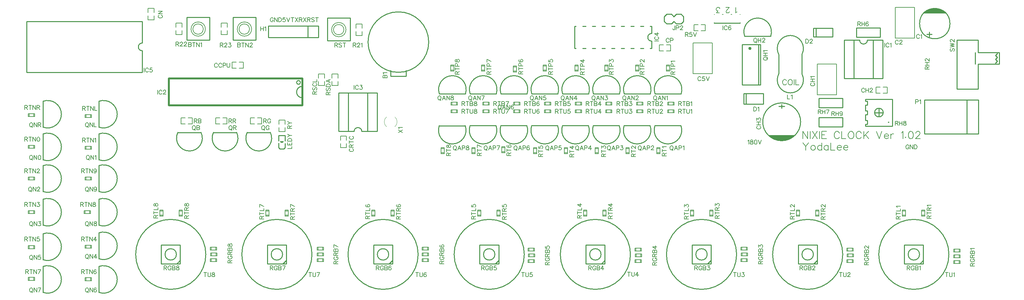
<source format=gto>
G04 ---------------------------- Layer name :TOP SILK LAYER*
G04 EasyEDA v5.8.20, Sun, 02 Dec 2018 16:16:23 GMT*
G04 d22fb70d7412471b8286d7b1cf1715de*
G04 Gerber Generator version 0.2*
G04 Scale: 100 percent, Rotated: No, Reflected: No *
G04 Dimensions in millimeters *
G04 leading zeros omitted , absolute positions ,3 integer and 3 decimal *
%FSLAX33Y33*%
%MOMM*%
G90*
G71D02*

%ADD10C,0.254000*%
%ADD11C,0.399999*%
%ADD41C,0.200000*%
%ADD42C,0.200660*%
%ADD43C,0.177800*%
%ADD44C,0.249999*%
%ADD45C,0.150114*%
%ADD46C,0.508000*%
%ADD47C,0.129032*%
%ADD48C,0.228600*%
%ADD49C,0.119990*%
%ADD50C,0.127000*%
%ADD51C,0.149860*%
%ADD52C,0.203200*%

%LPD*%
G54D41*
G01X87668Y59503D02*
G01X87668Y58401D01*
G01X86068Y58401D01*
G01X86068Y59503D01*
G01X87668Y60300D02*
G01X87668Y61403D01*
G01X86667Y61403D01*
G01X86068Y61403D01*
G01X86068Y60300D01*
G01X91227Y59500D02*
G01X91227Y58398D01*
G01X89626Y58398D01*
G01X89626Y59500D01*
G01X91227Y60298D02*
G01X91227Y61400D01*
G01X90226Y61400D01*
G01X89626Y61400D01*
G01X89626Y60298D01*
G54D42*
G01X190525Y75071D02*
G01X190525Y74771D01*
G01X197328Y74771D01*
G01X197328Y75071D02*
G01X197328Y74771D01*
G01X197328Y77171D02*
G01X197277Y77171D01*
G01X197328Y74862D02*
G01X190525Y74862D01*
G01X195118Y77171D02*
G01X194917Y77171D01*
G01X192847Y77171D02*
G01X192646Y77171D01*
G01X190576Y77171D02*
G01X190525Y77171D01*
G54D10*
G01X181737Y74674D02*
G01X180467Y74674D01*
G01X180467Y74674D02*
G01X179832Y75309D01*
G01X179832Y76579D02*
G01X180467Y77214D01*
G01X179832Y75309D02*
G01X179197Y74674D01*
G01X179197Y74674D02*
G01X177927Y74674D01*
G01X177927Y74674D02*
G01X177292Y75309D01*
G01X177292Y76579D02*
G01X177927Y77214D01*
G01X177927Y77214D02*
G01X179197Y77214D01*
G01X179197Y77214D02*
G01X179832Y76579D01*
G01X182372Y75309D02*
G01X182372Y76579D01*
G01X181737Y74674D02*
G01X182372Y75309D01*
G01X182372Y76579D02*
G01X181737Y77214D01*
G01X180467Y77214D02*
G01X181737Y77214D01*
G01X177292Y75309D02*
G01X177292Y76579D01*
G54D41*
G01X186245Y72863D02*
G01X185143Y72863D01*
G01X185143Y74464D01*
G01X186245Y74464D01*
G01X187043Y72863D02*
G01X188145Y72863D01*
G01X188145Y73864D01*
G01X188145Y74464D01*
G01X187043Y74464D01*
G54D10*
G01X86109Y71116D02*
G01X72901Y71116D01*
G01X72901Y74164D01*
G01X86109Y74164D01*
G01X86109Y71116D01*
G01X83315Y71116D02*
G01X83315Y74164D01*
G01X218082Y47484D02*
G01X218082Y49871D01*
G01X218082Y49871D02*
G01X224381Y49871D01*
G01X224381Y49871D02*
G01X224381Y47484D01*
G01X224381Y47484D02*
G01X218082Y47484D01*
G01X224379Y54951D02*
G01X224379Y52564D01*
G01X224379Y52564D02*
G01X218079Y52564D01*
G01X218079Y52564D02*
G01X218079Y54951D01*
G01X218079Y54951D02*
G01X224379Y54951D01*
G54D43*
G01X220218Y55878D02*
G01X217678Y55878D01*
G01X217678Y64006D01*
G01X222758Y64006D01*
G01X222758Y55878D01*
G01X220218Y55878D01*
G54D10*
G01X234947Y47661D02*
G01X230883Y47661D01*
G01X230375Y47661D01*
G01X230375Y48169D01*
G01X230883Y48169D01*
G01X230883Y49185D01*
G01X230375Y49185D01*
G01X230375Y50709D01*
G01X230883Y50709D01*
G01X230883Y51725D01*
G01X230375Y51725D01*
G01X230375Y53249D01*
G01X230883Y53249D01*
G01X230883Y54265D01*
G01X230375Y54265D01*
G01X230375Y54773D01*
G01X230883Y54773D01*
G01X234439Y54773D01*
G01X237487Y54773D01*
G01X237487Y47661D01*
G01X234439Y47661D01*
G01X233931Y50201D02*
G01X233931Y52233D01*
G01X232915Y51217D02*
G01X234947Y51217D01*
G01X260096Y57401D02*
G01X254508Y57401D01*
G01X254508Y70355D01*
G01X260096Y70355D01*
G01X260096Y67053D01*
G01X265684Y67053D01*
G01X265684Y64005D01*
G01X260096Y64005D01*
G01X260096Y57401D01*
G01X259334Y67053D02*
G01X259334Y64005D01*
G01X265176Y66799D02*
G01X264922Y66545D01*
G01X264668Y66291D01*
G01X265176Y65783D01*
G01X264668Y65275D01*
G01X265176Y64767D01*
G01X264668Y64259D01*
G01X260148Y45589D02*
G01X245998Y45589D01*
G01X260148Y45582D02*
G01X260148Y54581D01*
G01X260148Y54581D02*
G01X245998Y54581D01*
G01X245975Y45589D02*
G01X245975Y54588D01*
G01X257125Y45589D02*
G01X257125Y54588D01*
G01X234950Y60196D02*
G01X234950Y70356D01*
G01X224790Y70356D02*
G01X224790Y60196D01*
G01X234950Y60196D02*
G01X232410Y60196D01*
G01X234950Y70356D02*
G01X232410Y70356D01*
G01X224790Y70356D02*
G01X227330Y70356D01*
G01X232410Y70356D02*
G01X232410Y60196D01*
G01X232410Y70356D02*
G01X230886Y70356D01*
G01X232410Y60196D02*
G01X227330Y60196D01*
G01X227330Y70356D02*
G01X227330Y60196D01*
G01X227330Y70356D02*
G01X228854Y70356D01*
G01X227330Y60196D02*
G01X224790Y60196D01*
G01X39624Y61847D02*
G01X39624Y67562D01*
G01X39624Y75309D02*
G01X39624Y69594D01*
G01X39624Y75309D02*
G01X9144Y75309D01*
G01X9144Y61847D02*
G01X9144Y75309D01*
G01X9144Y61847D02*
G01X39624Y61847D01*
G01X154023Y68197D02*
G01X153667Y68197D01*
G01X153667Y74039D01*
G01X154023Y74039D01*
G01X173530Y68197D02*
G01X173987Y68197D01*
G01X173987Y70102D01*
G01X173530Y74039D02*
G01X173987Y74039D01*
G01X173987Y72134D01*
G01X171828Y68197D02*
G01X170990Y68197D01*
G01X169288Y68197D02*
G01X168450Y68197D01*
G01X166748Y68197D02*
G01X165910Y68197D01*
G01X164208Y68197D02*
G01X163370Y68197D01*
G01X161668Y68197D02*
G01X160830Y68197D01*
G01X159128Y68197D02*
G01X158290Y68197D01*
G01X156588Y68197D02*
G01X155750Y68197D01*
G01X156588Y74039D02*
G01X155750Y74039D01*
G01X159128Y74039D02*
G01X158290Y74039D01*
G01X161668Y74039D02*
G01X160830Y74039D01*
G01X164208Y74039D02*
G01X163370Y74039D01*
G01X166748Y74039D02*
G01X165910Y74039D01*
G01X169288Y74039D02*
G01X168450Y74039D01*
G01X171828Y74039D02*
G01X170990Y74039D01*
G54D44*
G01X109184Y60852D02*
G01X105186Y60852D01*
G01X109184Y62350D02*
G01X109184Y60852D01*
G01X105186Y62350D02*
G01X105186Y60852D01*
G54D43*
G01X187449Y61466D02*
G01X184909Y61466D01*
G01X184909Y69594D01*
G01X189989Y69594D01*
G01X189989Y61466D01*
G01X187449Y61466D01*
G54D41*
G01X177107Y67524D02*
G01X176007Y67524D01*
G01X176007Y69124D01*
G01X177107Y69124D01*
G01X177907Y67524D02*
G01X179006Y67524D01*
G01X179006Y68525D01*
G01X179006Y69124D01*
G01X177907Y69124D01*
G01X41107Y77654D02*
G01X41107Y78754D01*
G01X42708Y78754D01*
G01X42708Y77654D01*
G01X41107Y76854D02*
G01X41107Y75754D01*
G01X42106Y75754D01*
G01X42708Y75754D01*
G01X42708Y76854D01*
G01X65207Y64555D02*
G01X66307Y64555D01*
G01X66307Y62955D01*
G01X65207Y62955D01*
G01X64407Y64555D02*
G01X63307Y64555D01*
G01X63307Y63554D01*
G01X63307Y62955D01*
G01X64407Y62955D01*
G54D10*
G01X91440Y56386D02*
G01X91440Y46226D01*
G01X101600Y46226D02*
G01X101600Y56386D01*
G01X91440Y56386D02*
G01X93980Y56386D01*
G01X91440Y46226D02*
G01X93980Y46226D01*
G01X101600Y46226D02*
G01X99060Y46226D01*
G01X93980Y46226D02*
G01X93980Y56386D01*
G01X93980Y46226D02*
G01X95504Y46226D01*
G01X93980Y56386D02*
G01X99060Y56386D01*
G01X99060Y46226D02*
G01X99060Y56386D01*
G01X99060Y46226D02*
G01X97536Y46226D01*
G01X99060Y56386D02*
G01X101600Y56386D01*
G54D41*
G01X91905Y43872D02*
G01X91905Y44972D01*
G01X93505Y44972D01*
G01X93505Y43872D01*
G01X91905Y43072D02*
G01X91905Y41972D01*
G01X92903Y41972D01*
G01X93505Y41972D01*
G01X93505Y43072D01*
G54D10*
G01X75562Y45162D02*
G01X75562Y43689D01*
G01X77290Y45162D02*
G01X77290Y43689D01*
G01X77290Y45162D02*
G01X75562Y45162D01*
G01X75562Y43105D02*
G01X75562Y41936D01*
G01X77290Y43079D02*
G01X77290Y41936D01*
G01X77290Y41936D02*
G01X76934Y41581D01*
G01X75918Y41581D01*
G01X75562Y41936D01*
G54D45*
G01X76807Y43536D02*
G01X76020Y43536D01*
G01X76274Y43282D01*
G01X76629Y43282D01*
G01X76883Y43536D01*
G01X76655Y43536D01*
G01X76197Y43409D02*
G01X76705Y43409D01*
G54D41*
G01X77252Y47313D02*
G01X77252Y46211D01*
G01X75651Y46211D01*
G01X75651Y47313D01*
G01X77252Y48111D02*
G01X77252Y49213D01*
G01X76251Y49213D01*
G01X75651Y49213D01*
G01X75651Y48111D01*
G54D46*
G01X81851Y60196D02*
G01X46672Y60196D01*
G01X46672Y53084D02*
G01X81851Y53084D01*
G01X81851Y60196D02*
G01X81851Y53084D01*
G01X46672Y53084D02*
G01X46672Y60196D01*
G54D47*
G01X179638Y51147D02*
G01X179638Y51975D01*
G01X178501Y51947D02*
G01X178501Y51147D01*
G01X178244Y51975D02*
G01X179895Y51975D01*
G01X179895Y51975D02*
G01X179895Y51147D01*
G01X179895Y51147D02*
G01X178244Y51147D01*
G01X178244Y51147D02*
G01X178244Y51975D01*
G01X171435Y51151D02*
G01X171435Y51979D01*
G01X170297Y51952D02*
G01X170297Y51151D01*
G01X170040Y51979D02*
G01X171691Y51979D01*
G01X171691Y51979D02*
G01X171691Y51151D01*
G01X171691Y51151D02*
G01X170040Y51151D01*
G01X170040Y51151D02*
G01X170040Y51979D01*
G01X163236Y51151D02*
G01X163236Y51979D01*
G01X162098Y51952D02*
G01X162098Y51151D01*
G01X161841Y51979D02*
G01X163492Y51979D01*
G01X163492Y51979D02*
G01X163492Y51151D01*
G01X163492Y51151D02*
G01X161841Y51151D01*
G01X161841Y51151D02*
G01X161841Y51979D01*
G01X155250Y51151D02*
G01X155250Y51979D01*
G01X154112Y51952D02*
G01X154112Y51151D01*
G01X153855Y51979D02*
G01X155506Y51979D01*
G01X155506Y51979D02*
G01X155506Y51151D01*
G01X155506Y51151D02*
G01X153855Y51151D01*
G01X153855Y51151D02*
G01X153855Y51979D01*
G01X147122Y51151D02*
G01X147122Y51979D01*
G01X145984Y51952D02*
G01X145984Y51151D01*
G01X145727Y51979D02*
G01X147378Y51979D01*
G01X147378Y51979D02*
G01X147378Y51151D01*
G01X147378Y51151D02*
G01X145727Y51151D01*
G01X145727Y51151D02*
G01X145727Y51979D01*
G01X138994Y51151D02*
G01X138994Y51979D01*
G01X137856Y51952D02*
G01X137856Y51151D01*
G01X137599Y51979D02*
G01X139250Y51979D01*
G01X139250Y51979D02*
G01X139250Y51151D01*
G01X139250Y51151D02*
G01X137599Y51151D01*
G01X137599Y51151D02*
G01X137599Y51979D01*
G01X130868Y51149D02*
G01X130868Y51977D01*
G01X129730Y51949D02*
G01X129730Y51149D01*
G01X129474Y51977D02*
G01X131125Y51977D01*
G01X131125Y51977D02*
G01X131125Y51149D01*
G01X131125Y51149D02*
G01X129474Y51149D01*
G01X129474Y51149D02*
G01X129474Y51977D01*
G01X122486Y51149D02*
G01X122486Y51977D01*
G01X121348Y51949D02*
G01X121348Y51149D01*
G01X121092Y51977D02*
G01X122743Y51977D01*
G01X122743Y51977D02*
G01X122743Y51149D01*
G01X122743Y51149D02*
G01X121092Y51149D01*
G01X121092Y51149D02*
G01X121092Y51977D01*
G01X176179Y41718D02*
G01X175351Y41718D01*
G01X175379Y40580D02*
G01X176179Y40580D01*
G01X175351Y40323D02*
G01X175351Y41974D01*
G01X175351Y41974D02*
G01X176179Y41974D01*
G01X176179Y41974D02*
G01X176179Y40323D01*
G01X176179Y40323D02*
G01X175351Y40323D01*
G01X168051Y41718D02*
G01X167223Y41718D01*
G01X167251Y40580D02*
G01X168051Y40580D01*
G01X167223Y40323D02*
G01X167223Y41974D01*
G01X167223Y41974D02*
G01X168051Y41974D01*
G01X168051Y41974D02*
G01X168051Y40323D01*
G01X168051Y40323D02*
G01X167223Y40323D01*
G01X159923Y41718D02*
G01X159095Y41718D01*
G01X159123Y40580D02*
G01X159923Y40580D01*
G01X159095Y40323D02*
G01X159095Y41974D01*
G01X159095Y41974D02*
G01X159923Y41974D01*
G01X159923Y41974D02*
G01X159923Y40323D01*
G01X159923Y40323D02*
G01X159095Y40323D01*
G01X151795Y41718D02*
G01X150967Y41718D01*
G01X150995Y40580D02*
G01X151795Y40580D01*
G01X150967Y40323D02*
G01X150967Y41974D01*
G01X150967Y41974D02*
G01X151795Y41974D01*
G01X151795Y41974D02*
G01X151795Y40323D01*
G01X151795Y40323D02*
G01X150967Y40323D01*
G01X143670Y41715D02*
G01X142842Y41715D01*
G01X142870Y40577D02*
G01X143670Y40577D01*
G01X142842Y40321D02*
G01X142842Y41972D01*
G01X142842Y41972D02*
G01X143670Y41972D01*
G01X143670Y41972D02*
G01X143670Y40321D01*
G01X143670Y40321D02*
G01X142842Y40321D01*
G01X135288Y41969D02*
G01X134460Y41969D01*
G01X134488Y40831D02*
G01X135288Y40831D01*
G01X134460Y40575D02*
G01X134460Y42226D01*
G01X134460Y42226D02*
G01X135288Y42226D01*
G01X135288Y42226D02*
G01X135288Y40575D01*
G01X135288Y40575D02*
G01X134460Y40575D01*
G01X127411Y41718D02*
G01X126583Y41718D01*
G01X126611Y40580D02*
G01X127411Y40580D01*
G01X126583Y40323D02*
G01X126583Y41974D01*
G01X126583Y41974D02*
G01X127411Y41974D01*
G01X127411Y41974D02*
G01X127411Y40323D01*
G01X127411Y40323D02*
G01X126583Y40323D01*
G01X119283Y41718D02*
G01X118455Y41718D01*
G01X118483Y40580D02*
G01X119283Y40580D01*
G01X118455Y40323D02*
G01X118455Y41974D01*
G01X118455Y41974D02*
G01X119283Y41974D01*
G01X119283Y41974D02*
G01X119283Y40323D01*
G01X119283Y40323D02*
G01X118455Y40323D01*
G01X240127Y24065D02*
G01X240955Y24065D01*
G01X240927Y25203D02*
G01X240127Y25203D01*
G01X240955Y25459D02*
G01X240955Y23808D01*
G01X240955Y23808D02*
G01X240127Y23808D01*
G01X240127Y23808D02*
G01X240127Y25459D01*
G01X240127Y25459D02*
G01X240955Y25459D01*
G01X245204Y24067D02*
G01X246032Y24067D01*
G01X246004Y25205D02*
G01X245204Y25205D01*
G01X246032Y25462D02*
G01X246032Y23811D01*
G01X246032Y23811D02*
G01X245204Y23811D01*
G01X245204Y23811D02*
G01X245204Y25462D01*
G01X245204Y25462D02*
G01X246032Y25462D01*
G01X212187Y24065D02*
G01X213015Y24065D01*
G01X212987Y25203D02*
G01X212187Y25203D01*
G01X213015Y25459D02*
G01X213015Y23808D01*
G01X213015Y23808D02*
G01X212187Y23808D01*
G01X212187Y23808D02*
G01X212187Y25459D01*
G01X212187Y25459D02*
G01X213015Y25459D01*
G01X217264Y24067D02*
G01X218092Y24067D01*
G01X218064Y25205D02*
G01X217264Y25205D01*
G01X218092Y25462D02*
G01X218092Y23811D01*
G01X218092Y23811D02*
G01X217264Y23811D01*
G01X217264Y23811D02*
G01X217264Y25462D01*
G01X217264Y25462D02*
G01X218092Y25462D01*
G01X184247Y24065D02*
G01X185075Y24065D01*
G01X185047Y25203D02*
G01X184247Y25203D01*
G01X185075Y25459D02*
G01X185075Y23808D01*
G01X185075Y23808D02*
G01X184247Y23808D01*
G01X184247Y23808D02*
G01X184247Y25459D01*
G01X184247Y25459D02*
G01X185075Y25459D01*
G01X189324Y24067D02*
G01X190152Y24067D01*
G01X190124Y25205D02*
G01X189324Y25205D01*
G01X190152Y25462D02*
G01X190152Y23811D01*
G01X190152Y23811D02*
G01X189324Y23811D01*
G01X189324Y23811D02*
G01X189324Y25462D01*
G01X189324Y25462D02*
G01X190152Y25462D01*
G01X156053Y24065D02*
G01X156881Y24065D01*
G01X156853Y25203D02*
G01X156053Y25203D01*
G01X156881Y25459D02*
G01X156881Y23808D01*
G01X156881Y23808D02*
G01X156053Y23808D01*
G01X156053Y23808D02*
G01X156053Y25459D01*
G01X156053Y25459D02*
G01X156881Y25459D01*
G01X161130Y24067D02*
G01X161958Y24067D01*
G01X161930Y25205D02*
G01X161130Y25205D01*
G01X161958Y25462D02*
G01X161958Y23811D01*
G01X161958Y23811D02*
G01X161130Y23811D01*
G01X161130Y23811D02*
G01X161130Y25462D01*
G01X161130Y25462D02*
G01X161958Y25462D01*
G01X128113Y24065D02*
G01X128941Y24065D01*
G01X128913Y25203D02*
G01X128113Y25203D01*
G01X128941Y25459D02*
G01X128941Y23808D01*
G01X128941Y23808D02*
G01X128113Y23808D01*
G01X128113Y23808D02*
G01X128113Y25459D01*
G01X128113Y25459D02*
G01X128941Y25459D01*
G01X133190Y24067D02*
G01X134018Y24067D01*
G01X133990Y25205D02*
G01X133190Y25205D01*
G01X134018Y25462D02*
G01X134018Y23811D01*
G01X134018Y23811D02*
G01X133190Y23811D01*
G01X133190Y23811D02*
G01X133190Y25462D01*
G01X133190Y25462D02*
G01X134018Y25462D01*
G01X100170Y24067D02*
G01X100998Y24067D01*
G01X100970Y25205D02*
G01X100170Y25205D01*
G01X100998Y25462D02*
G01X100998Y23811D01*
G01X100998Y23811D02*
G01X100170Y23811D01*
G01X100170Y23811D02*
G01X100170Y25462D01*
G01X100170Y25462D02*
G01X100998Y25462D01*
G01X105250Y24067D02*
G01X106078Y24067D01*
G01X106050Y25205D02*
G01X105250Y25205D01*
G01X106078Y25462D02*
G01X106078Y23811D01*
G01X106078Y23811D02*
G01X105250Y23811D01*
G01X105250Y23811D02*
G01X105250Y25462D01*
G01X105250Y25462D02*
G01X106078Y25462D01*
G01X77310Y24067D02*
G01X78138Y24067D01*
G01X78110Y25205D02*
G01X77310Y25205D01*
G01X78138Y25462D02*
G01X78138Y23811D01*
G01X78138Y23811D02*
G01X77310Y23811D01*
G01X77310Y23811D02*
G01X77310Y25462D01*
G01X77310Y25462D02*
G01X78138Y25462D01*
G01X44290Y24067D02*
G01X45118Y24067D01*
G01X45090Y25205D02*
G01X44290Y25205D01*
G01X45118Y25462D02*
G01X45118Y23811D01*
G01X45118Y23811D02*
G01X44290Y23811D01*
G01X44290Y23811D02*
G01X44290Y25462D01*
G01X44290Y25462D02*
G01X45118Y25462D01*
G01X49373Y24065D02*
G01X50201Y24065D01*
G01X50173Y25203D02*
G01X49373Y25203D01*
G01X50201Y25459D02*
G01X50201Y23808D01*
G01X50201Y23808D02*
G01X49373Y23808D01*
G01X49373Y23808D02*
G01X49373Y25459D01*
G01X49373Y25459D02*
G01X50201Y25459D01*
G01X72230Y24067D02*
G01X73058Y24067D01*
G01X73030Y25205D02*
G01X72230Y25205D01*
G01X73058Y25462D02*
G01X73058Y23811D01*
G01X73058Y23811D02*
G01X72230Y23811D01*
G01X72230Y23811D02*
G01X72230Y25462D01*
G01X72230Y25462D02*
G01X73058Y25462D01*
G01X179638Y53179D02*
G01X179638Y54007D01*
G01X178501Y53979D02*
G01X178501Y53179D01*
G01X178244Y54007D02*
G01X179895Y54007D01*
G01X179895Y54007D02*
G01X179895Y53179D01*
G01X179895Y53179D02*
G01X178244Y53179D01*
G01X178244Y53179D02*
G01X178244Y54007D01*
G01X171432Y53183D02*
G01X171432Y54011D01*
G01X170294Y53984D02*
G01X170294Y53183D01*
G01X170038Y54011D02*
G01X171689Y54011D01*
G01X171689Y54011D02*
G01X171689Y53183D01*
G01X171689Y53183D02*
G01X170038Y53183D01*
G01X170038Y53183D02*
G01X170038Y54011D01*
G01X163233Y53183D02*
G01X163233Y54011D01*
G01X162095Y53984D02*
G01X162095Y53183D01*
G01X161839Y54011D02*
G01X163490Y54011D01*
G01X163490Y54011D02*
G01X163490Y53183D01*
G01X163490Y53183D02*
G01X161839Y53183D01*
G01X161839Y53183D02*
G01X161839Y54011D01*
G01X155250Y53183D02*
G01X155250Y54011D01*
G01X154112Y53984D02*
G01X154112Y53183D01*
G01X153855Y54011D02*
G01X155506Y54011D01*
G01X155506Y54011D02*
G01X155506Y53183D01*
G01X155506Y53183D02*
G01X153855Y53183D01*
G01X153855Y53183D02*
G01X153855Y54011D01*
G01X147124Y53181D02*
G01X147124Y54009D01*
G01X145986Y53981D02*
G01X145986Y53181D01*
G01X145730Y54009D02*
G01X147381Y54009D01*
G01X147381Y54009D02*
G01X147381Y53181D01*
G01X147381Y53181D02*
G01X145730Y53181D01*
G01X145730Y53181D02*
G01X145730Y54009D01*
G01X138994Y53183D02*
G01X138994Y54011D01*
G01X137856Y53984D02*
G01X137856Y53183D01*
G01X137599Y54011D02*
G01X139250Y54011D01*
G01X139250Y54011D02*
G01X139250Y53183D01*
G01X139250Y53183D02*
G01X137599Y53183D01*
G01X137599Y53183D02*
G01X137599Y54011D01*
G01X130866Y53183D02*
G01X130866Y54011D01*
G01X129728Y53984D02*
G01X129728Y53183D01*
G01X129471Y54011D02*
G01X131122Y54011D01*
G01X131122Y54011D02*
G01X131122Y53183D01*
G01X131122Y53183D02*
G01X129471Y53183D01*
G01X129471Y53183D02*
G01X129471Y54011D01*
G01X122489Y53178D02*
G01X122489Y54006D01*
G01X121351Y53978D02*
G01X121351Y53178D01*
G01X121094Y54006D02*
G01X122745Y54006D01*
G01X122745Y54006D02*
G01X122745Y53178D01*
G01X122745Y53178D02*
G01X121094Y53178D01*
G01X121094Y53178D02*
G01X121094Y54006D01*
G01X199009Y13293D02*
G01X199009Y14121D01*
G01X197871Y14093D02*
G01X197871Y13293D01*
G01X197615Y14121D02*
G01X199266Y14121D01*
G01X199266Y14121D02*
G01X199266Y13293D01*
G01X199266Y13293D02*
G01X197615Y13293D01*
G01X197615Y13293D02*
G01X197615Y14121D01*
G01X171069Y13041D02*
G01X171069Y13869D01*
G01X169931Y13841D02*
G01X169931Y13041D01*
G01X169675Y13869D02*
G01X171326Y13869D01*
G01X171326Y13869D02*
G01X171326Y13041D01*
G01X171326Y13041D02*
G01X169675Y13041D01*
G01X169675Y13041D02*
G01X169675Y13869D01*
G01X59055Y13295D02*
G01X59055Y14123D01*
G01X57917Y14095D02*
G01X57917Y13295D01*
G01X57661Y14123D02*
G01X59312Y14123D01*
G01X59312Y14123D02*
G01X59312Y13295D01*
G01X59312Y13295D02*
G01X57661Y13295D01*
G01X57661Y13295D02*
G01X57661Y14123D01*
G01X142878Y13036D02*
G01X142878Y13864D01*
G01X141740Y13836D02*
G01X141740Y13036D01*
G01X141483Y13864D02*
G01X143134Y13864D01*
G01X143134Y13864D02*
G01X143134Y13036D01*
G01X143134Y13036D02*
G01X141483Y13036D01*
G01X141483Y13036D02*
G01X141483Y13864D01*
G01X114869Y13300D02*
G01X114869Y14128D01*
G01X113731Y14100D02*
G01X113731Y13300D01*
G01X113474Y14128D02*
G01X115125Y14128D01*
G01X115125Y14128D02*
G01X115125Y13300D01*
G01X115125Y13300D02*
G01X113474Y13300D01*
G01X113474Y13300D02*
G01X113474Y14128D01*
G01X87183Y13300D02*
G01X87183Y14128D01*
G01X86045Y14100D02*
G01X86045Y13300D01*
G01X85788Y14128D02*
G01X87439Y14128D01*
G01X87439Y14128D02*
G01X87439Y13300D01*
G01X87439Y13300D02*
G01X85788Y13300D01*
G01X85788Y13300D02*
G01X85788Y14128D01*
G01X255077Y12792D02*
G01X255077Y13620D01*
G01X253939Y13592D02*
G01X253939Y12792D01*
G01X253682Y13620D02*
G01X255333Y13620D01*
G01X255333Y13620D02*
G01X255333Y12792D01*
G01X255333Y12792D02*
G01X253682Y12792D01*
G01X253682Y12792D02*
G01X253682Y13620D01*
G01X226944Y13041D02*
G01X226944Y13869D01*
G01X225806Y13841D02*
G01X225806Y13041D01*
G01X225549Y13869D02*
G01X227200Y13869D01*
G01X227200Y13869D02*
G01X227200Y13041D01*
G01X227200Y13041D02*
G01X225549Y13041D01*
G01X225549Y13041D02*
G01X225549Y13869D01*
G54D10*
G01X217640Y11210D02*
G01X212641Y11210D01*
G01X212641Y16209D01*
G01X217640Y16209D01*
G01X217640Y15386D01*
G01X217640Y11210D01*
G01X217640Y12109D02*
G01X216741Y11210D01*
G01X245641Y11210D02*
G01X240642Y11210D01*
G01X240642Y16209D01*
G01X245641Y16209D01*
G01X245641Y15386D01*
G01X245641Y11210D01*
G01X245641Y12109D02*
G01X244742Y11210D01*
G01X189641Y11210D02*
G01X184643Y11210D01*
G01X184643Y16209D01*
G01X189641Y16209D01*
G01X189641Y15386D01*
G01X189641Y11210D01*
G01X189641Y12109D02*
G01X188742Y11210D01*
G01X105641Y11210D02*
G01X100642Y11210D01*
G01X100642Y16209D01*
G01X105641Y16209D01*
G01X105641Y15386D01*
G01X105641Y11210D01*
G01X105641Y12109D02*
G01X104742Y11210D01*
G01X161641Y11210D02*
G01X156642Y11210D01*
G01X156642Y16209D01*
G01X161641Y16209D01*
G01X161641Y15386D01*
G01X161641Y11210D01*
G01X161641Y12109D02*
G01X160741Y11210D01*
G01X133640Y11210D02*
G01X128641Y11210D01*
G01X128641Y16209D01*
G01X133640Y16209D01*
G01X133640Y15386D01*
G01X133640Y11210D01*
G01X133640Y12109D02*
G01X132740Y11210D01*
G01X77640Y11210D02*
G01X72641Y11210D01*
G01X72641Y16209D01*
G01X77640Y16209D01*
G01X77640Y15386D01*
G01X77640Y11210D01*
G01X77640Y12109D02*
G01X76741Y11210D01*
G01X49642Y11210D02*
G01X44643Y11210D01*
G01X44643Y16209D01*
G01X49642Y16209D01*
G01X49642Y15386D01*
G01X49642Y11210D01*
G01X49642Y12109D02*
G01X48743Y11210D01*
G54D47*
G01X255077Y11268D02*
G01X255077Y12096D01*
G01X253939Y12068D02*
G01X253939Y11268D01*
G01X253682Y12096D02*
G01X255333Y12096D01*
G01X255333Y12096D02*
G01X255333Y11268D01*
G01X255333Y11268D02*
G01X253682Y11268D01*
G01X253682Y11268D02*
G01X253682Y12096D01*
G01X255077Y14316D02*
G01X255077Y15144D01*
G01X253939Y15116D02*
G01X253939Y14316D01*
G01X253682Y15144D02*
G01X255333Y15144D01*
G01X255333Y15144D02*
G01X255333Y14316D01*
G01X255333Y14316D02*
G01X253682Y14316D01*
G01X253682Y14316D02*
G01X253682Y15144D01*
G01X226885Y14568D02*
G01X226885Y15396D01*
G01X225748Y15368D02*
G01X225748Y14568D01*
G01X225491Y15396D02*
G01X227142Y15396D01*
G01X227142Y15396D02*
G01X227142Y14568D01*
G01X227142Y14568D02*
G01X225491Y14568D01*
G01X225491Y14568D02*
G01X225491Y15396D01*
G01X226880Y11522D02*
G01X226880Y12350D01*
G01X225742Y12322D02*
G01X225742Y11522D01*
G01X225486Y12350D02*
G01X227137Y12350D01*
G01X227137Y12350D02*
G01X227137Y11522D01*
G01X227137Y11522D02*
G01X225486Y11522D01*
G01X225486Y11522D02*
G01X225486Y12350D01*
G01X198945Y11774D02*
G01X198945Y12602D01*
G01X197808Y12574D02*
G01X197808Y11774D01*
G01X197551Y12602D02*
G01X199202Y12602D01*
G01X199202Y12602D02*
G01X199202Y11774D01*
G01X199202Y11774D02*
G01X197551Y11774D01*
G01X197551Y11774D02*
G01X197551Y12602D01*
G01X198943Y14824D02*
G01X198943Y15652D01*
G01X197805Y15624D02*
G01X197805Y14824D01*
G01X197548Y15652D02*
G01X199199Y15652D01*
G01X199199Y15652D02*
G01X199199Y14824D01*
G01X199199Y14824D02*
G01X197548Y14824D01*
G01X197548Y14824D02*
G01X197548Y15652D01*
G01X171003Y14570D02*
G01X171003Y15398D01*
G01X169865Y15370D02*
G01X169865Y14570D01*
G01X169608Y15398D02*
G01X171259Y15398D01*
G01X171259Y15398D02*
G01X171259Y14570D01*
G01X171259Y14570D02*
G01X169608Y14570D01*
G01X169608Y14570D02*
G01X169608Y15398D01*
G01X171003Y11522D02*
G01X171003Y12350D01*
G01X169865Y12322D02*
G01X169865Y11522D01*
G01X169608Y12350D02*
G01X171259Y12350D01*
G01X171259Y12350D02*
G01X171259Y11522D01*
G01X171259Y11522D02*
G01X169608Y11522D01*
G01X169608Y11522D02*
G01X169608Y12350D01*
G01X142811Y11520D02*
G01X142811Y12348D01*
G01X141674Y12320D02*
G01X141674Y11520D01*
G01X141417Y12348D02*
G01X143068Y12348D01*
G01X143068Y12348D02*
G01X143068Y11520D01*
G01X143068Y11520D02*
G01X141417Y11520D01*
G01X141417Y11520D02*
G01X141417Y12348D01*
G01X142809Y14570D02*
G01X142809Y15398D01*
G01X141671Y15370D02*
G01X141671Y14570D01*
G01X141414Y15398D02*
G01X143065Y15398D01*
G01X143065Y15398D02*
G01X143065Y14570D01*
G01X143065Y14570D02*
G01X141414Y14570D01*
G01X141414Y14570D02*
G01X141414Y15398D01*
G01X114869Y14832D02*
G01X114869Y15660D01*
G01X113731Y15632D02*
G01X113731Y14832D01*
G01X113474Y15660D02*
G01X115125Y15660D01*
G01X115125Y15660D02*
G01X115125Y14832D01*
G01X115125Y14832D02*
G01X113474Y14832D01*
G01X113474Y14832D02*
G01X113474Y15660D01*
G01X114869Y11784D02*
G01X114869Y12612D01*
G01X113731Y12584D02*
G01X113731Y11784D01*
G01X113474Y12612D02*
G01X115125Y12612D01*
G01X115125Y12612D02*
G01X115125Y11784D01*
G01X115125Y11784D02*
G01X113474Y11784D01*
G01X113474Y11784D02*
G01X113474Y12612D01*
G01X87183Y11776D02*
G01X87183Y12604D01*
G01X86045Y12576D02*
G01X86045Y11776D01*
G01X85788Y12604D02*
G01X87439Y12604D01*
G01X87439Y12604D02*
G01X87439Y11776D01*
G01X87439Y11776D02*
G01X85788Y11776D01*
G01X85788Y11776D02*
G01X85788Y12604D01*
G01X87183Y14824D02*
G01X87183Y15652D01*
G01X86045Y15624D02*
G01X86045Y14824D01*
G01X85788Y15652D02*
G01X87439Y15652D01*
G01X87439Y15652D02*
G01X87439Y14824D01*
G01X87439Y14824D02*
G01X85788Y14824D01*
G01X85788Y14824D02*
G01X85788Y15652D01*
G01X58991Y11774D02*
G01X58991Y12602D01*
G01X57854Y12574D02*
G01X57854Y11774D01*
G01X57597Y12602D02*
G01X59248Y12602D01*
G01X59248Y12602D02*
G01X59248Y11774D01*
G01X59248Y11774D02*
G01X57597Y11774D01*
G01X57597Y11774D02*
G01X57597Y12602D01*
G01X58989Y14824D02*
G01X58989Y15652D01*
G01X57851Y15624D02*
G01X57851Y14824D01*
G01X57594Y15652D02*
G01X59245Y15652D01*
G01X59245Y15652D02*
G01X59245Y14824D01*
G01X59245Y14824D02*
G01X57594Y14824D01*
G01X57594Y14824D02*
G01X57594Y15652D01*
G54D10*
G01X181717Y47750D02*
G01X174859Y47750D01*
G01X174894Y56137D02*
G01X181752Y56137D01*
G01X166766Y56137D02*
G01X173624Y56137D01*
G01X158638Y56137D02*
G01X165496Y56137D01*
G01X150510Y56137D02*
G01X157368Y56137D01*
G01X142382Y56137D02*
G01X149240Y56137D01*
G01X134254Y56137D02*
G01X141112Y56137D01*
G01X126129Y56135D02*
G01X132987Y56135D01*
G01X118001Y56135D02*
G01X124859Y56135D01*
G01X173586Y47753D02*
G01X166728Y47753D01*
G01X165458Y47753D02*
G01X158600Y47753D01*
G01X157330Y47753D02*
G01X150472Y47753D01*
G01X149202Y47753D02*
G01X142344Y47753D01*
G01X141074Y47753D02*
G01X134216Y47753D01*
G01X132949Y47750D02*
G01X126091Y47750D01*
G01X124823Y47748D02*
G01X117965Y47748D01*
G01X13462Y54207D02*
G01X13462Y47349D01*
G01X13459Y45574D02*
G01X13459Y38716D01*
G01X28191Y54210D02*
G01X28191Y47352D01*
G01X28189Y45576D02*
G01X28189Y38718D01*
G01X13462Y37189D02*
G01X13462Y30331D01*
G01X13462Y28299D02*
G01X13462Y21441D01*
G01X28191Y19412D02*
G01X28191Y12554D01*
G01X13459Y19158D02*
G01X13459Y12300D01*
G01X28191Y10522D02*
G01X28191Y3664D01*
G01X13459Y10522D02*
G01X13459Y3664D01*
G01X28191Y28302D02*
G01X28191Y21444D01*
G01X28194Y37189D02*
G01X28194Y30331D01*
G01X64519Y45970D02*
G01X58423Y45970D01*
G01X55121Y45970D02*
G01X49025Y45970D01*
G01X73409Y45970D02*
G01X67313Y45970D01*
G54D48*
G01X221739Y71248D02*
G01X216659Y71248D01*
G01X216659Y73534D01*
G01X221739Y73534D01*
G01X221739Y71248D01*
G01X217294Y71248D02*
G01X217294Y73534D01*
G01X203449Y53491D02*
G01X198242Y53491D01*
G01X198242Y56234D01*
G01X203449Y56234D01*
G01X203449Y53491D01*
G01X198877Y53491D02*
G01X198877Y56234D01*
G54D10*
G01X198516Y71375D02*
G01X205374Y71375D01*
G01X202697Y69180D02*
G01X202697Y58578D01*
G01X197896Y58578D01*
G01X197896Y69180D01*
G01X202697Y69180D01*
G01X202197Y58578D02*
G01X202197Y69180D01*
G01X208280Y53338D02*
G01X208280Y52322D01*
G01X209042Y52830D02*
G01X207518Y52830D01*
G01X247927Y71888D02*
G01X246581Y71888D01*
G01X247241Y72523D02*
G01X247241Y71278D01*
G54D43*
G01X240787Y78995D02*
G01X243327Y78995D01*
G01X243327Y70867D01*
G01X238247Y70867D01*
G01X238247Y78995D01*
G01X240787Y78995D01*
G54D47*
G01X178717Y63564D02*
G01X177889Y63564D01*
G01X177917Y62426D02*
G01X178717Y62426D01*
G01X177889Y62170D02*
G01X177889Y63821D01*
G01X177889Y63821D02*
G01X178717Y63821D01*
G01X178717Y63821D02*
G01X178717Y62170D01*
G01X178717Y62170D02*
G01X177889Y62170D01*
G01X170589Y63564D02*
G01X169761Y63564D01*
G01X169789Y62426D02*
G01X170589Y62426D01*
G01X169761Y62170D02*
G01X169761Y63821D01*
G01X169761Y63821D02*
G01X170589Y63821D01*
G01X170589Y63821D02*
G01X170589Y62170D01*
G01X170589Y62170D02*
G01X169761Y62170D01*
G01X162461Y63564D02*
G01X161633Y63564D01*
G01X161661Y62426D02*
G01X162461Y62426D01*
G01X161633Y62170D02*
G01X161633Y63821D01*
G01X161633Y63821D02*
G01X162461Y63821D01*
G01X162461Y63821D02*
G01X162461Y62170D01*
G01X162461Y62170D02*
G01X161633Y62170D01*
G01X154587Y63564D02*
G01X153759Y63564D01*
G01X153787Y62426D02*
G01X154587Y62426D01*
G01X153759Y62170D02*
G01X153759Y63821D01*
G01X153759Y63821D02*
G01X154587Y63821D01*
G01X154587Y63821D02*
G01X154587Y62170D01*
G01X154587Y62170D02*
G01X153759Y62170D01*
G01X146210Y63559D02*
G01X145382Y63559D01*
G01X145410Y62421D02*
G01X146210Y62421D01*
G01X145382Y62165D02*
G01X145382Y63816D01*
G01X145382Y63816D02*
G01X146210Y63816D01*
G01X146210Y63816D02*
G01X146210Y62165D01*
G01X146210Y62165D02*
G01X145382Y62165D01*
G01X138331Y63310D02*
G01X137503Y63310D01*
G01X137531Y62172D02*
G01X138331Y62172D01*
G01X137503Y61916D02*
G01X137503Y63567D01*
G01X137503Y63567D02*
G01X138331Y63567D01*
G01X138331Y63567D02*
G01X138331Y61916D01*
G01X138331Y61916D02*
G01X137503Y61916D01*
G01X129951Y63562D02*
G01X129123Y63562D01*
G01X129151Y62424D02*
G01X129951Y62424D01*
G01X129123Y62167D02*
G01X129123Y63818D01*
G01X129123Y63818D02*
G01X129951Y63818D01*
G01X129951Y63818D02*
G01X129951Y62167D01*
G01X129951Y62167D02*
G01X129123Y62167D01*
G01X121826Y63559D02*
G01X120998Y63559D01*
G01X121026Y62421D02*
G01X121826Y62421D01*
G01X120998Y62165D02*
G01X120998Y63816D01*
G01X120998Y63816D02*
G01X121826Y63816D01*
G01X121826Y63816D02*
G01X121826Y62165D01*
G01X121826Y62165D02*
G01X120998Y62165D01*
G01X9845Y50956D02*
G01X9845Y50128D01*
G01X10983Y50156D02*
G01X10983Y50956D01*
G01X11239Y50128D02*
G01X9588Y50128D01*
G01X9588Y50128D02*
G01X9588Y50956D01*
G01X9588Y50956D02*
G01X11239Y50956D01*
G01X11239Y50956D02*
G01X11239Y50128D01*
G01X24831Y50702D02*
G01X24831Y49874D01*
G01X25969Y49902D02*
G01X25969Y50702D01*
G01X26225Y49874D02*
G01X24574Y49874D01*
G01X24574Y49874D02*
G01X24574Y50702D01*
G01X24574Y50702D02*
G01X26225Y50702D01*
G01X26225Y50702D02*
G01X26225Y49874D01*
G01X9842Y42579D02*
G01X9842Y41751D01*
G01X10980Y41779D02*
G01X10980Y42579D01*
G01X11237Y41751D02*
G01X9586Y41751D01*
G01X9586Y41751D02*
G01X9586Y42579D01*
G01X9586Y42579D02*
G01X11237Y42579D01*
G01X11237Y42579D02*
G01X11237Y41751D01*
G01X24828Y42325D02*
G01X24828Y41497D01*
G01X25966Y41525D02*
G01X25966Y42325D01*
G01X26223Y41497D02*
G01X24572Y41497D01*
G01X24572Y41497D02*
G01X24572Y42325D01*
G01X24572Y42325D02*
G01X26223Y42325D01*
G01X26223Y42325D02*
G01X26223Y41497D01*
G01X9842Y34197D02*
G01X9842Y33369D01*
G01X10980Y33397D02*
G01X10980Y34197D01*
G01X11237Y33369D02*
G01X9586Y33369D01*
G01X9586Y33369D02*
G01X9586Y34197D01*
G01X9586Y34197D02*
G01X11237Y34197D01*
G01X11237Y34197D02*
G01X11237Y33369D01*
G01X9842Y25307D02*
G01X9842Y24479D01*
G01X10980Y24507D02*
G01X10980Y25307D01*
G01X11237Y24479D02*
G01X9586Y24479D01*
G01X9586Y24479D02*
G01X9586Y25307D01*
G01X9586Y25307D02*
G01X11237Y25307D01*
G01X11237Y25307D02*
G01X11237Y24479D01*
G01X24831Y16163D02*
G01X24831Y15335D01*
G01X25969Y15363D02*
G01X25969Y16163D01*
G01X26225Y15335D02*
G01X24574Y15335D01*
G01X24574Y15335D02*
G01X24574Y16163D01*
G01X24574Y16163D02*
G01X26225Y16163D01*
G01X26225Y16163D02*
G01X26225Y15335D01*
G01X9845Y16059D02*
G01X9845Y15231D01*
G01X10983Y15259D02*
G01X10983Y16059D01*
G01X11239Y15231D02*
G01X9588Y15231D01*
G01X9588Y15231D02*
G01X9588Y16059D01*
G01X9588Y16059D02*
G01X11239Y16059D01*
G01X11239Y16059D02*
G01X11239Y15231D01*
G01X24831Y7575D02*
G01X24831Y6747D01*
G01X25969Y6775D02*
G01X25969Y7575D01*
G01X26225Y6747D02*
G01X24574Y6747D01*
G01X24574Y6747D02*
G01X24574Y7575D01*
G01X24574Y7575D02*
G01X26225Y7575D01*
G01X26225Y7575D02*
G01X26225Y6747D01*
G01X9845Y7623D02*
G01X9845Y6795D01*
G01X10983Y6823D02*
G01X10983Y7623D01*
G01X11239Y6795D02*
G01X9588Y6795D01*
G01X9588Y6795D02*
G01X9588Y7623D01*
G01X9588Y7623D02*
G01X11239Y7623D01*
G01X11239Y7623D02*
G01X11239Y6795D01*
G01X24577Y25304D02*
G01X24577Y24476D01*
G01X25715Y24504D02*
G01X25715Y25304D01*
G01X25971Y24476D02*
G01X24320Y24476D01*
G01X24320Y24476D02*
G01X24320Y25304D01*
G01X24320Y25304D02*
G01X25971Y25304D01*
G01X25971Y25304D02*
G01X25971Y24476D01*
G01X24831Y34194D02*
G01X24831Y33366D01*
G01X25969Y33394D02*
G01X25969Y34194D01*
G01X26225Y33366D02*
G01X24574Y33366D01*
G01X24574Y33366D02*
G01X24574Y34194D01*
G01X24574Y34194D02*
G01X26225Y34194D01*
G01X26225Y34194D02*
G01X26225Y33366D01*
G54D41*
G01X60894Y49813D02*
G01X61994Y49813D01*
G01X61994Y48213D01*
G01X60894Y48213D01*
G01X60094Y49813D02*
G01X58994Y49813D01*
G01X58994Y48815D01*
G01X58994Y48213D01*
G01X60094Y48213D01*
G01X70038Y49813D02*
G01X71138Y49813D01*
G01X71138Y48213D01*
G01X70038Y48213D01*
G01X69238Y49813D02*
G01X68138Y49813D01*
G01X68138Y48815D01*
G01X68138Y48213D01*
G01X69238Y48213D01*
G01X51750Y49813D02*
G01X52850Y49813D01*
G01X52850Y48213D01*
G01X51750Y48213D01*
G01X50950Y49813D02*
G01X49850Y49813D01*
G01X49850Y48815D01*
G01X49850Y48213D01*
G01X50950Y48213D01*
G01X234257Y56346D02*
G01X233157Y56346D01*
G01X233157Y57946D01*
G01X234257Y57946D01*
G01X235057Y56346D02*
G01X236156Y56346D01*
G01X236156Y57346D01*
G01X236156Y57946D01*
G01X235057Y57946D01*
G54D10*
G01X213614Y66546D02*
G01X213614Y61548D01*
G01X207518Y61466D02*
G01X207518Y66465D01*
G01X227988Y71197D02*
G01X227988Y73585D01*
G01X227988Y73585D02*
G01X234287Y73585D01*
G01X234287Y73585D02*
G01X234287Y71197D01*
G01X234287Y71197D02*
G01X227988Y71197D01*
G54D41*
G01X97577Y72713D02*
G01X97577Y71611D01*
G01X95976Y71611D01*
G01X95976Y72713D01*
G01X97577Y73511D02*
G01X97577Y74613D01*
G01X96576Y74613D01*
G01X95976Y74613D01*
G01X95976Y73511D01*
G54D10*
G01X94488Y76244D02*
G01X94488Y70245D01*
G01X88489Y70245D01*
G01X88489Y76244D01*
G01X94488Y76244D01*
G54D41*
G01X50076Y72967D02*
G01X50076Y71865D01*
G01X48476Y71865D01*
G01X48476Y72967D01*
G01X50076Y73765D02*
G01X50076Y74867D01*
G01X49075Y74867D01*
G01X48476Y74867D01*
G01X48476Y73765D01*
G54D10*
G01X57407Y76396D02*
G01X57407Y70394D01*
G01X51407Y70394D01*
G01X51407Y76396D01*
G01X57407Y76396D01*
G54D41*
G01X62014Y72967D02*
G01X62014Y71865D01*
G01X60414Y71865D01*
G01X60414Y72967D01*
G01X62014Y73765D02*
G01X62014Y74867D01*
G01X61013Y74867D01*
G01X60414Y74867D01*
G01X60414Y73765D01*
G54D10*
G01X69596Y76396D02*
G01X69596Y70394D01*
G01X63597Y70394D01*
G01X63597Y76396D01*
G01X69596Y76396D01*
G54D43*
G01X84579Y56059D02*
G01X85669Y56059D01*
G01X84579Y56059D02*
G01X84579Y56526D01*
G01X84630Y56681D01*
G01X84681Y56734D01*
G01X84785Y56785D01*
G01X84889Y56785D01*
G01X84993Y56734D01*
G01X85047Y56681D01*
G01X85097Y56526D01*
G01X85097Y56059D01*
G01X85097Y56422D02*
G01X85669Y56785D01*
G01X84734Y57857D02*
G01X84630Y57753D01*
G01X84579Y57595D01*
G01X84579Y57390D01*
G01X84630Y57232D01*
G01X84734Y57128D01*
G01X84838Y57128D01*
G01X84943Y57181D01*
G01X84993Y57232D01*
G01X85047Y57336D01*
G01X85151Y57649D01*
G01X85202Y57753D01*
G01X85252Y57804D01*
G01X85357Y57857D01*
G01X85514Y57857D01*
G01X85618Y57753D01*
G01X85669Y57595D01*
G01X85669Y57390D01*
G01X85618Y57232D01*
G01X85514Y57128D01*
G01X84838Y58980D02*
G01X84734Y58926D01*
G01X84630Y58822D01*
G01X84579Y58718D01*
G01X84579Y58510D01*
G01X84630Y58408D01*
G01X84734Y58304D01*
G01X84838Y58251D01*
G01X84993Y58200D01*
G01X85252Y58200D01*
G01X85410Y58251D01*
G01X85514Y58304D01*
G01X85618Y58408D01*
G01X85669Y58510D01*
G01X85669Y58718D01*
G01X85618Y58822D01*
G01X85514Y58926D01*
G01X85410Y58980D01*
G01X84579Y59323D02*
G01X85669Y59323D01*
G01X85669Y59323D02*
G01X85669Y59945D01*
G01X88135Y55904D02*
G01X89225Y55904D01*
G01X88135Y55904D02*
G01X88135Y56371D01*
G01X88186Y56526D01*
G01X88237Y56579D01*
G01X88341Y56630D01*
G01X88445Y56630D01*
G01X88549Y56579D01*
G01X88603Y56526D01*
G01X88653Y56371D01*
G01X88653Y55904D01*
G01X88653Y56267D02*
G01X89225Y56630D01*
G01X88290Y57702D02*
G01X88186Y57598D01*
G01X88135Y57441D01*
G01X88135Y57235D01*
G01X88186Y57077D01*
G01X88290Y56973D01*
G01X88394Y56973D01*
G01X88498Y57027D01*
G01X88549Y57077D01*
G01X88603Y57181D01*
G01X88707Y57494D01*
G01X88758Y57598D01*
G01X88808Y57649D01*
G01X88912Y57702D01*
G01X89070Y57702D01*
G01X89174Y57598D01*
G01X89225Y57441D01*
G01X89225Y57235D01*
G01X89174Y57077D01*
G01X89070Y56973D01*
G01X88135Y58045D02*
G01X89225Y58045D01*
G01X88135Y58045D02*
G01X88135Y58408D01*
G01X88186Y58563D01*
G01X88290Y58667D01*
G01X88394Y58721D01*
G01X88549Y58772D01*
G01X88808Y58772D01*
G01X88966Y58721D01*
G01X89070Y58667D01*
G01X89174Y58563D01*
G01X89225Y58408D01*
G01X89225Y58045D01*
G01X88135Y59531D02*
G01X89225Y59114D01*
G01X88135Y59531D02*
G01X89225Y59945D01*
G01X88862Y59269D02*
G01X88862Y59790D01*
G01X192783Y74169D02*
G01X192783Y73079D01*
G01X193906Y73910D02*
G01X193852Y74014D01*
G01X193748Y74118D01*
G01X193647Y74169D01*
G01X193438Y74169D01*
G01X193334Y74118D01*
G01X193230Y74014D01*
G01X193177Y73910D01*
G01X193126Y73755D01*
G01X193126Y73496D01*
G01X193177Y73338D01*
G01X193230Y73234D01*
G01X193334Y73130D01*
G01X193438Y73079D01*
G01X193647Y73079D01*
G01X193748Y73130D01*
G01X193852Y73234D01*
G01X193906Y73338D01*
G01X194871Y74014D02*
G01X194820Y74118D01*
G01X194663Y74169D01*
G01X194561Y74169D01*
G01X194404Y74118D01*
G01X194299Y73963D01*
G01X194249Y73702D01*
G01X194249Y73443D01*
G01X194299Y73234D01*
G01X194404Y73130D01*
G01X194561Y73079D01*
G01X194612Y73079D01*
G01X194767Y73130D01*
G01X194871Y73234D01*
G01X194924Y73392D01*
G01X194924Y73443D01*
G01X194871Y73597D01*
G01X194767Y73702D01*
G01X194612Y73755D01*
G01X194561Y73755D01*
G01X194404Y73702D01*
G01X194299Y73597D01*
G01X194249Y73443D01*
G54D51*
G01X191823Y77562D02*
G01X191074Y77562D01*
G01X191483Y78108D01*
G01X191277Y78108D01*
G01X191142Y78175D01*
G01X191074Y78243D01*
G01X191005Y78449D01*
G01X191005Y78586D01*
G01X191074Y78789D01*
G01X191208Y78926D01*
G01X191414Y78995D01*
G01X191620Y78995D01*
G01X191823Y78926D01*
G01X191891Y78858D01*
G01X191960Y78721D01*
G01X194431Y77903D02*
G01X194431Y77834D01*
G01X194363Y77697D01*
G01X194294Y77631D01*
G01X194160Y77562D01*
G01X193885Y77562D01*
G01X193748Y77631D01*
G01X193682Y77697D01*
G01X193614Y77834D01*
G01X193614Y77971D01*
G01X193682Y78108D01*
G01X193817Y78312D01*
G01X194500Y78995D01*
G01X193545Y78995D01*
G01X196468Y77838D02*
G01X196331Y77769D01*
G01X196128Y77566D01*
G01X196128Y78998D01*
G54D43*
G01X180096Y74169D02*
G01X180096Y73338D01*
G01X180042Y73183D01*
G01X179992Y73130D01*
G01X179887Y73079D01*
G01X179783Y73079D01*
G01X179679Y73130D01*
G01X179626Y73183D01*
G01X179575Y73338D01*
G01X179575Y73443D01*
G01X180439Y74169D02*
G01X180439Y73079D01*
G01X180439Y74169D02*
G01X180906Y74169D01*
G01X181061Y74118D01*
G01X181112Y74067D01*
G01X181165Y73963D01*
G01X181165Y73806D01*
G01X181112Y73702D01*
G01X181061Y73651D01*
G01X180906Y73597D01*
G01X180439Y73597D01*
G01X181559Y73910D02*
G01X181559Y73963D01*
G01X181612Y74067D01*
G01X181663Y74118D01*
G01X181767Y74169D01*
G01X181975Y74169D01*
G01X182080Y74118D01*
G01X182130Y74067D01*
G01X182184Y73963D01*
G01X182184Y73859D01*
G01X182130Y73755D01*
G01X182026Y73597D01*
G01X181508Y73079D01*
G01X182234Y73079D01*
G01X182875Y72392D02*
G01X182875Y71303D01*
G01X182875Y72392D02*
G01X183342Y72392D01*
G01X183497Y72342D01*
G01X183551Y72291D01*
G01X183601Y72187D01*
G01X183601Y72083D01*
G01X183551Y71978D01*
G01X183497Y71925D01*
G01X183342Y71874D01*
G01X182875Y71874D01*
G01X183238Y71874D02*
G01X183601Y71303D01*
G01X184569Y72392D02*
G01X184049Y72392D01*
G01X183998Y71925D01*
G01X184049Y71978D01*
G01X184206Y72029D01*
G01X184361Y72029D01*
G01X184516Y71978D01*
G01X184620Y71874D01*
G01X184673Y71719D01*
G01X184673Y71615D01*
G01X184620Y71458D01*
G01X184516Y71354D01*
G01X184361Y71303D01*
G01X184206Y71303D01*
G01X184049Y71354D01*
G01X183998Y71407D01*
G01X183944Y71511D01*
G01X185016Y72392D02*
G01X185430Y71303D01*
G01X185847Y72392D02*
G01X185430Y71303D01*
G01X70863Y73915D02*
G01X70863Y72825D01*
G01X71590Y73915D02*
G01X71590Y72825D01*
G01X70863Y73397D02*
G01X71590Y73397D01*
G01X71933Y73709D02*
G01X72037Y73760D01*
G01X72194Y73915D01*
G01X72194Y72825D01*
G01X221484Y51472D02*
G01X221484Y50382D01*
G01X221484Y51472D02*
G01X221951Y51472D01*
G01X222106Y51421D01*
G01X222160Y51370D01*
G01X222210Y51266D01*
G01X222210Y51162D01*
G01X222160Y51058D01*
G01X222106Y51004D01*
G01X221951Y50954D01*
G01X221484Y50954D01*
G01X221847Y50954D02*
G01X222210Y50382D01*
G01X222553Y51472D02*
G01X222553Y50382D01*
G01X223282Y51472D02*
G01X223282Y50382D01*
G01X222553Y50954D02*
G01X223282Y50954D01*
G01X224301Y51109D02*
G01X224248Y50954D01*
G01X224143Y50849D01*
G01X223988Y50799D01*
G01X223935Y50799D01*
G01X223780Y50849D01*
G01X223676Y50954D01*
G01X223625Y51109D01*
G01X223625Y51162D01*
G01X223676Y51317D01*
G01X223780Y51421D01*
G01X223935Y51472D01*
G01X223988Y51472D01*
G01X224143Y51421D01*
G01X224248Y51317D01*
G01X224301Y51109D01*
G01X224301Y50849D01*
G01X224248Y50590D01*
G01X224143Y50433D01*
G01X223988Y50382D01*
G01X223884Y50382D01*
G01X223729Y50433D01*
G01X223676Y50537D01*
G01X217928Y51980D02*
G01X217928Y50890D01*
G01X217928Y51980D02*
G01X218395Y51980D01*
G01X218550Y51929D01*
G01X218604Y51878D01*
G01X218654Y51774D01*
G01X218654Y51670D01*
G01X218604Y51566D01*
G01X218550Y51512D01*
G01X218395Y51462D01*
G01X217928Y51462D01*
G01X218291Y51462D02*
G01X218654Y50890D01*
G01X218997Y51980D02*
G01X218997Y50890D01*
G01X219726Y51980D02*
G01X219726Y50890D01*
G01X218997Y51462D02*
G01X219726Y51462D01*
G01X220796Y51980D02*
G01X220277Y50890D01*
G01X220069Y51980D02*
G01X220796Y51980D01*
G01X223882Y8890D02*
G01X223882Y7800D01*
G01X223519Y8890D02*
G01X224246Y8890D01*
G01X224588Y8890D02*
G01X224588Y8112D01*
G01X224642Y7955D01*
G01X224746Y7851D01*
G01X224901Y7800D01*
G01X225005Y7800D01*
G01X225160Y7851D01*
G01X225264Y7955D01*
G01X225317Y8112D01*
G01X225317Y8890D01*
G01X225711Y8630D02*
G01X225711Y8684D01*
G01X225764Y8788D01*
G01X225815Y8839D01*
G01X225919Y8890D01*
G01X226128Y8890D01*
G01X226232Y8839D01*
G01X226283Y8788D01*
G01X226336Y8684D01*
G01X226336Y8580D01*
G01X226283Y8475D01*
G01X226178Y8318D01*
G01X225660Y7800D01*
G01X226387Y7800D01*
G01X195942Y8890D02*
G01X195942Y7800D01*
G01X195579Y8890D02*
G01X196306Y8890D01*
G01X196648Y8890D02*
G01X196648Y8112D01*
G01X196702Y7955D01*
G01X196806Y7851D01*
G01X196961Y7800D01*
G01X197065Y7800D01*
G01X197220Y7851D01*
G01X197324Y7955D01*
G01X197377Y8112D01*
G01X197377Y8890D01*
G01X197824Y8890D02*
G01X198396Y8890D01*
G01X198084Y8475D01*
G01X198238Y8475D01*
G01X198343Y8422D01*
G01X198396Y8371D01*
G01X198447Y8216D01*
G01X198447Y8112D01*
G01X198396Y7955D01*
G01X198292Y7851D01*
G01X198134Y7800D01*
G01X197979Y7800D01*
G01X197824Y7851D01*
G01X197771Y7904D01*
G01X197720Y8008D01*
G01X168002Y9004D02*
G01X168002Y7914D01*
G01X167639Y9004D02*
G01X168365Y9004D01*
G01X168708Y9004D02*
G01X168708Y8226D01*
G01X168762Y8069D01*
G01X168866Y7965D01*
G01X169021Y7914D01*
G01X169125Y7914D01*
G01X169280Y7965D01*
G01X169384Y8069D01*
G01X169437Y8226D01*
G01X169437Y9004D01*
G01X170298Y9004D02*
G01X169780Y8277D01*
G01X170560Y8277D01*
G01X170298Y9004D02*
G01X170298Y7914D01*
G01X140062Y8890D02*
G01X140062Y7800D01*
G01X139699Y8890D02*
G01X140426Y8890D01*
G01X140769Y8890D02*
G01X140769Y8112D01*
G01X140822Y7955D01*
G01X140926Y7851D01*
G01X141081Y7800D01*
G01X141185Y7800D01*
G01X141340Y7851D01*
G01X141444Y7955D01*
G01X141497Y8112D01*
G01X141497Y8890D01*
G01X142463Y8890D02*
G01X141945Y8890D01*
G01X141891Y8422D01*
G01X141945Y8475D01*
G01X142099Y8526D01*
G01X142254Y8526D01*
G01X142412Y8475D01*
G01X142516Y8371D01*
G01X142567Y8216D01*
G01X142567Y8112D01*
G01X142516Y7955D01*
G01X142412Y7851D01*
G01X142254Y7800D01*
G01X142099Y7800D01*
G01X141945Y7851D01*
G01X141891Y7904D01*
G01X141840Y8008D01*
G01X83928Y8890D02*
G01X83928Y7800D01*
G01X83565Y8890D02*
G01X84292Y8890D01*
G01X84635Y8890D02*
G01X84635Y8112D01*
G01X84688Y7955D01*
G01X84792Y7851D01*
G01X84947Y7800D01*
G01X85051Y7800D01*
G01X85206Y7851D01*
G01X85310Y7955D01*
G01X85364Y8112D01*
G01X85364Y8890D01*
G01X86433Y8890D02*
G01X85915Y7800D01*
G01X85706Y8890D02*
G01X86433Y8890D01*
G01X56243Y8890D02*
G01X56243Y7800D01*
G01X55879Y8890D02*
G01X56606Y8890D01*
G01X56949Y8890D02*
G01X56949Y8112D01*
G01X57002Y7955D01*
G01X57106Y7851D01*
G01X57261Y7800D01*
G01X57365Y7800D01*
G01X57520Y7851D01*
G01X57624Y7955D01*
G01X57678Y8112D01*
G01X57678Y8890D01*
G01X58280Y8890D02*
G01X58125Y8839D01*
G01X58071Y8735D01*
G01X58071Y8630D01*
G01X58125Y8526D01*
G01X58229Y8475D01*
G01X58435Y8422D01*
G01X58592Y8371D01*
G01X58696Y8267D01*
G01X58747Y8163D01*
G01X58747Y8008D01*
G01X58696Y7904D01*
G01X58643Y7851D01*
G01X58488Y7800D01*
G01X58280Y7800D01*
G01X58125Y7851D01*
G01X58071Y7904D01*
G01X58021Y8008D01*
G01X58021Y8163D01*
G01X58071Y8267D01*
G01X58176Y8371D01*
G01X58331Y8422D01*
G01X58539Y8475D01*
G01X58643Y8526D01*
G01X58696Y8630D01*
G01X58696Y8735D01*
G01X58643Y8839D01*
G01X58488Y8890D01*
G01X58280Y8890D01*
G01X112122Y8889D02*
G01X112122Y7800D01*
G01X111759Y8889D02*
G01X112486Y8889D01*
G01X112829Y8889D02*
G01X112829Y8112D01*
G01X112882Y7955D01*
G01X112986Y7851D01*
G01X113141Y7800D01*
G01X113245Y7800D01*
G01X113400Y7851D01*
G01X113504Y7955D01*
G01X113558Y8112D01*
G01X113558Y8889D01*
G01X114523Y8735D02*
G01X114472Y8839D01*
G01X114315Y8889D01*
G01X114210Y8889D01*
G01X114055Y8839D01*
G01X113951Y8684D01*
G01X113900Y8422D01*
G01X113900Y8163D01*
G01X113951Y7955D01*
G01X114055Y7851D01*
G01X114210Y7800D01*
G01X114264Y7800D01*
G01X114419Y7851D01*
G01X114523Y7955D01*
G01X114576Y8112D01*
G01X114576Y8163D01*
G01X114523Y8318D01*
G01X114419Y8422D01*
G01X114264Y8475D01*
G01X114210Y8475D01*
G01X114055Y8422D01*
G01X113951Y8318D01*
G01X113900Y8163D01*
G01X251822Y8890D02*
G01X251822Y7800D01*
G01X251459Y8890D02*
G01X252185Y8890D01*
G01X252528Y8890D02*
G01X252528Y8112D01*
G01X252582Y7955D01*
G01X252686Y7851D01*
G01X252841Y7800D01*
G01X252945Y7800D01*
G01X253100Y7851D01*
G01X253204Y7955D01*
G01X253257Y8112D01*
G01X253257Y8890D01*
G01X253600Y8684D02*
G01X253704Y8735D01*
G01X253859Y8890D01*
G01X253859Y7800D01*
G01X216158Y59034D02*
G01X216054Y58981D01*
G01X215950Y58877D01*
G01X215899Y58775D01*
G01X215899Y58567D01*
G01X215950Y58463D01*
G01X216054Y58358D01*
G01X216158Y58305D01*
G01X216313Y58254D01*
G01X216572Y58254D01*
G01X216730Y58305D01*
G01X216834Y58358D01*
G01X216938Y58463D01*
G01X216989Y58567D01*
G01X216989Y58775D01*
G01X216938Y58877D01*
G01X216834Y58981D01*
G01X216730Y59034D01*
G01X215899Y59377D02*
G01X216989Y59377D01*
G01X215899Y60103D02*
G01X216989Y60103D01*
G01X216417Y59377D02*
G01X216417Y60103D01*
G01X216105Y60446D02*
G01X216054Y60550D01*
G01X215899Y60705D01*
G01X216989Y60705D01*
G01X238248Y48932D02*
G01X238248Y47842D01*
G01X238248Y48932D02*
G01X238715Y48932D01*
G01X238870Y48881D01*
G01X238924Y48830D01*
G01X238974Y48726D01*
G01X238974Y48622D01*
G01X238924Y48518D01*
G01X238870Y48464D01*
G01X238715Y48414D01*
G01X238248Y48414D01*
G01X238611Y48414D02*
G01X238974Y47842D01*
G01X239317Y48932D02*
G01X239317Y47842D01*
G01X240046Y48932D02*
G01X240046Y47842D01*
G01X239317Y48414D02*
G01X240046Y48414D01*
G01X240648Y48932D02*
G01X240493Y48881D01*
G01X240440Y48777D01*
G01X240440Y48673D01*
G01X240493Y48569D01*
G01X240598Y48518D01*
G01X240803Y48464D01*
G01X240961Y48414D01*
G01X241065Y48309D01*
G01X241116Y48205D01*
G01X241116Y48050D01*
G01X241065Y47946D01*
G01X241012Y47893D01*
G01X240857Y47842D01*
G01X240648Y47842D01*
G01X240493Y47893D01*
G01X240440Y47946D01*
G01X240389Y48050D01*
G01X240389Y48205D01*
G01X240440Y48309D01*
G01X240544Y48414D01*
G01X240699Y48464D01*
G01X240907Y48518D01*
G01X241012Y48569D01*
G01X241065Y48673D01*
G01X241065Y48777D01*
G01X241012Y48881D01*
G01X240857Y48932D01*
G01X240648Y48932D01*
G01X252882Y68159D02*
G01X252778Y68055D01*
G01X252727Y67900D01*
G01X252727Y67692D01*
G01X252778Y67537D01*
G01X252882Y67433D01*
G01X252986Y67433D01*
G01X253090Y67484D01*
G01X253141Y67537D01*
G01X253194Y67641D01*
G01X253298Y67954D01*
G01X253349Y68055D01*
G01X253400Y68109D01*
G01X253504Y68159D01*
G01X253662Y68159D01*
G01X253766Y68055D01*
G01X253817Y67900D01*
G01X253817Y67692D01*
G01X253766Y67537D01*
G01X253662Y67433D01*
G01X252727Y68502D02*
G01X253817Y68764D01*
G01X252727Y69023D02*
G01X253817Y68764D01*
G01X252727Y69023D02*
G01X253817Y69282D01*
G01X252727Y69541D02*
G01X253817Y69282D01*
G01X252986Y69937D02*
G01X252933Y69937D01*
G01X252829Y69988D01*
G01X252778Y70041D01*
G01X252727Y70146D01*
G01X252727Y70354D01*
G01X252778Y70455D01*
G01X252829Y70509D01*
G01X252933Y70560D01*
G01X253037Y70560D01*
G01X253141Y70509D01*
G01X253298Y70405D01*
G01X253817Y69884D01*
G01X253817Y70613D01*
G01X243587Y54608D02*
G01X243587Y53518D01*
G01X243587Y54608D02*
G01X244054Y54608D01*
G01X244209Y54557D01*
G01X244263Y54506D01*
G01X244314Y54402D01*
G01X244314Y54245D01*
G01X244263Y54140D01*
G01X244209Y54090D01*
G01X244054Y54036D01*
G01X243587Y54036D01*
G01X244656Y54402D02*
G01X244761Y54453D01*
G01X244918Y54608D01*
G01X244918Y53518D01*
G01X107185Y45914D02*
G01X108275Y46640D01*
G01X107185Y46640D02*
G01X108275Y45914D01*
G01X107391Y46983D02*
G01X107340Y47088D01*
G01X107185Y47245D01*
G01X108275Y47245D01*
G01X235455Y69597D02*
G01X235455Y68507D01*
G01X236578Y69338D02*
G01X236524Y69442D01*
G01X236420Y69546D01*
G01X236319Y69597D01*
G01X236110Y69597D01*
G01X236006Y69546D01*
G01X235902Y69442D01*
G01X235849Y69338D01*
G01X235798Y69183D01*
G01X235798Y68924D01*
G01X235849Y68766D01*
G01X235902Y68662D01*
G01X236006Y68558D01*
G01X236110Y68507D01*
G01X236319Y68507D01*
G01X236420Y68558D01*
G01X236524Y68662D01*
G01X236578Y68766D01*
G01X236921Y69391D02*
G01X237025Y69442D01*
G01X237180Y69597D01*
G01X237180Y68507D01*
G01X40129Y62993D02*
G01X40129Y61903D01*
G01X41252Y62734D02*
G01X41199Y62838D01*
G01X41095Y62942D01*
G01X40993Y62993D01*
G01X40785Y62993D01*
G01X40681Y62942D01*
G01X40576Y62838D01*
G01X40523Y62734D01*
G01X40472Y62579D01*
G01X40472Y62320D01*
G01X40523Y62162D01*
G01X40576Y62058D01*
G01X40681Y61954D01*
G01X40785Y61903D01*
G01X40993Y61903D01*
G01X41095Y61954D01*
G01X41199Y62058D01*
G01X41252Y62162D01*
G01X42217Y62993D02*
G01X41699Y62993D01*
G01X41646Y62526D01*
G01X41699Y62579D01*
G01X41854Y62630D01*
G01X42009Y62630D01*
G01X42166Y62579D01*
G01X42271Y62475D01*
G01X42321Y62320D01*
G01X42321Y62216D01*
G01X42271Y62058D01*
G01X42166Y61954D01*
G01X42009Y61903D01*
G01X41854Y61903D01*
G01X41699Y61954D01*
G01X41646Y62007D01*
G01X41595Y62112D01*
G01X174749Y70146D02*
G01X175839Y70146D01*
G01X175008Y71268D02*
G01X174904Y71215D01*
G01X174800Y71111D01*
G01X174749Y71009D01*
G01X174749Y70801D01*
G01X174800Y70697D01*
G01X174904Y70593D01*
G01X175008Y70539D01*
G01X175163Y70488D01*
G01X175422Y70488D01*
G01X175580Y70539D01*
G01X175684Y70593D01*
G01X175788Y70697D01*
G01X175839Y70801D01*
G01X175839Y71009D01*
G01X175788Y71111D01*
G01X175684Y71215D01*
G01X175580Y71268D01*
G01X174749Y72129D02*
G01X175476Y71611D01*
G01X175476Y72391D01*
G01X174749Y72129D02*
G01X175839Y72129D01*
G01X103119Y60394D02*
G01X104209Y60394D01*
G01X103119Y60394D02*
G01X103119Y60861D01*
G01X103170Y61016D01*
G01X103221Y61069D01*
G01X103325Y61120D01*
G01X103429Y61120D01*
G01X103533Y61069D01*
G01X103587Y61016D01*
G01X103637Y60861D01*
G01X103637Y60394D02*
G01X103637Y60861D01*
G01X103691Y61016D01*
G01X103742Y61069D01*
G01X103846Y61120D01*
G01X104001Y61120D01*
G01X104105Y61069D01*
G01X104158Y61016D01*
G01X104209Y60861D01*
G01X104209Y60394D01*
G01X103325Y61463D02*
G01X103274Y61567D01*
G01X103119Y61725D01*
G01X104209Y61725D01*
G01X246127Y62662D02*
G01X247217Y62662D01*
G01X246127Y62662D02*
G01X246127Y63129D01*
G01X246178Y63284D01*
G01X246229Y63338D01*
G01X246333Y63389D01*
G01X246437Y63389D01*
G01X246541Y63338D01*
G01X246594Y63284D01*
G01X246645Y63129D01*
G01X246645Y62662D01*
G01X246645Y63025D02*
G01X247217Y63389D01*
G01X246127Y63731D02*
G01X247217Y63731D01*
G01X246127Y64460D02*
G01X247217Y64460D01*
G01X246645Y63731D02*
G01X246645Y64460D01*
G01X246386Y64854D02*
G01X246333Y64854D01*
G01X246229Y64907D01*
G01X246178Y64958D01*
G01X246127Y65062D01*
G01X246127Y65271D01*
G01X246178Y65375D01*
G01X246229Y65426D01*
G01X246333Y65479D01*
G01X246437Y65479D01*
G01X246541Y65426D01*
G01X246699Y65322D01*
G01X247217Y64803D01*
G01X247217Y65530D01*
G01X186957Y60449D02*
G01X186903Y60554D01*
G01X186799Y60658D01*
G01X186698Y60709D01*
G01X186489Y60709D01*
G01X186385Y60658D01*
G01X186281Y60554D01*
G01X186228Y60449D01*
G01X186177Y60295D01*
G01X186177Y60035D01*
G01X186228Y59878D01*
G01X186281Y59774D01*
G01X186385Y59670D01*
G01X186489Y59619D01*
G01X186698Y59619D01*
G01X186799Y59670D01*
G01X186903Y59774D01*
G01X186957Y59878D01*
G01X187922Y60709D02*
G01X187404Y60709D01*
G01X187350Y60241D01*
G01X187404Y60295D01*
G01X187559Y60345D01*
G01X187714Y60345D01*
G01X187871Y60295D01*
G01X187975Y60190D01*
G01X188026Y60035D01*
G01X188026Y59931D01*
G01X187975Y59774D01*
G01X187871Y59670D01*
G01X187714Y59619D01*
G01X187559Y59619D01*
G01X187404Y59670D01*
G01X187350Y59723D01*
G01X187300Y59827D01*
G01X188369Y60709D02*
G01X188786Y59619D01*
G01X189200Y60709D02*
G01X188786Y59619D01*
G01X178577Y70608D02*
G01X178524Y70712D01*
G01X178419Y70816D01*
G01X178318Y70867D01*
G01X178110Y70867D01*
G01X178005Y70816D01*
G01X177901Y70712D01*
G01X177848Y70608D01*
G01X177797Y70453D01*
G01X177797Y70194D01*
G01X177848Y70036D01*
G01X177901Y69932D01*
G01X178005Y69828D01*
G01X178110Y69777D01*
G01X178318Y69777D01*
G01X178419Y69828D01*
G01X178524Y69932D01*
G01X178577Y70036D01*
G01X178920Y70867D02*
G01X178920Y69777D01*
G01X178920Y70867D02*
G01X179387Y70867D01*
G01X179542Y70816D01*
G01X179595Y70765D01*
G01X179646Y70661D01*
G01X179646Y70504D01*
G01X179595Y70400D01*
G01X179542Y70349D01*
G01X179387Y70295D01*
G01X178920Y70295D01*
G01X44082Y76982D02*
G01X43978Y76929D01*
G01X43874Y76825D01*
G01X43823Y76723D01*
G01X43823Y76515D01*
G01X43874Y76411D01*
G01X43978Y76307D01*
G01X44082Y76253D01*
G01X44237Y76202D01*
G01X44496Y76202D01*
G01X44654Y76253D01*
G01X44758Y76307D01*
G01X44862Y76411D01*
G01X44913Y76515D01*
G01X44913Y76723D01*
G01X44862Y76825D01*
G01X44758Y76929D01*
G01X44654Y76982D01*
G01X43823Y77325D02*
G01X44913Y77325D01*
G01X43823Y77325D02*
G01X44913Y78052D01*
G01X43823Y78052D02*
G01X44913Y78052D01*
G01X59453Y64002D02*
G01X59400Y64106D01*
G01X59296Y64211D01*
G01X59194Y64261D01*
G01X58986Y64261D01*
G01X58882Y64211D01*
G01X58778Y64106D01*
G01X58724Y64002D01*
G01X58673Y63847D01*
G01X58673Y63588D01*
G01X58724Y63431D01*
G01X58778Y63327D01*
G01X58882Y63223D01*
G01X58986Y63172D01*
G01X59194Y63172D01*
G01X59296Y63223D01*
G01X59400Y63327D01*
G01X59453Y63431D01*
G01X60576Y64002D02*
G01X60523Y64106D01*
G01X60418Y64211D01*
G01X60314Y64261D01*
G01X60108Y64261D01*
G01X60004Y64211D01*
G01X59900Y64106D01*
G01X59847Y64002D01*
G01X59796Y63847D01*
G01X59796Y63588D01*
G01X59847Y63431D01*
G01X59900Y63327D01*
G01X60004Y63223D01*
G01X60108Y63172D01*
G01X60314Y63172D01*
G01X60418Y63223D01*
G01X60523Y63327D01*
G01X60576Y63431D01*
G01X60919Y64261D02*
G01X60919Y63172D01*
G01X60919Y64261D02*
G01X61386Y64261D01*
G01X61541Y64211D01*
G01X61594Y64160D01*
G01X61645Y64056D01*
G01X61645Y63898D01*
G01X61594Y63794D01*
G01X61541Y63743D01*
G01X61386Y63690D01*
G01X60919Y63690D01*
G01X61988Y64261D02*
G01X61988Y63484D01*
G01X62039Y63327D01*
G01X62143Y63223D01*
G01X62301Y63172D01*
G01X62405Y63172D01*
G01X62560Y63223D01*
G01X62664Y63327D01*
G01X62715Y63484D01*
G01X62715Y64261D01*
G01X95503Y58419D02*
G01X95503Y57330D01*
G01X96626Y58160D02*
G01X96573Y58264D01*
G01X96469Y58369D01*
G01X96367Y58419D01*
G01X96159Y58419D01*
G01X96055Y58369D01*
G01X95950Y58264D01*
G01X95897Y58160D01*
G01X95846Y58005D01*
G01X95846Y57746D01*
G01X95897Y57589D01*
G01X95950Y57485D01*
G01X96055Y57381D01*
G01X96159Y57330D01*
G01X96367Y57330D01*
G01X96469Y57381D01*
G01X96573Y57485D01*
G01X96626Y57589D01*
G01X97073Y58419D02*
G01X97645Y58419D01*
G01X97332Y58005D01*
G01X97487Y58005D01*
G01X97591Y57952D01*
G01X97645Y57901D01*
G01X97695Y57746D01*
G01X97695Y57642D01*
G01X97645Y57485D01*
G01X97540Y57381D01*
G01X97383Y57330D01*
G01X97228Y57330D01*
G01X97073Y57381D01*
G01X97020Y57434D01*
G01X96969Y57538D01*
G01X94518Y41677D02*
G01X94414Y41623D01*
G01X94310Y41519D01*
G01X94259Y41418D01*
G01X94259Y41209D01*
G01X94310Y41105D01*
G01X94414Y41001D01*
G01X94518Y40948D01*
G01X94673Y40897D01*
G01X94932Y40897D01*
G01X95089Y40948D01*
G01X95193Y41001D01*
G01X95298Y41105D01*
G01X95348Y41209D01*
G01X95348Y41418D01*
G01X95298Y41519D01*
G01X95193Y41623D01*
G01X95089Y41677D01*
G01X94259Y42020D02*
G01X95348Y42020D01*
G01X94259Y42020D02*
G01X94259Y42487D01*
G01X94310Y42642D01*
G01X94360Y42695D01*
G01X94465Y42746D01*
G01X94569Y42746D01*
G01X94673Y42695D01*
G01X94726Y42642D01*
G01X94777Y42487D01*
G01X94777Y42020D01*
G01X94777Y42383D02*
G01X95348Y42746D01*
G01X94259Y43452D02*
G01X95348Y43452D01*
G01X94259Y43089D02*
G01X94259Y43818D01*
G01X94518Y44938D02*
G01X94414Y44887D01*
G01X94310Y44783D01*
G01X94259Y44679D01*
G01X94259Y44471D01*
G01X94310Y44366D01*
G01X94414Y44262D01*
G01X94518Y44212D01*
G01X94673Y44161D01*
G01X94932Y44161D01*
G01X95089Y44212D01*
G01X95193Y44262D01*
G01X95298Y44366D01*
G01X95348Y44471D01*
G01X95348Y44679D01*
G01X95298Y44783D01*
G01X95193Y44887D01*
G01X95089Y44938D01*
G01X77974Y41655D02*
G01X79063Y41655D01*
G01X79063Y41655D02*
G01X79063Y42277D01*
G01X77974Y42620D02*
G01X79063Y42620D01*
G01X77974Y42620D02*
G01X77974Y43296D01*
G01X78492Y42620D02*
G01X78492Y43037D01*
G01X79063Y42620D02*
G01X79063Y43296D01*
G01X77974Y43639D02*
G01X79063Y43639D01*
G01X77974Y43639D02*
G01X77974Y44004D01*
G01X78024Y44159D01*
G01X78129Y44263D01*
G01X78233Y44314D01*
G01X78388Y44368D01*
G01X78647Y44368D01*
G01X78804Y44314D01*
G01X78908Y44263D01*
G01X79013Y44159D01*
G01X79063Y44004D01*
G01X79063Y43639D01*
G01X77974Y44710D02*
G01X78492Y45125D01*
G01X79063Y45125D01*
G01X77974Y45541D02*
G01X78492Y45125D01*
G01X77975Y46991D02*
G01X79065Y46991D01*
G01X77975Y46991D02*
G01X77975Y47458D01*
G01X78026Y47613D01*
G01X78077Y47667D01*
G01X78181Y47717D01*
G01X78285Y47717D01*
G01X78389Y47667D01*
G01X78443Y47613D01*
G01X78493Y47458D01*
G01X78493Y46991D01*
G01X78493Y47354D02*
G01X79065Y47717D01*
G01X77975Y48060D02*
G01X78493Y48477D01*
G01X79065Y48477D01*
G01X77975Y48893D02*
G01X78493Y48477D01*
G01X43687Y57149D02*
G01X43687Y56060D01*
G01X44810Y56890D02*
G01X44757Y56994D01*
G01X44653Y57099D01*
G01X44551Y57149D01*
G01X44343Y57149D01*
G01X44239Y57099D01*
G01X44134Y56994D01*
G01X44081Y56890D01*
G01X44030Y56735D01*
G01X44030Y56476D01*
G01X44081Y56319D01*
G01X44134Y56215D01*
G01X44239Y56111D01*
G01X44343Y56060D01*
G01X44551Y56060D01*
G01X44653Y56111D01*
G01X44757Y56215D01*
G01X44810Y56319D01*
G01X45204Y56890D02*
G01X45204Y56944D01*
G01X45257Y57048D01*
G01X45308Y57099D01*
G01X45412Y57149D01*
G01X45620Y57149D01*
G01X45725Y57099D01*
G01X45775Y57048D01*
G01X45829Y56944D01*
G01X45829Y56839D01*
G01X45775Y56735D01*
G01X45671Y56578D01*
G01X45153Y56060D01*
G01X45879Y56060D01*
G01X181098Y52072D02*
G01X181098Y50982D01*
G01X181098Y52072D02*
G01X181566Y52072D01*
G01X181721Y52021D01*
G01X181774Y51970D01*
G01X181825Y51866D01*
G01X181825Y51762D01*
G01X181774Y51658D01*
G01X181721Y51605D01*
G01X181566Y51554D01*
G01X181098Y51554D01*
G01X181461Y51554D02*
G01X181825Y50982D01*
G01X182533Y52072D02*
G01X182533Y50982D01*
G01X182168Y52072D02*
G01X182897Y52072D01*
G01X183239Y52072D02*
G01X183239Y51295D01*
G01X183290Y51137D01*
G01X183394Y51033D01*
G01X183549Y50982D01*
G01X183654Y50982D01*
G01X183811Y51033D01*
G01X183915Y51137D01*
G01X183966Y51295D01*
G01X183966Y52072D01*
G01X184309Y51866D02*
G01X184413Y51917D01*
G01X184568Y52072D01*
G01X184568Y50982D01*
G01X172968Y52074D02*
G01X172968Y50984D01*
G01X172968Y52074D02*
G01X173436Y52074D01*
G01X173590Y52023D01*
G01X173644Y51972D01*
G01X173695Y51868D01*
G01X173695Y51764D01*
G01X173644Y51660D01*
G01X173590Y51606D01*
G01X173436Y51555D01*
G01X172968Y51555D01*
G01X173331Y51555D02*
G01X173695Y50984D01*
G01X174403Y52074D02*
G01X174403Y50984D01*
G01X174038Y52074D02*
G01X174767Y52074D01*
G01X175109Y52074D02*
G01X175109Y51296D01*
G01X175160Y51139D01*
G01X175264Y51035D01*
G01X175419Y50984D01*
G01X175523Y50984D01*
G01X175681Y51035D01*
G01X175785Y51139D01*
G01X175836Y51296D01*
G01X175836Y52074D01*
G01X176232Y51814D02*
G01X176232Y51868D01*
G01X176283Y51972D01*
G01X176334Y52023D01*
G01X176438Y52074D01*
G01X176646Y52074D01*
G01X176750Y52023D01*
G01X176804Y51972D01*
G01X176854Y51868D01*
G01X176854Y51764D01*
G01X176804Y51660D01*
G01X176699Y51502D01*
G01X176179Y50984D01*
G01X176905Y50984D01*
G01X164840Y52074D02*
G01X164840Y50984D01*
G01X164840Y52074D02*
G01X165308Y52074D01*
G01X165463Y52023D01*
G01X165516Y51972D01*
G01X165567Y51868D01*
G01X165567Y51764D01*
G01X165516Y51660D01*
G01X165463Y51606D01*
G01X165308Y51555D01*
G01X164840Y51555D01*
G01X165203Y51555D02*
G01X165567Y50984D01*
G01X166275Y52074D02*
G01X166275Y50984D01*
G01X165910Y52074D02*
G01X166639Y52074D01*
G01X166981Y52074D02*
G01X166981Y51296D01*
G01X167032Y51139D01*
G01X167136Y51035D01*
G01X167291Y50984D01*
G01X167395Y50984D01*
G01X167553Y51035D01*
G01X167657Y51139D01*
G01X167708Y51296D01*
G01X167708Y52074D01*
G01X168155Y52074D02*
G01X168726Y52074D01*
G01X168414Y51660D01*
G01X168571Y51660D01*
G01X168676Y51606D01*
G01X168726Y51555D01*
G01X168777Y51400D01*
G01X168777Y51296D01*
G01X168726Y51139D01*
G01X168622Y51035D01*
G01X168467Y50984D01*
G01X168310Y50984D01*
G01X168155Y51035D01*
G01X168104Y51088D01*
G01X168051Y51192D01*
G01X156712Y52074D02*
G01X156712Y50984D01*
G01X156712Y52074D02*
G01X157180Y52074D01*
G01X157334Y52023D01*
G01X157388Y51972D01*
G01X157439Y51868D01*
G01X157439Y51764D01*
G01X157388Y51660D01*
G01X157334Y51606D01*
G01X157180Y51555D01*
G01X156712Y51555D01*
G01X157075Y51555D02*
G01X157439Y50984D01*
G01X158147Y52074D02*
G01X158147Y50984D01*
G01X157782Y52074D02*
G01X158510Y52074D01*
G01X158853Y52074D02*
G01X158853Y51296D01*
G01X158904Y51139D01*
G01X159008Y51035D01*
G01X159163Y50984D01*
G01X159267Y50984D01*
G01X159425Y51035D01*
G01X159529Y51139D01*
G01X159580Y51296D01*
G01X159580Y52074D01*
G01X160443Y52074D02*
G01X159923Y51347D01*
G01X160703Y51347D01*
G01X160443Y52074D02*
G01X160443Y50984D01*
G01X148622Y52072D02*
G01X148622Y50982D01*
G01X148622Y52072D02*
G01X149089Y52072D01*
G01X149244Y52021D01*
G01X149297Y51970D01*
G01X149348Y51866D01*
G01X149348Y51762D01*
G01X149297Y51658D01*
G01X149244Y51605D01*
G01X149089Y51554D01*
G01X148622Y51554D01*
G01X148985Y51554D02*
G01X149348Y50982D01*
G01X150057Y52072D02*
G01X150057Y50982D01*
G01X149691Y52072D02*
G01X150420Y52072D01*
G01X150763Y52072D02*
G01X150763Y51295D01*
G01X150814Y51137D01*
G01X150918Y51033D01*
G01X151073Y50982D01*
G01X151177Y50982D01*
G01X151334Y51033D01*
G01X151438Y51137D01*
G01X151489Y51295D01*
G01X151489Y52072D01*
G01X152457Y52072D02*
G01X151936Y52072D01*
G01X151885Y51605D01*
G01X151936Y51658D01*
G01X152091Y51709D01*
G01X152249Y51709D01*
G01X152404Y51658D01*
G01X152508Y51554D01*
G01X152559Y51399D01*
G01X152559Y51295D01*
G01X152508Y51137D01*
G01X152404Y51033D01*
G01X152249Y50982D01*
G01X152091Y50982D01*
G01X151936Y51033D01*
G01X151885Y51087D01*
G01X151832Y51191D01*
G01X140456Y52074D02*
G01X140456Y50984D01*
G01X140456Y52074D02*
G01X140924Y52074D01*
G01X141079Y52023D01*
G01X141132Y51972D01*
G01X141183Y51868D01*
G01X141183Y51764D01*
G01X141132Y51660D01*
G01X141079Y51606D01*
G01X140924Y51555D01*
G01X140456Y51555D01*
G01X140820Y51555D02*
G01X141183Y50984D01*
G01X141891Y52074D02*
G01X141891Y50984D01*
G01X141526Y52074D02*
G01X142255Y52074D01*
G01X142598Y52074D02*
G01X142598Y51296D01*
G01X142648Y51139D01*
G01X142752Y51035D01*
G01X142907Y50984D01*
G01X143012Y50984D01*
G01X143169Y51035D01*
G01X143273Y51139D01*
G01X143324Y51296D01*
G01X143324Y52074D01*
G01X144292Y51919D02*
G01X144238Y52023D01*
G01X144083Y52074D01*
G01X143979Y52074D01*
G01X143822Y52023D01*
G01X143720Y51868D01*
G01X143667Y51606D01*
G01X143667Y51347D01*
G01X143720Y51139D01*
G01X143822Y51035D01*
G01X143979Y50984D01*
G01X144030Y50984D01*
G01X144188Y51035D01*
G01X144292Y51139D01*
G01X144343Y51296D01*
G01X144343Y51347D01*
G01X144292Y51502D01*
G01X144188Y51606D01*
G01X144030Y51660D01*
G01X143979Y51660D01*
G01X143822Y51606D01*
G01X143720Y51502D01*
G01X143667Y51347D01*
G01X132328Y52074D02*
G01X132328Y50984D01*
G01X132328Y52074D02*
G01X132796Y52074D01*
G01X132951Y52023D01*
G01X133004Y51972D01*
G01X133055Y51868D01*
G01X133055Y51764D01*
G01X133004Y51660D01*
G01X132951Y51606D01*
G01X132796Y51555D01*
G01X132328Y51555D01*
G01X132692Y51555D02*
G01X133055Y50984D01*
G01X133763Y52074D02*
G01X133763Y50984D01*
G01X133398Y52074D02*
G01X134127Y52074D01*
G01X134470Y52074D02*
G01X134470Y51296D01*
G01X134520Y51139D01*
G01X134624Y51035D01*
G01X134779Y50984D01*
G01X134884Y50984D01*
G01X135041Y51035D01*
G01X135145Y51139D01*
G01X135196Y51296D01*
G01X135196Y52074D01*
G01X136265Y52074D02*
G01X135747Y50984D01*
G01X135539Y52074D02*
G01X136265Y52074D01*
G01X123949Y52071D02*
G01X123949Y50981D01*
G01X123949Y52071D02*
G01X124417Y52071D01*
G01X124571Y52020D01*
G01X124625Y51969D01*
G01X124676Y51865D01*
G01X124676Y51761D01*
G01X124625Y51657D01*
G01X124571Y51604D01*
G01X124417Y51553D01*
G01X123949Y51553D01*
G01X124312Y51553D02*
G01X124676Y50981D01*
G01X125384Y52071D02*
G01X125384Y50981D01*
G01X125019Y52071D02*
G01X125748Y52071D01*
G01X126090Y52071D02*
G01X126090Y51294D01*
G01X126141Y51136D01*
G01X126245Y51032D01*
G01X126400Y50981D01*
G01X126504Y50981D01*
G01X126662Y51032D01*
G01X126766Y51136D01*
G01X126817Y51294D01*
G01X126817Y52071D01*
G01X127419Y52071D02*
G01X127264Y52020D01*
G01X127213Y51916D01*
G01X127213Y51812D01*
G01X127264Y51708D01*
G01X127368Y51657D01*
G01X127576Y51604D01*
G01X127731Y51553D01*
G01X127835Y51449D01*
G01X127886Y51345D01*
G01X127886Y51190D01*
G01X127835Y51085D01*
G01X127785Y51032D01*
G01X127627Y50981D01*
G01X127419Y50981D01*
G01X127264Y51032D01*
G01X127213Y51085D01*
G01X127160Y51190D01*
G01X127160Y51345D01*
G01X127213Y51449D01*
G01X127315Y51553D01*
G01X127472Y51604D01*
G01X127680Y51657D01*
G01X127785Y51708D01*
G01X127835Y51812D01*
G01X127835Y51916D01*
G01X127785Y52020D01*
G01X127627Y52071D01*
G01X127419Y52071D01*
G01X176784Y39762D02*
G01X177874Y39762D01*
G01X176784Y39762D02*
G01X176784Y40229D01*
G01X176835Y40384D01*
G01X176886Y40438D01*
G01X176990Y40489D01*
G01X177094Y40489D01*
G01X177198Y40438D01*
G01X177251Y40384D01*
G01X177302Y40229D01*
G01X177302Y39762D01*
G01X177302Y40125D02*
G01X177874Y40489D01*
G01X176784Y41197D02*
G01X177874Y41197D01*
G01X176784Y40831D02*
G01X176784Y41560D01*
G01X176990Y41903D02*
G01X176939Y42007D01*
G01X176784Y42162D01*
G01X177874Y42162D01*
G01X168656Y39549D02*
G01X169746Y39549D01*
G01X168656Y39549D02*
G01X168656Y40016D01*
G01X168707Y40171D01*
G01X168758Y40224D01*
G01X168862Y40275D01*
G01X168966Y40275D01*
G01X169070Y40224D01*
G01X169123Y40171D01*
G01X169174Y40016D01*
G01X169174Y39549D01*
G01X169174Y39912D02*
G01X169746Y40275D01*
G01X168656Y40984D02*
G01X169746Y40984D01*
G01X168656Y40618D02*
G01X168656Y41347D01*
G01X168915Y41741D02*
G01X168862Y41741D01*
G01X168758Y41794D01*
G01X168707Y41845D01*
G01X168656Y41949D01*
G01X168656Y42157D01*
G01X168707Y42261D01*
G01X168758Y42312D01*
G01X168862Y42366D01*
G01X168966Y42366D01*
G01X169070Y42312D01*
G01X169228Y42208D01*
G01X169746Y41690D01*
G01X169746Y42416D01*
G01X160782Y39549D02*
G01X161872Y39549D01*
G01X160782Y39549D02*
G01X160782Y40016D01*
G01X160833Y40171D01*
G01X160884Y40224D01*
G01X160988Y40275D01*
G01X161092Y40275D01*
G01X161196Y40224D01*
G01X161249Y40171D01*
G01X161300Y40016D01*
G01X161300Y39549D01*
G01X161300Y39912D02*
G01X161872Y40275D01*
G01X160782Y40984D02*
G01X161872Y40984D01*
G01X160782Y40618D02*
G01X160782Y41347D01*
G01X160782Y41794D02*
G01X160782Y42366D01*
G01X161196Y42053D01*
G01X161196Y42208D01*
G01X161249Y42312D01*
G01X161300Y42366D01*
G01X161455Y42416D01*
G01X161559Y42416D01*
G01X161717Y42366D01*
G01X161821Y42261D01*
G01X161872Y42104D01*
G01X161872Y41949D01*
G01X161821Y41794D01*
G01X161768Y41741D01*
G01X161663Y41690D01*
G01X152400Y39495D02*
G01X153490Y39495D01*
G01X152400Y39495D02*
G01X152400Y39963D01*
G01X152451Y40118D01*
G01X152502Y40171D01*
G01X152606Y40222D01*
G01X152710Y40222D01*
G01X152814Y40171D01*
G01X152867Y40118D01*
G01X152918Y39963D01*
G01X152918Y39495D01*
G01X152918Y39859D02*
G01X153490Y40222D01*
G01X152400Y40930D02*
G01X153490Y40930D01*
G01X152400Y40565D02*
G01X152400Y41294D01*
G01X152400Y42155D02*
G01X153126Y41637D01*
G01X153126Y42416D01*
G01X152400Y42155D02*
G01X153490Y42155D01*
G01X144168Y39549D02*
G01X145258Y39549D01*
G01X144168Y39549D02*
G01X144168Y40016D01*
G01X144219Y40171D01*
G01X144270Y40224D01*
G01X144374Y40275D01*
G01X144478Y40275D01*
G01X144582Y40224D01*
G01X144635Y40171D01*
G01X144686Y40016D01*
G01X144686Y39549D01*
G01X144686Y39912D02*
G01X145258Y40275D01*
G01X144168Y40984D02*
G01X145258Y40984D01*
G01X144168Y40618D02*
G01X144168Y41347D01*
G01X144168Y42312D02*
G01X144168Y41794D01*
G01X144635Y41741D01*
G01X144582Y41794D01*
G01X144531Y41949D01*
G01X144531Y42104D01*
G01X144582Y42261D01*
G01X144686Y42366D01*
G01X144841Y42416D01*
G01X144945Y42416D01*
G01X145103Y42366D01*
G01X145207Y42261D01*
G01X145258Y42104D01*
G01X145258Y41949D01*
G01X145207Y41794D01*
G01X145153Y41741D01*
G01X145049Y41690D01*
G01X135822Y39854D02*
G01X136911Y39854D01*
G01X135822Y39854D02*
G01X135822Y40321D01*
G01X135872Y40476D01*
G01X135923Y40529D01*
G01X136027Y40580D01*
G01X136131Y40580D01*
G01X136236Y40529D01*
G01X136289Y40476D01*
G01X136340Y40321D01*
G01X136340Y39854D01*
G01X136340Y40217D02*
G01X136911Y40580D01*
G01X135822Y41289D02*
G01X136911Y41289D01*
G01X135822Y40923D02*
G01X135822Y41652D01*
G01X135976Y42617D02*
G01X135872Y42566D01*
G01X135822Y42409D01*
G01X135822Y42305D01*
G01X135872Y42150D01*
G01X136027Y42046D01*
G01X136289Y41995D01*
G01X136548Y41995D01*
G01X136756Y42046D01*
G01X136860Y42150D01*
G01X136911Y42305D01*
G01X136911Y42358D01*
G01X136860Y42513D01*
G01X136756Y42617D01*
G01X136599Y42670D01*
G01X136548Y42670D01*
G01X136393Y42617D01*
G01X136289Y42513D01*
G01X136236Y42358D01*
G01X136236Y42305D01*
G01X136289Y42150D01*
G01X136393Y42046D01*
G01X136548Y41995D01*
G01X128013Y39805D02*
G01X129103Y39805D01*
G01X128013Y39805D02*
G01X128013Y40273D01*
G01X128064Y40428D01*
G01X128115Y40481D01*
G01X128219Y40532D01*
G01X128323Y40532D01*
G01X128427Y40481D01*
G01X128480Y40428D01*
G01X128531Y40273D01*
G01X128531Y39805D01*
G01X128531Y40169D02*
G01X129103Y40532D01*
G01X128013Y41240D02*
G01X129103Y41240D01*
G01X128013Y40875D02*
G01X128013Y41604D01*
G01X128013Y42673D02*
G01X129103Y42155D01*
G01X128013Y41947D02*
G01X128013Y42673D01*
G01X119885Y39805D02*
G01X120975Y39805D01*
G01X119885Y39805D02*
G01X119885Y40273D01*
G01X119936Y40428D01*
G01X119987Y40481D01*
G01X120091Y40532D01*
G01X120195Y40532D01*
G01X120299Y40481D01*
G01X120353Y40428D01*
G01X120403Y40273D01*
G01X120403Y39805D01*
G01X120403Y40169D02*
G01X120975Y40532D01*
G01X119885Y41240D02*
G01X120975Y41240D01*
G01X119885Y40875D02*
G01X119885Y41604D01*
G01X119885Y42206D02*
G01X119936Y42051D01*
G01X120040Y41997D01*
G01X120144Y41997D01*
G01X120248Y42051D01*
G01X120299Y42155D01*
G01X120353Y42361D01*
G01X120403Y42518D01*
G01X120508Y42622D01*
G01X120612Y42673D01*
G01X120767Y42673D01*
G01X120871Y42622D01*
G01X120924Y42569D01*
G01X120975Y42414D01*
G01X120975Y42206D01*
G01X120924Y42051D01*
G01X120871Y41997D01*
G01X120767Y41947D01*
G01X120612Y41947D01*
G01X120508Y41997D01*
G01X120403Y42101D01*
G01X120353Y42256D01*
G01X120299Y42465D01*
G01X120248Y42569D01*
G01X120144Y42622D01*
G01X120040Y42622D01*
G01X119936Y42569D01*
G01X119885Y42414D01*
G01X119885Y42206D01*
G01X238505Y23050D02*
G01X239595Y23050D01*
G01X238505Y23050D02*
G01X238505Y23517D01*
G01X238556Y23672D01*
G01X238607Y23726D01*
G01X238711Y23776D01*
G01X238815Y23776D01*
G01X238919Y23726D01*
G01X238972Y23672D01*
G01X239023Y23517D01*
G01X239023Y23050D01*
G01X239023Y23413D02*
G01X239595Y23776D01*
G01X238505Y24485D02*
G01X239595Y24485D01*
G01X238505Y24119D02*
G01X238505Y24848D01*
G01X238505Y25191D02*
G01X239595Y25191D01*
G01X239595Y25191D02*
G01X239595Y25813D01*
G01X238711Y26156D02*
G01X238660Y26261D01*
G01X238505Y26415D01*
G01X239595Y26415D01*
G01X246633Y23200D02*
G01X247723Y23200D01*
G01X246633Y23200D02*
G01X246633Y23667D01*
G01X246684Y23822D01*
G01X246735Y23875D01*
G01X246839Y23926D01*
G01X246943Y23926D01*
G01X247047Y23875D01*
G01X247100Y23822D01*
G01X247151Y23667D01*
G01X247151Y23200D01*
G01X247151Y23563D02*
G01X247723Y23926D01*
G01X246633Y24635D02*
G01X247723Y24635D01*
G01X246633Y24269D02*
G01X246633Y24998D01*
G01X246633Y25341D02*
G01X247723Y25341D01*
G01X246633Y25341D02*
G01X246633Y25808D01*
G01X246684Y25963D01*
G01X246735Y26017D01*
G01X246839Y26067D01*
G01X246943Y26067D01*
G01X247047Y26017D01*
G01X247100Y25963D01*
G01X247151Y25808D01*
G01X247151Y25341D01*
G01X247151Y25704D02*
G01X247723Y26067D01*
G01X246839Y26410D02*
G01X246788Y26515D01*
G01X246633Y26669D01*
G01X247723Y26669D01*
G01X210565Y23088D02*
G01X211655Y23088D01*
G01X210565Y23088D02*
G01X210565Y23555D01*
G01X210616Y23710D01*
G01X210667Y23764D01*
G01X210771Y23814D01*
G01X210875Y23814D01*
G01X210979Y23764D01*
G01X211032Y23710D01*
G01X211083Y23555D01*
G01X211083Y23088D01*
G01X211083Y23451D02*
G01X211655Y23814D01*
G01X210565Y24523D02*
G01X211655Y24523D01*
G01X210565Y24157D02*
G01X210565Y24886D01*
G01X210565Y25229D02*
G01X211655Y25229D01*
G01X211655Y25229D02*
G01X211655Y25852D01*
G01X210824Y26248D02*
G01X210771Y26248D01*
G01X210667Y26299D01*
G01X210616Y26352D01*
G01X210565Y26454D01*
G01X210565Y26662D01*
G01X210616Y26766D01*
G01X210667Y26819D01*
G01X210771Y26870D01*
G01X210875Y26870D01*
G01X210979Y26819D01*
G01X211137Y26715D01*
G01X211655Y26194D01*
G01X211655Y26923D01*
G01X218693Y22986D02*
G01X219783Y22986D01*
G01X218693Y22986D02*
G01X218693Y23454D01*
G01X218744Y23609D01*
G01X218795Y23662D01*
G01X218899Y23713D01*
G01X219003Y23713D01*
G01X219107Y23662D01*
G01X219160Y23609D01*
G01X219211Y23454D01*
G01X219211Y22986D01*
G01X219211Y23350D02*
G01X219783Y23713D01*
G01X218693Y24422D02*
G01X219783Y24422D01*
G01X218693Y24056D02*
G01X218693Y24785D01*
G01X218693Y25128D02*
G01X219783Y25128D01*
G01X218693Y25128D02*
G01X218693Y25595D01*
G01X218744Y25750D01*
G01X218795Y25803D01*
G01X218899Y25854D01*
G01X219003Y25854D01*
G01X219107Y25803D01*
G01X219160Y25750D01*
G01X219211Y25595D01*
G01X219211Y25128D01*
G01X219211Y25491D02*
G01X219783Y25854D01*
G01X218952Y26250D02*
G01X218899Y26250D01*
G01X218795Y26301D01*
G01X218744Y26352D01*
G01X218693Y26456D01*
G01X218693Y26664D01*
G01X218744Y26769D01*
G01X218795Y26822D01*
G01X218899Y26873D01*
G01X219003Y26873D01*
G01X219107Y26822D01*
G01X219265Y26718D01*
G01X219783Y26197D01*
G01X219783Y26923D01*
G01X182625Y23088D02*
G01X183715Y23088D01*
G01X182625Y23088D02*
G01X182625Y23555D01*
G01X182676Y23710D01*
G01X182727Y23764D01*
G01X182831Y23814D01*
G01X182935Y23814D01*
G01X183039Y23764D01*
G01X183092Y23710D01*
G01X183143Y23555D01*
G01X183143Y23088D01*
G01X183143Y23451D02*
G01X183715Y23814D01*
G01X182625Y24523D02*
G01X183715Y24523D01*
G01X182625Y24157D02*
G01X182625Y24886D01*
G01X182625Y25229D02*
G01X183715Y25229D01*
G01X183715Y25229D02*
G01X183715Y25852D01*
G01X182625Y26299D02*
G01X182625Y26870D01*
G01X183039Y26558D01*
G01X183039Y26715D01*
G01X183092Y26819D01*
G01X183143Y26870D01*
G01X183298Y26923D01*
G01X183402Y26923D01*
G01X183560Y26870D01*
G01X183664Y26766D01*
G01X183715Y26611D01*
G01X183715Y26454D01*
G01X183664Y26299D01*
G01X183611Y26248D01*
G01X183506Y26194D01*
G01X190753Y23240D02*
G01X191843Y23240D01*
G01X190753Y23240D02*
G01X190753Y23708D01*
G01X190804Y23863D01*
G01X190855Y23916D01*
G01X190959Y23967D01*
G01X191063Y23967D01*
G01X191167Y23916D01*
G01X191221Y23863D01*
G01X191271Y23708D01*
G01X191271Y23240D01*
G01X191271Y23604D02*
G01X191843Y23967D01*
G01X190753Y24676D02*
G01X191843Y24676D01*
G01X190753Y24310D02*
G01X190753Y25039D01*
G01X190753Y25382D02*
G01X191843Y25382D01*
G01X190753Y25382D02*
G01X190753Y25849D01*
G01X190804Y26004D01*
G01X190855Y26057D01*
G01X190959Y26108D01*
G01X191063Y26108D01*
G01X191167Y26057D01*
G01X191221Y26004D01*
G01X191271Y25849D01*
G01X191271Y25382D01*
G01X191271Y25745D02*
G01X191843Y26108D01*
G01X190753Y26555D02*
G01X190753Y27127D01*
G01X191167Y26814D01*
G01X191167Y26972D01*
G01X191221Y27076D01*
G01X191271Y27127D01*
G01X191426Y27177D01*
G01X191530Y27177D01*
G01X191688Y27127D01*
G01X191792Y27023D01*
G01X191843Y26868D01*
G01X191843Y26710D01*
G01X191792Y26555D01*
G01X191739Y26504D01*
G01X191635Y26451D01*
G01X154431Y23291D02*
G01X155521Y23291D01*
G01X154431Y23291D02*
G01X154431Y23759D01*
G01X154482Y23914D01*
G01X154533Y23967D01*
G01X154637Y24018D01*
G01X154741Y24018D01*
G01X154845Y23967D01*
G01X154899Y23914D01*
G01X154949Y23759D01*
G01X154949Y23291D01*
G01X154949Y23654D02*
G01X155521Y24018D01*
G01X154431Y24726D02*
G01X155521Y24726D01*
G01X154431Y24361D02*
G01X154431Y25090D01*
G01X154431Y25432D02*
G01X155521Y25432D01*
G01X155521Y25432D02*
G01X155521Y26055D01*
G01X154431Y26918D02*
G01X155158Y26398D01*
G01X155158Y27177D01*
G01X154431Y26918D02*
G01X155521Y26918D01*
G01X162559Y23187D02*
G01X163649Y23187D01*
G01X162559Y23187D02*
G01X162559Y23654D01*
G01X162610Y23809D01*
G01X162661Y23863D01*
G01X162765Y23914D01*
G01X162869Y23914D01*
G01X162973Y23863D01*
G01X163027Y23809D01*
G01X163077Y23654D01*
G01X163077Y23187D01*
G01X163077Y23550D02*
G01X163649Y23914D01*
G01X162559Y24622D02*
G01X163649Y24622D01*
G01X162559Y24256D02*
G01X162559Y24985D01*
G01X162559Y25328D02*
G01X163649Y25328D01*
G01X162559Y25328D02*
G01X162559Y25796D01*
G01X162610Y25951D01*
G01X162661Y26004D01*
G01X162765Y26055D01*
G01X162869Y26055D01*
G01X162973Y26004D01*
G01X163027Y25951D01*
G01X163077Y25796D01*
G01X163077Y25328D01*
G01X163077Y25692D02*
G01X163649Y26055D01*
G01X162559Y26918D02*
G01X163286Y26398D01*
G01X163286Y27177D01*
G01X162559Y26918D02*
G01X163649Y26918D01*
G01X126491Y23088D02*
G01X127581Y23088D01*
G01X126491Y23088D02*
G01X126491Y23555D01*
G01X126542Y23710D01*
G01X126593Y23764D01*
G01X126697Y23814D01*
G01X126801Y23814D01*
G01X126905Y23764D01*
G01X126959Y23710D01*
G01X127009Y23555D01*
G01X127009Y23088D01*
G01X127009Y23451D02*
G01X127581Y23814D01*
G01X126491Y24523D02*
G01X127581Y24523D01*
G01X126491Y24157D02*
G01X126491Y24886D01*
G01X126491Y25229D02*
G01X127581Y25229D01*
G01X127581Y25229D02*
G01X127581Y25852D01*
G01X126491Y26819D02*
G01X126491Y26299D01*
G01X126959Y26248D01*
G01X126905Y26299D01*
G01X126854Y26454D01*
G01X126854Y26611D01*
G01X126905Y26766D01*
G01X127009Y26870D01*
G01X127164Y26923D01*
G01X127268Y26923D01*
G01X127426Y26870D01*
G01X127530Y26766D01*
G01X127581Y26611D01*
G01X127581Y26454D01*
G01X127530Y26299D01*
G01X127477Y26248D01*
G01X127373Y26194D01*
G01X134619Y22986D02*
G01X135709Y22986D01*
G01X134619Y22986D02*
G01X134619Y23454D01*
G01X134670Y23609D01*
G01X134721Y23662D01*
G01X134825Y23713D01*
G01X134929Y23713D01*
G01X135033Y23662D01*
G01X135087Y23609D01*
G01X135137Y23454D01*
G01X135137Y22986D01*
G01X135137Y23350D02*
G01X135709Y23713D01*
G01X134619Y24422D02*
G01X135709Y24422D01*
G01X134619Y24056D02*
G01X134619Y24785D01*
G01X134619Y25128D02*
G01X135709Y25128D01*
G01X134619Y25128D02*
G01X134619Y25595D01*
G01X134670Y25750D01*
G01X134721Y25803D01*
G01X134825Y25854D01*
G01X134929Y25854D01*
G01X135033Y25803D01*
G01X135087Y25750D01*
G01X135137Y25595D01*
G01X135137Y25128D01*
G01X135137Y25491D02*
G01X135709Y25854D01*
G01X134619Y26822D02*
G01X134619Y26301D01*
G01X135087Y26250D01*
G01X135033Y26301D01*
G01X134982Y26456D01*
G01X134982Y26614D01*
G01X135033Y26769D01*
G01X135137Y26873D01*
G01X135292Y26923D01*
G01X135396Y26923D01*
G01X135554Y26873D01*
G01X135658Y26769D01*
G01X135709Y26614D01*
G01X135709Y26456D01*
G01X135658Y26301D01*
G01X135605Y26250D01*
G01X135501Y26197D01*
G01X98551Y23141D02*
G01X99641Y23141D01*
G01X98551Y23141D02*
G01X98551Y23609D01*
G01X98602Y23764D01*
G01X98653Y23817D01*
G01X98757Y23868D01*
G01X98861Y23868D01*
G01X98965Y23817D01*
G01X99019Y23764D01*
G01X99069Y23609D01*
G01X99069Y23141D01*
G01X99069Y23505D02*
G01X99641Y23868D01*
G01X98551Y24576D02*
G01X99641Y24576D01*
G01X98551Y24211D02*
G01X98551Y24940D01*
G01X98551Y25283D02*
G01X99641Y25283D01*
G01X99641Y25283D02*
G01X99641Y25905D01*
G01X98706Y26873D02*
G01X98602Y26819D01*
G01X98551Y26664D01*
G01X98551Y26560D01*
G01X98602Y26405D01*
G01X98757Y26301D01*
G01X99019Y26248D01*
G01X99278Y26248D01*
G01X99486Y26301D01*
G01X99590Y26405D01*
G01X99641Y26560D01*
G01X99641Y26611D01*
G01X99590Y26769D01*
G01X99486Y26873D01*
G01X99328Y26923D01*
G01X99278Y26923D01*
G01X99123Y26873D01*
G01X99019Y26769D01*
G01X98965Y26611D01*
G01X98965Y26560D01*
G01X99019Y26405D01*
G01X99123Y26301D01*
G01X99278Y26248D01*
G01X106679Y23037D02*
G01X107769Y23037D01*
G01X106679Y23037D02*
G01X106679Y23505D01*
G01X106730Y23660D01*
G01X106781Y23713D01*
G01X106885Y23764D01*
G01X106989Y23764D01*
G01X107093Y23713D01*
G01X107147Y23660D01*
G01X107197Y23505D01*
G01X107197Y23037D01*
G01X107197Y23400D02*
G01X107769Y23764D01*
G01X106679Y24472D02*
G01X107769Y24472D01*
G01X106679Y24107D02*
G01X106679Y24836D01*
G01X106679Y25178D02*
G01X107769Y25178D01*
G01X106679Y25178D02*
G01X106679Y25646D01*
G01X106730Y25801D01*
G01X106781Y25854D01*
G01X106885Y25905D01*
G01X106989Y25905D01*
G01X107093Y25854D01*
G01X107147Y25801D01*
G01X107197Y25646D01*
G01X107197Y25178D01*
G01X107197Y25542D02*
G01X107769Y25905D01*
G01X106834Y26873D02*
G01X106730Y26819D01*
G01X106679Y26664D01*
G01X106679Y26560D01*
G01X106730Y26403D01*
G01X106885Y26301D01*
G01X107147Y26248D01*
G01X107406Y26248D01*
G01X107614Y26301D01*
G01X107718Y26403D01*
G01X107769Y26560D01*
G01X107769Y26611D01*
G01X107718Y26769D01*
G01X107614Y26873D01*
G01X107456Y26923D01*
G01X107406Y26923D01*
G01X107251Y26873D01*
G01X107147Y26769D01*
G01X107093Y26611D01*
G01X107093Y26560D01*
G01X107147Y26403D01*
G01X107251Y26301D01*
G01X107406Y26248D01*
G01X78739Y22986D02*
G01X79829Y22986D01*
G01X78739Y22986D02*
G01X78739Y23454D01*
G01X78790Y23609D01*
G01X78841Y23662D01*
G01X78945Y23713D01*
G01X79049Y23713D01*
G01X79153Y23662D01*
G01X79207Y23609D01*
G01X79258Y23454D01*
G01X79258Y22986D01*
G01X79258Y23350D02*
G01X79829Y23713D01*
G01X78739Y24422D02*
G01X79829Y24422D01*
G01X78739Y24056D02*
G01X78739Y24785D01*
G01X78739Y25128D02*
G01X79829Y25128D01*
G01X78739Y25128D02*
G01X78739Y25595D01*
G01X78790Y25750D01*
G01X78841Y25803D01*
G01X78945Y25854D01*
G01X79049Y25854D01*
G01X79153Y25803D01*
G01X79207Y25750D01*
G01X79258Y25595D01*
G01X79258Y25128D01*
G01X79258Y25491D02*
G01X79829Y25854D01*
G01X78739Y26923D02*
G01X79829Y26405D01*
G01X78739Y26197D02*
G01X78739Y26923D01*
G01X42671Y23342D02*
G01X43761Y23342D01*
G01X42671Y23342D02*
G01X42671Y23809D01*
G01X42722Y23964D01*
G01X42773Y24018D01*
G01X42877Y24068D01*
G01X42981Y24068D01*
G01X43085Y24018D01*
G01X43139Y23964D01*
G01X43190Y23809D01*
G01X43190Y23342D01*
G01X43190Y23705D02*
G01X43761Y24068D01*
G01X42671Y24777D02*
G01X43761Y24777D01*
G01X42671Y24411D02*
G01X42671Y25140D01*
G01X42671Y25483D02*
G01X43761Y25483D01*
G01X43761Y25483D02*
G01X43761Y26106D01*
G01X42671Y26708D02*
G01X42722Y26553D01*
G01X42826Y26502D01*
G01X42930Y26502D01*
G01X43035Y26553D01*
G01X43085Y26657D01*
G01X43139Y26865D01*
G01X43190Y27020D01*
G01X43294Y27124D01*
G01X43398Y27177D01*
G01X43553Y27177D01*
G01X43657Y27124D01*
G01X43710Y27073D01*
G01X43761Y26916D01*
G01X43761Y26708D01*
G01X43710Y26553D01*
G01X43657Y26502D01*
G01X43553Y26448D01*
G01X43398Y26448D01*
G01X43294Y26502D01*
G01X43190Y26606D01*
G01X43139Y26761D01*
G01X43085Y26969D01*
G01X43035Y27073D01*
G01X42930Y27124D01*
G01X42826Y27124D01*
G01X42722Y27073D01*
G01X42671Y26916D01*
G01X42671Y26708D01*
G01X50799Y23240D02*
G01X51889Y23240D01*
G01X50799Y23240D02*
G01X50799Y23708D01*
G01X50850Y23863D01*
G01X50901Y23916D01*
G01X51005Y23967D01*
G01X51109Y23967D01*
G01X51213Y23916D01*
G01X51267Y23863D01*
G01X51318Y23708D01*
G01X51318Y23240D01*
G01X51318Y23604D02*
G01X51889Y23967D01*
G01X50799Y24676D02*
G01X51889Y24676D01*
G01X50799Y24310D02*
G01X50799Y25039D01*
G01X50799Y25382D02*
G01X51889Y25382D01*
G01X50799Y25382D02*
G01X50799Y25849D01*
G01X50850Y26004D01*
G01X50901Y26057D01*
G01X51005Y26108D01*
G01X51109Y26108D01*
G01X51213Y26057D01*
G01X51267Y26004D01*
G01X51318Y25849D01*
G01X51318Y25382D01*
G01X51318Y25745D02*
G01X51889Y26108D01*
G01X50799Y26710D02*
G01X50850Y26555D01*
G01X50954Y26504D01*
G01X51059Y26504D01*
G01X51163Y26555D01*
G01X51213Y26659D01*
G01X51267Y26868D01*
G01X51318Y27023D01*
G01X51422Y27127D01*
G01X51526Y27177D01*
G01X51681Y27177D01*
G01X51785Y27127D01*
G01X51838Y27076D01*
G01X51889Y26918D01*
G01X51889Y26710D01*
G01X51838Y26555D01*
G01X51785Y26504D01*
G01X51681Y26451D01*
G01X51526Y26451D01*
G01X51422Y26504D01*
G01X51318Y26606D01*
G01X51267Y26763D01*
G01X51213Y26972D01*
G01X51163Y27076D01*
G01X51059Y27127D01*
G01X50954Y27127D01*
G01X50850Y27076D01*
G01X50799Y26918D01*
G01X50799Y26710D01*
G01X70611Y23088D02*
G01X71701Y23088D01*
G01X70611Y23088D02*
G01X70611Y23555D01*
G01X70662Y23710D01*
G01X70713Y23764D01*
G01X70817Y23815D01*
G01X70921Y23815D01*
G01X71025Y23764D01*
G01X71079Y23710D01*
G01X71130Y23555D01*
G01X71130Y23088D01*
G01X71130Y23451D02*
G01X71701Y23815D01*
G01X70611Y24523D02*
G01X71701Y24523D01*
G01X70611Y24157D02*
G01X70611Y24886D01*
G01X70611Y25229D02*
G01X71701Y25229D01*
G01X71701Y25229D02*
G01X71701Y25852D01*
G01X70611Y26923D02*
G01X71701Y26403D01*
G01X70611Y26194D02*
G01X70611Y26923D01*
G01X181101Y54101D02*
G01X181101Y53012D01*
G01X181101Y54101D02*
G01X181568Y54101D01*
G01X181723Y54051D01*
G01X181776Y54000D01*
G01X181827Y53896D01*
G01X181827Y53792D01*
G01X181776Y53687D01*
G01X181723Y53634D01*
G01X181568Y53583D01*
G01X181101Y53583D01*
G01X181464Y53583D02*
G01X181827Y53012D01*
G01X182536Y54101D02*
G01X182536Y53012D01*
G01X182170Y54101D02*
G01X182899Y54101D01*
G01X183242Y54101D02*
G01X183242Y53012D01*
G01X183242Y54101D02*
G01X183709Y54101D01*
G01X183864Y54051D01*
G01X183918Y54000D01*
G01X183968Y53896D01*
G01X183968Y53792D01*
G01X183918Y53687D01*
G01X183864Y53634D01*
G01X183709Y53583D01*
G01X183242Y53583D02*
G01X183709Y53583D01*
G01X183864Y53530D01*
G01X183918Y53479D01*
G01X183968Y53375D01*
G01X183968Y53220D01*
G01X183918Y53116D01*
G01X183864Y53063D01*
G01X183709Y53012D01*
G01X183242Y53012D01*
G01X184311Y53896D02*
G01X184415Y53947D01*
G01X184570Y54101D01*
G01X184570Y53012D01*
G01X172968Y54106D02*
G01X172968Y53016D01*
G01X172968Y54106D02*
G01X173436Y54106D01*
G01X173591Y54055D01*
G01X173644Y54004D01*
G01X173695Y53900D01*
G01X173695Y53796D01*
G01X173644Y53692D01*
G01X173591Y53638D01*
G01X173436Y53587D01*
G01X172968Y53587D01*
G01X173331Y53587D02*
G01X173695Y53016D01*
G01X174403Y54106D02*
G01X174403Y53016D01*
G01X174038Y54106D02*
G01X174767Y54106D01*
G01X175109Y54106D02*
G01X175109Y53016D01*
G01X175109Y54106D02*
G01X175577Y54106D01*
G01X175732Y54055D01*
G01X175785Y54004D01*
G01X175836Y53900D01*
G01X175836Y53796D01*
G01X175785Y53692D01*
G01X175732Y53638D01*
G01X175577Y53587D01*
G01X175109Y53587D02*
G01X175577Y53587D01*
G01X175732Y53534D01*
G01X175785Y53483D01*
G01X175836Y53379D01*
G01X175836Y53224D01*
G01X175785Y53120D01*
G01X175732Y53067D01*
G01X175577Y53016D01*
G01X175109Y53016D01*
G01X176232Y53847D02*
G01X176232Y53900D01*
G01X176283Y54004D01*
G01X176334Y54055D01*
G01X176438Y54106D01*
G01X176646Y54106D01*
G01X176750Y54055D01*
G01X176804Y54004D01*
G01X176854Y53900D01*
G01X176854Y53796D01*
G01X176804Y53692D01*
G01X176700Y53534D01*
G01X176179Y53016D01*
G01X176905Y53016D01*
G01X164840Y54106D02*
G01X164840Y53016D01*
G01X164840Y54106D02*
G01X165308Y54106D01*
G01X165463Y54055D01*
G01X165516Y54004D01*
G01X165567Y53900D01*
G01X165567Y53796D01*
G01X165516Y53692D01*
G01X165463Y53638D01*
G01X165308Y53587D01*
G01X164840Y53587D01*
G01X165203Y53587D02*
G01X165567Y53016D01*
G01X166275Y54106D02*
G01X166275Y53016D01*
G01X165910Y54106D02*
G01X166639Y54106D01*
G01X166981Y54106D02*
G01X166981Y53016D01*
G01X166981Y54106D02*
G01X167449Y54106D01*
G01X167604Y54055D01*
G01X167657Y54004D01*
G01X167708Y53900D01*
G01X167708Y53796D01*
G01X167657Y53692D01*
G01X167604Y53638D01*
G01X167449Y53587D01*
G01X166981Y53587D02*
G01X167449Y53587D01*
G01X167604Y53534D01*
G01X167657Y53483D01*
G01X167708Y53379D01*
G01X167708Y53224D01*
G01X167657Y53120D01*
G01X167604Y53067D01*
G01X167449Y53016D01*
G01X166981Y53016D01*
G01X168155Y54106D02*
G01X168726Y54106D01*
G01X168414Y53692D01*
G01X168572Y53692D01*
G01X168676Y53638D01*
G01X168726Y53587D01*
G01X168777Y53433D01*
G01X168777Y53328D01*
G01X168726Y53171D01*
G01X168622Y53067D01*
G01X168467Y53016D01*
G01X168310Y53016D01*
G01X168155Y53067D01*
G01X168104Y53120D01*
G01X168051Y53224D01*
G01X156712Y54106D02*
G01X156712Y53016D01*
G01X156712Y54106D02*
G01X157180Y54106D01*
G01X157334Y54055D01*
G01X157388Y54004D01*
G01X157439Y53900D01*
G01X157439Y53796D01*
G01X157388Y53692D01*
G01X157334Y53638D01*
G01X157180Y53587D01*
G01X156712Y53587D01*
G01X157075Y53587D02*
G01X157439Y53016D01*
G01X158147Y54106D02*
G01X158147Y53016D01*
G01X157782Y54106D02*
G01X158511Y54106D01*
G01X158853Y54106D02*
G01X158853Y53016D01*
G01X158853Y54106D02*
G01X159321Y54106D01*
G01X159476Y54055D01*
G01X159529Y54004D01*
G01X159580Y53900D01*
G01X159580Y53796D01*
G01X159529Y53692D01*
G01X159476Y53638D01*
G01X159321Y53587D01*
G01X158853Y53587D02*
G01X159321Y53587D01*
G01X159476Y53534D01*
G01X159529Y53483D01*
G01X159580Y53379D01*
G01X159580Y53224D01*
G01X159529Y53120D01*
G01X159476Y53067D01*
G01X159321Y53016D01*
G01X158853Y53016D01*
G01X160443Y54106D02*
G01X159923Y53379D01*
G01X160703Y53379D01*
G01X160443Y54106D02*
G01X160443Y53016D01*
G01X148584Y54106D02*
G01X148584Y53016D01*
G01X148584Y54106D02*
G01X149052Y54106D01*
G01X149207Y54055D01*
G01X149260Y54004D01*
G01X149311Y53900D01*
G01X149311Y53796D01*
G01X149260Y53692D01*
G01X149207Y53638D01*
G01X149052Y53587D01*
G01X148584Y53587D01*
G01X148947Y53587D02*
G01X149311Y53016D01*
G01X150019Y54106D02*
G01X150019Y53016D01*
G01X149654Y54106D02*
G01X150383Y54106D01*
G01X150725Y54106D02*
G01X150725Y53016D01*
G01X150725Y54106D02*
G01X151193Y54106D01*
G01X151348Y54055D01*
G01X151401Y54004D01*
G01X151452Y53900D01*
G01X151452Y53796D01*
G01X151401Y53692D01*
G01X151348Y53638D01*
G01X151193Y53587D01*
G01X150725Y53587D02*
G01X151193Y53587D01*
G01X151348Y53534D01*
G01X151401Y53483D01*
G01X151452Y53379D01*
G01X151452Y53224D01*
G01X151401Y53120D01*
G01X151348Y53067D01*
G01X151193Y53016D01*
G01X150725Y53016D01*
G01X152420Y54106D02*
G01X151899Y54106D01*
G01X151848Y53638D01*
G01X151899Y53692D01*
G01X152054Y53742D01*
G01X152211Y53742D01*
G01X152366Y53692D01*
G01X152470Y53587D01*
G01X152521Y53433D01*
G01X152521Y53328D01*
G01X152470Y53171D01*
G01X152366Y53067D01*
G01X152211Y53016D01*
G01X152054Y53016D01*
G01X151899Y53067D01*
G01X151848Y53120D01*
G01X151795Y53224D01*
G01X140456Y54106D02*
G01X140456Y53016D01*
G01X140456Y54106D02*
G01X140924Y54106D01*
G01X141079Y54055D01*
G01X141132Y54004D01*
G01X141183Y53900D01*
G01X141183Y53796D01*
G01X141132Y53692D01*
G01X141079Y53638D01*
G01X140924Y53587D01*
G01X140456Y53587D01*
G01X140820Y53587D02*
G01X141183Y53016D01*
G01X141891Y54106D02*
G01X141891Y53016D01*
G01X141526Y54106D02*
G01X142255Y54106D01*
G01X142598Y54106D02*
G01X142598Y53016D01*
G01X142598Y54106D02*
G01X143065Y54106D01*
G01X143220Y54055D01*
G01X143273Y54004D01*
G01X143324Y53900D01*
G01X143324Y53796D01*
G01X143273Y53692D01*
G01X143220Y53638D01*
G01X143065Y53587D01*
G01X142598Y53587D02*
G01X143065Y53587D01*
G01X143220Y53534D01*
G01X143273Y53483D01*
G01X143324Y53379D01*
G01X143324Y53224D01*
G01X143273Y53120D01*
G01X143220Y53067D01*
G01X143065Y53016D01*
G01X142598Y53016D01*
G01X144292Y53951D02*
G01X144238Y54055D01*
G01X144083Y54106D01*
G01X143979Y54106D01*
G01X143822Y54055D01*
G01X143720Y53900D01*
G01X143667Y53638D01*
G01X143667Y53379D01*
G01X143720Y53171D01*
G01X143822Y53067D01*
G01X143979Y53016D01*
G01X144030Y53016D01*
G01X144188Y53067D01*
G01X144292Y53171D01*
G01X144342Y53328D01*
G01X144342Y53379D01*
G01X144292Y53534D01*
G01X144188Y53638D01*
G01X144030Y53692D01*
G01X143979Y53692D01*
G01X143822Y53638D01*
G01X143720Y53534D01*
G01X143667Y53379D01*
G01X132328Y54106D02*
G01X132328Y53016D01*
G01X132328Y54106D02*
G01X132796Y54106D01*
G01X132951Y54055D01*
G01X133004Y54004D01*
G01X133055Y53900D01*
G01X133055Y53796D01*
G01X133004Y53692D01*
G01X132951Y53638D01*
G01X132796Y53587D01*
G01X132328Y53587D01*
G01X132692Y53587D02*
G01X133055Y53016D01*
G01X133763Y54106D02*
G01X133763Y53016D01*
G01X133398Y54106D02*
G01X134127Y54106D01*
G01X134470Y54106D02*
G01X134470Y53016D01*
G01X134470Y54106D02*
G01X134937Y54106D01*
G01X135092Y54055D01*
G01X135145Y54004D01*
G01X135196Y53900D01*
G01X135196Y53796D01*
G01X135145Y53692D01*
G01X135092Y53638D01*
G01X134937Y53587D01*
G01X134470Y53587D02*
G01X134937Y53587D01*
G01X135092Y53534D01*
G01X135145Y53483D01*
G01X135196Y53379D01*
G01X135196Y53224D01*
G01X135145Y53120D01*
G01X135092Y53067D01*
G01X134937Y53016D01*
G01X134470Y53016D01*
G01X136265Y54106D02*
G01X135747Y53016D01*
G01X135539Y54106D02*
G01X136265Y54106D01*
G01X123949Y54103D02*
G01X123949Y53013D01*
G01X123949Y54103D02*
G01X124416Y54103D01*
G01X124571Y54052D01*
G01X124625Y54001D01*
G01X124675Y53897D01*
G01X124675Y53793D01*
G01X124625Y53689D01*
G01X124571Y53636D01*
G01X124416Y53585D01*
G01X123949Y53585D01*
G01X124312Y53585D02*
G01X124675Y53013D01*
G01X125384Y54103D02*
G01X125384Y53013D01*
G01X125018Y54103D02*
G01X125747Y54103D01*
G01X126090Y54103D02*
G01X126090Y53013D01*
G01X126090Y54103D02*
G01X126558Y54103D01*
G01X126713Y54052D01*
G01X126766Y54001D01*
G01X126817Y53897D01*
G01X126817Y53793D01*
G01X126766Y53689D01*
G01X126713Y53636D01*
G01X126558Y53585D01*
G01X126090Y53585D02*
G01X126558Y53585D01*
G01X126713Y53532D01*
G01X126766Y53481D01*
G01X126817Y53377D01*
G01X126817Y53222D01*
G01X126766Y53118D01*
G01X126713Y53064D01*
G01X126558Y53013D01*
G01X126090Y53013D01*
G01X127419Y54103D02*
G01X127264Y54052D01*
G01X127213Y53948D01*
G01X127213Y53844D01*
G01X127264Y53740D01*
G01X127368Y53689D01*
G01X127576Y53636D01*
G01X127731Y53585D01*
G01X127835Y53481D01*
G01X127886Y53377D01*
G01X127886Y53222D01*
G01X127835Y53118D01*
G01X127784Y53064D01*
G01X127627Y53013D01*
G01X127419Y53013D01*
G01X127264Y53064D01*
G01X127213Y53118D01*
G01X127160Y53222D01*
G01X127160Y53377D01*
G01X127213Y53481D01*
G01X127314Y53585D01*
G01X127472Y53636D01*
G01X127680Y53689D01*
G01X127784Y53740D01*
G01X127835Y53844D01*
G01X127835Y53948D01*
G01X127784Y54052D01*
G01X127627Y54103D01*
G01X127419Y54103D01*
G01X213108Y10667D02*
G01X213108Y9577D01*
G01X213108Y10667D02*
G01X213575Y10667D01*
G01X213730Y10616D01*
G01X213783Y10566D01*
G01X213834Y10461D01*
G01X213834Y10357D01*
G01X213783Y10253D01*
G01X213730Y10200D01*
G01X213575Y10149D01*
G01X213108Y10149D01*
G01X213471Y10149D02*
G01X213834Y9577D01*
G01X214957Y10408D02*
G01X214906Y10512D01*
G01X214802Y10616D01*
G01X214698Y10667D01*
G01X214490Y10667D01*
G01X214385Y10616D01*
G01X214281Y10512D01*
G01X214230Y10408D01*
G01X214177Y10253D01*
G01X214177Y9994D01*
G01X214230Y9837D01*
G01X214281Y9732D01*
G01X214385Y9628D01*
G01X214490Y9577D01*
G01X214698Y9577D01*
G01X214802Y9628D01*
G01X214906Y9732D01*
G01X214957Y9837D01*
G01X214957Y9994D01*
G01X214698Y9994D02*
G01X214957Y9994D01*
G01X215300Y10667D02*
G01X215300Y9577D01*
G01X215300Y10667D02*
G01X215767Y10667D01*
G01X215925Y10616D01*
G01X215975Y10566D01*
G01X216029Y10461D01*
G01X216029Y10357D01*
G01X215975Y10253D01*
G01X215925Y10200D01*
G01X215767Y10149D01*
G01X215300Y10149D02*
G01X215767Y10149D01*
G01X215925Y10096D01*
G01X215975Y10045D01*
G01X216029Y9941D01*
G01X216029Y9786D01*
G01X215975Y9682D01*
G01X215925Y9628D01*
G01X215767Y9577D01*
G01X215300Y9577D01*
G01X216422Y10408D02*
G01X216422Y10461D01*
G01X216473Y10566D01*
G01X216527Y10616D01*
G01X216631Y10667D01*
G01X216839Y10667D01*
G01X216943Y10616D01*
G01X216994Y10566D01*
G01X217045Y10461D01*
G01X217045Y10357D01*
G01X216994Y10253D01*
G01X216890Y10096D01*
G01X216372Y9577D01*
G01X217098Y9577D01*
G01X241363Y10665D02*
G01X241363Y9575D01*
G01X241363Y10665D02*
G01X241830Y10665D01*
G01X241985Y10614D01*
G01X242039Y10563D01*
G01X242089Y10459D01*
G01X242089Y10355D01*
G01X242039Y10251D01*
G01X241985Y10197D01*
G01X241830Y10146D01*
G01X241363Y10146D01*
G01X241726Y10146D02*
G01X242089Y9575D01*
G01X243212Y10405D02*
G01X243161Y10510D01*
G01X243057Y10614D01*
G01X242953Y10665D01*
G01X242745Y10665D01*
G01X242641Y10614D01*
G01X242537Y10510D01*
G01X242486Y10405D01*
G01X242432Y10251D01*
G01X242432Y9991D01*
G01X242486Y9834D01*
G01X242537Y9730D01*
G01X242641Y9626D01*
G01X242745Y9575D01*
G01X242953Y9575D01*
G01X243057Y9626D01*
G01X243161Y9730D01*
G01X243212Y9834D01*
G01X243212Y9991D01*
G01X242953Y9991D02*
G01X243212Y9991D01*
G01X243555Y10665D02*
G01X243555Y9575D01*
G01X243555Y10665D02*
G01X244022Y10665D01*
G01X244180Y10614D01*
G01X244231Y10563D01*
G01X244284Y10459D01*
G01X244284Y10355D01*
G01X244231Y10251D01*
G01X244180Y10197D01*
G01X244022Y10146D01*
G01X243555Y10146D02*
G01X244022Y10146D01*
G01X244180Y10093D01*
G01X244231Y10042D01*
G01X244284Y9938D01*
G01X244284Y9783D01*
G01X244231Y9679D01*
G01X244180Y9626D01*
G01X244022Y9575D01*
G01X243555Y9575D01*
G01X244627Y10459D02*
G01X244729Y10510D01*
G01X244886Y10665D01*
G01X244886Y9575D01*
G01X185364Y10666D02*
G01X185364Y9576D01*
G01X185364Y10666D02*
G01X185831Y10666D01*
G01X185986Y10615D01*
G01X186039Y10564D01*
G01X186090Y10460D01*
G01X186090Y10356D01*
G01X186039Y10252D01*
G01X185986Y10198D01*
G01X185831Y10147D01*
G01X185364Y10147D01*
G01X185727Y10147D02*
G01X186090Y9576D01*
G01X187213Y10407D02*
G01X187162Y10511D01*
G01X187058Y10615D01*
G01X186954Y10666D01*
G01X186746Y10666D01*
G01X186641Y10615D01*
G01X186537Y10511D01*
G01X186486Y10407D01*
G01X186433Y10252D01*
G01X186433Y9992D01*
G01X186486Y9835D01*
G01X186537Y9731D01*
G01X186641Y9627D01*
G01X186746Y9576D01*
G01X186954Y9576D01*
G01X187058Y9627D01*
G01X187162Y9731D01*
G01X187213Y9835D01*
G01X187213Y9992D01*
G01X186954Y9992D02*
G01X187213Y9992D01*
G01X187556Y10666D02*
G01X187556Y9576D01*
G01X187556Y10666D02*
G01X188023Y10666D01*
G01X188181Y10615D01*
G01X188231Y10564D01*
G01X188285Y10460D01*
G01X188285Y10356D01*
G01X188231Y10252D01*
G01X188181Y10198D01*
G01X188023Y10147D01*
G01X187556Y10147D02*
G01X188023Y10147D01*
G01X188181Y10094D01*
G01X188231Y10043D01*
G01X188285Y9939D01*
G01X188285Y9784D01*
G01X188231Y9680D01*
G01X188181Y9627D01*
G01X188023Y9576D01*
G01X187556Y9576D01*
G01X188729Y10666D02*
G01X189301Y10666D01*
G01X188991Y10252D01*
G01X189146Y10252D01*
G01X189250Y10198D01*
G01X189301Y10147D01*
G01X189354Y9992D01*
G01X189354Y9888D01*
G01X189301Y9731D01*
G01X189199Y9627D01*
G01X189042Y9576D01*
G01X188887Y9576D01*
G01X188729Y9627D01*
G01X188678Y9680D01*
G01X188628Y9784D01*
G01X101363Y10665D02*
G01X101363Y9575D01*
G01X101363Y10665D02*
G01X101830Y10665D01*
G01X101985Y10614D01*
G01X102039Y10563D01*
G01X102089Y10459D01*
G01X102089Y10355D01*
G01X102039Y10251D01*
G01X101985Y10197D01*
G01X101830Y10146D01*
G01X101363Y10146D01*
G01X101726Y10146D02*
G01X102089Y9575D01*
G01X103212Y10406D02*
G01X103161Y10510D01*
G01X103057Y10614D01*
G01X102953Y10665D01*
G01X102745Y10665D01*
G01X102641Y10614D01*
G01X102536Y10510D01*
G01X102486Y10406D01*
G01X102432Y10251D01*
G01X102432Y9992D01*
G01X102486Y9834D01*
G01X102536Y9730D01*
G01X102641Y9626D01*
G01X102745Y9575D01*
G01X102953Y9575D01*
G01X103057Y9626D01*
G01X103161Y9730D01*
G01X103212Y9834D01*
G01X103212Y9992D01*
G01X102953Y9992D02*
G01X103212Y9992D01*
G01X103555Y10665D02*
G01X103555Y9575D01*
G01X103555Y10665D02*
G01X104022Y10665D01*
G01X104180Y10614D01*
G01X104231Y10563D01*
G01X104284Y10459D01*
G01X104284Y10355D01*
G01X104231Y10251D01*
G01X104180Y10197D01*
G01X104022Y10146D01*
G01X103555Y10146D02*
G01X104022Y10146D01*
G01X104180Y10093D01*
G01X104231Y10042D01*
G01X104284Y9938D01*
G01X104284Y9783D01*
G01X104231Y9679D01*
G01X104180Y9626D01*
G01X104022Y9575D01*
G01X103555Y9575D01*
G01X105249Y10510D02*
G01X105198Y10614D01*
G01X105041Y10665D01*
G01X104937Y10665D01*
G01X104782Y10614D01*
G01X104678Y10459D01*
G01X104627Y10197D01*
G01X104627Y9938D01*
G01X104678Y9730D01*
G01X104782Y9626D01*
G01X104937Y9575D01*
G01X104990Y9575D01*
G01X105145Y9626D01*
G01X105249Y9730D01*
G01X105300Y9887D01*
G01X105300Y9938D01*
G01X105249Y10093D01*
G01X105145Y10197D01*
G01X104990Y10251D01*
G01X104937Y10251D01*
G01X104782Y10197D01*
G01X104678Y10093D01*
G01X104627Y9938D01*
G01X157363Y10666D02*
G01X157363Y9576D01*
G01X157363Y10666D02*
G01X157830Y10666D01*
G01X157985Y10615D01*
G01X158038Y10564D01*
G01X158089Y10460D01*
G01X158089Y10356D01*
G01X158038Y10252D01*
G01X157985Y10198D01*
G01X157830Y10147D01*
G01X157363Y10147D01*
G01X157726Y10147D02*
G01X158089Y9576D01*
G01X159212Y10406D02*
G01X159161Y10511D01*
G01X159057Y10615D01*
G01X158953Y10666D01*
G01X158744Y10666D01*
G01X158640Y10615D01*
G01X158536Y10511D01*
G01X158485Y10406D01*
G01X158432Y10252D01*
G01X158432Y9992D01*
G01X158485Y9835D01*
G01X158536Y9731D01*
G01X158640Y9627D01*
G01X158744Y9576D01*
G01X158953Y9576D01*
G01X159057Y9627D01*
G01X159161Y9731D01*
G01X159212Y9835D01*
G01X159212Y9992D01*
G01X158953Y9992D02*
G01X159212Y9992D01*
G01X159555Y10666D02*
G01X159555Y9576D01*
G01X159555Y10666D02*
G01X160022Y10666D01*
G01X160179Y10615D01*
G01X160230Y10564D01*
G01X160284Y10460D01*
G01X160284Y10356D01*
G01X160230Y10252D01*
G01X160179Y10198D01*
G01X160022Y10147D01*
G01X159555Y10147D02*
G01X160022Y10147D01*
G01X160179Y10094D01*
G01X160230Y10043D01*
G01X160284Y9939D01*
G01X160284Y9784D01*
G01X160230Y9680D01*
G01X160179Y9627D01*
G01X160022Y9576D01*
G01X159555Y9576D01*
G01X161145Y10666D02*
G01X160626Y9939D01*
G01X161404Y9939D01*
G01X161145Y10666D02*
G01X161145Y9576D01*
G01X129109Y10665D02*
G01X129109Y9575D01*
G01X129109Y10665D02*
G01X129576Y10665D01*
G01X129731Y10614D01*
G01X129785Y10563D01*
G01X129835Y10459D01*
G01X129835Y10355D01*
G01X129785Y10251D01*
G01X129731Y10197D01*
G01X129576Y10146D01*
G01X129109Y10146D01*
G01X129472Y10146D02*
G01X129835Y9575D01*
G01X130958Y10406D02*
G01X130907Y10510D01*
G01X130803Y10614D01*
G01X130699Y10665D01*
G01X130491Y10665D01*
G01X130387Y10614D01*
G01X130282Y10510D01*
G01X130232Y10406D01*
G01X130178Y10251D01*
G01X130178Y9992D01*
G01X130232Y9834D01*
G01X130282Y9730D01*
G01X130387Y9626D01*
G01X130491Y9575D01*
G01X130699Y9575D01*
G01X130803Y9626D01*
G01X130907Y9730D01*
G01X130958Y9834D01*
G01X130958Y9992D01*
G01X130699Y9992D02*
G01X130958Y9992D01*
G01X131301Y10665D02*
G01X131301Y9575D01*
G01X131301Y10665D02*
G01X131768Y10665D01*
G01X131926Y10614D01*
G01X131977Y10563D01*
G01X132030Y10459D01*
G01X132030Y10355D01*
G01X131977Y10251D01*
G01X131926Y10197D01*
G01X131768Y10146D01*
G01X131301Y10146D02*
G01X131768Y10146D01*
G01X131926Y10093D01*
G01X131977Y10042D01*
G01X132030Y9938D01*
G01X132030Y9783D01*
G01X131977Y9679D01*
G01X131926Y9626D01*
G01X131768Y9575D01*
G01X131301Y9575D01*
G01X132995Y10665D02*
G01X132474Y10665D01*
G01X132424Y10197D01*
G01X132474Y10251D01*
G01X132632Y10301D01*
G01X132787Y10301D01*
G01X132944Y10251D01*
G01X133046Y10146D01*
G01X133099Y9992D01*
G01X133099Y9887D01*
G01X133046Y9730D01*
G01X132944Y9626D01*
G01X132787Y9575D01*
G01X132632Y9575D01*
G01X132474Y9626D01*
G01X132424Y9679D01*
G01X132373Y9783D01*
G01X73362Y10666D02*
G01X73362Y9576D01*
G01X73362Y10666D02*
G01X73830Y10666D01*
G01X73985Y10615D01*
G01X74038Y10564D01*
G01X74089Y10460D01*
G01X74089Y10356D01*
G01X74038Y10252D01*
G01X73985Y10198D01*
G01X73830Y10147D01*
G01X73362Y10147D01*
G01X73726Y10147D02*
G01X74089Y9576D01*
G01X75212Y10406D02*
G01X75161Y10511D01*
G01X75057Y10615D01*
G01X74952Y10666D01*
G01X74744Y10666D01*
G01X74640Y10615D01*
G01X74536Y10511D01*
G01X74485Y10406D01*
G01X74432Y10252D01*
G01X74432Y9992D01*
G01X74485Y9835D01*
G01X74536Y9731D01*
G01X74640Y9627D01*
G01X74744Y9576D01*
G01X74952Y9576D01*
G01X75057Y9627D01*
G01X75161Y9731D01*
G01X75212Y9835D01*
G01X75212Y9992D01*
G01X74952Y9992D02*
G01X75212Y9992D01*
G01X75554Y10666D02*
G01X75554Y9576D01*
G01X75554Y10666D02*
G01X76022Y10666D01*
G01X76179Y10615D01*
G01X76230Y10564D01*
G01X76283Y10460D01*
G01X76283Y10356D01*
G01X76230Y10252D01*
G01X76179Y10198D01*
G01X76022Y10147D01*
G01X75554Y10147D02*
G01X76022Y10147D01*
G01X76179Y10094D01*
G01X76230Y10043D01*
G01X76283Y9939D01*
G01X76283Y9784D01*
G01X76230Y9680D01*
G01X76179Y9627D01*
G01X76022Y9576D01*
G01X75554Y9576D01*
G01X77353Y10666D02*
G01X76832Y9576D01*
G01X76626Y10666D02*
G01X77353Y10666D01*
G01X45363Y10665D02*
G01X45363Y9575D01*
G01X45363Y10665D02*
G01X45830Y10665D01*
G01X45985Y10614D01*
G01X46039Y10563D01*
G01X46089Y10459D01*
G01X46089Y10355D01*
G01X46039Y10251D01*
G01X45985Y10197D01*
G01X45830Y10146D01*
G01X45363Y10146D01*
G01X45726Y10146D02*
G01X46089Y9575D01*
G01X47212Y10406D02*
G01X47161Y10510D01*
G01X47057Y10614D01*
G01X46953Y10665D01*
G01X46745Y10665D01*
G01X46641Y10614D01*
G01X46536Y10510D01*
G01X46486Y10406D01*
G01X46432Y10251D01*
G01X46432Y9992D01*
G01X46486Y9834D01*
G01X46536Y9730D01*
G01X46641Y9626D01*
G01X46745Y9575D01*
G01X46953Y9575D01*
G01X47057Y9626D01*
G01X47161Y9730D01*
G01X47212Y9834D01*
G01X47212Y9992D01*
G01X46953Y9992D02*
G01X47212Y9992D01*
G01X47555Y10665D02*
G01X47555Y9575D01*
G01X47555Y10665D02*
G01X48022Y10665D01*
G01X48180Y10614D01*
G01X48231Y10563D01*
G01X48284Y10459D01*
G01X48284Y10355D01*
G01X48231Y10251D01*
G01X48180Y10197D01*
G01X48022Y10146D01*
G01X47555Y10146D02*
G01X48022Y10146D01*
G01X48180Y10093D01*
G01X48231Y10042D01*
G01X48284Y9938D01*
G01X48284Y9783D01*
G01X48231Y9679D01*
G01X48180Y9626D01*
G01X48022Y9575D01*
G01X47555Y9575D01*
G01X48886Y10665D02*
G01X48728Y10614D01*
G01X48678Y10510D01*
G01X48678Y10406D01*
G01X48728Y10301D01*
G01X48833Y10251D01*
G01X49041Y10197D01*
G01X49198Y10146D01*
G01X49300Y10042D01*
G01X49353Y9938D01*
G01X49353Y9783D01*
G01X49300Y9679D01*
G01X49249Y9626D01*
G01X49094Y9575D01*
G01X48886Y9575D01*
G01X48728Y9626D01*
G01X48678Y9679D01*
G01X48627Y9783D01*
G01X48627Y9938D01*
G01X48678Y10042D01*
G01X48782Y10146D01*
G01X48937Y10197D01*
G01X49145Y10251D01*
G01X49249Y10301D01*
G01X49300Y10406D01*
G01X49300Y10510D01*
G01X49249Y10614D01*
G01X49094Y10665D01*
G01X48886Y10665D01*
G01X179128Y42416D02*
G01X179024Y42366D01*
G01X178920Y42261D01*
G01X178867Y42157D01*
G01X178816Y42002D01*
G01X178816Y41743D01*
G01X178867Y41586D01*
G01X178920Y41482D01*
G01X179024Y41378D01*
G01X179128Y41327D01*
G01X179337Y41327D01*
G01X179438Y41378D01*
G01X179542Y41482D01*
G01X179596Y41586D01*
G01X179647Y41743D01*
G01X179647Y42002D01*
G01X179596Y42157D01*
G01X179542Y42261D01*
G01X179438Y42366D01*
G01X179337Y42416D01*
G01X179128Y42416D01*
G01X179283Y41535D02*
G01X179596Y41223D01*
G01X180406Y42416D02*
G01X179989Y41327D01*
G01X180406Y42416D02*
G01X180823Y41327D01*
G01X180147Y41690D02*
G01X180665Y41690D01*
G01X181166Y42416D02*
G01X181166Y41327D01*
G01X181166Y42416D02*
G01X181633Y42416D01*
G01X181788Y42366D01*
G01X181839Y42315D01*
G01X181892Y42211D01*
G01X181892Y42053D01*
G01X181839Y41949D01*
G01X181788Y41898D01*
G01X181633Y41845D01*
G01X181166Y41845D01*
G01X182235Y42211D02*
G01X182339Y42261D01*
G01X182494Y42416D01*
G01X182494Y41327D01*
G01X174805Y55630D02*
G01X174701Y55579D01*
G01X174596Y55475D01*
G01X174543Y55371D01*
G01X174492Y55216D01*
G01X174492Y54957D01*
G01X174543Y54799D01*
G01X174596Y54695D01*
G01X174701Y54591D01*
G01X174805Y54540D01*
G01X175013Y54540D01*
G01X175115Y54591D01*
G01X175219Y54695D01*
G01X175272Y54799D01*
G01X175323Y54957D01*
G01X175323Y55216D01*
G01X175272Y55371D01*
G01X175219Y55475D01*
G01X175115Y55579D01*
G01X175013Y55630D01*
G01X174805Y55630D01*
G01X174960Y54748D02*
G01X175272Y54436D01*
G01X176082Y55630D02*
G01X175666Y54540D01*
G01X176082Y55630D02*
G01X176499Y54540D01*
G01X175823Y54903D02*
G01X176341Y54903D01*
G01X176842Y55630D02*
G01X176842Y54540D01*
G01X176842Y55630D02*
G01X177568Y54540D01*
G01X177568Y55630D02*
G01X177568Y54540D01*
G01X177911Y55424D02*
G01X178015Y55475D01*
G01X178170Y55630D01*
G01X178170Y54540D01*
G01X166677Y55630D02*
G01X166572Y55579D01*
G01X166468Y55475D01*
G01X166415Y55370D01*
G01X166364Y55216D01*
G01X166364Y54956D01*
G01X166415Y54799D01*
G01X166468Y54695D01*
G01X166572Y54591D01*
G01X166677Y54540D01*
G01X166885Y54540D01*
G01X166987Y54591D01*
G01X167091Y54695D01*
G01X167144Y54799D01*
G01X167195Y54956D01*
G01X167195Y55216D01*
G01X167144Y55370D01*
G01X167091Y55475D01*
G01X166987Y55579D01*
G01X166885Y55630D01*
G01X166677Y55630D01*
G01X166832Y54748D02*
G01X167144Y54436D01*
G01X167954Y55630D02*
G01X167538Y54540D01*
G01X167954Y55630D02*
G01X168371Y54540D01*
G01X167695Y54903D02*
G01X168213Y54903D01*
G01X168714Y55630D02*
G01X168714Y54540D01*
G01X168714Y55630D02*
G01X169440Y54540D01*
G01X169440Y55630D02*
G01X169440Y54540D01*
G01X169834Y55370D02*
G01X169834Y55424D01*
G01X169887Y55528D01*
G01X169938Y55579D01*
G01X170042Y55630D01*
G01X170250Y55630D01*
G01X170355Y55579D01*
G01X170405Y55528D01*
G01X170459Y55424D01*
G01X170459Y55320D01*
G01X170405Y55216D01*
G01X170301Y55058D01*
G01X169783Y54540D01*
G01X170509Y54540D01*
G01X158549Y55630D02*
G01X158445Y55579D01*
G01X158340Y55475D01*
G01X158287Y55371D01*
G01X158236Y55216D01*
G01X158236Y54956D01*
G01X158287Y54799D01*
G01X158340Y54695D01*
G01X158445Y54591D01*
G01X158549Y54540D01*
G01X158757Y54540D01*
G01X158859Y54591D01*
G01X158963Y54695D01*
G01X159016Y54799D01*
G01X159067Y54956D01*
G01X159067Y55216D01*
G01X159016Y55371D01*
G01X158963Y55475D01*
G01X158859Y55579D01*
G01X158757Y55630D01*
G01X158549Y55630D01*
G01X158704Y54748D02*
G01X159016Y54436D01*
G01X159826Y55630D02*
G01X159410Y54540D01*
G01X159826Y55630D02*
G01X160243Y54540D01*
G01X159567Y54903D02*
G01X160085Y54903D01*
G01X160586Y55630D02*
G01X160586Y54540D01*
G01X160586Y55630D02*
G01X161312Y54540D01*
G01X161312Y55630D02*
G01X161312Y54540D01*
G01X161759Y55630D02*
G01X162331Y55630D01*
G01X162018Y55216D01*
G01X162173Y55216D01*
G01X162277Y55162D01*
G01X162331Y55111D01*
G01X162382Y54956D01*
G01X162382Y54852D01*
G01X162331Y54695D01*
G01X162227Y54591D01*
G01X162072Y54540D01*
G01X161914Y54540D01*
G01X161759Y54591D01*
G01X161706Y54644D01*
G01X161655Y54748D01*
G01X150421Y55630D02*
G01X150317Y55579D01*
G01X150212Y55475D01*
G01X150159Y55371D01*
G01X150108Y55216D01*
G01X150108Y54957D01*
G01X150159Y54799D01*
G01X150212Y54695D01*
G01X150317Y54591D01*
G01X150421Y54540D01*
G01X150629Y54540D01*
G01X150731Y54591D01*
G01X150835Y54695D01*
G01X150888Y54799D01*
G01X150939Y54957D01*
G01X150939Y55216D01*
G01X150888Y55371D01*
G01X150835Y55475D01*
G01X150731Y55579D01*
G01X150629Y55630D01*
G01X150421Y55630D01*
G01X150576Y54748D02*
G01X150888Y54436D01*
G01X151698Y55630D02*
G01X151282Y54540D01*
G01X151698Y55630D02*
G01X152115Y54540D01*
G01X151439Y54903D02*
G01X151957Y54903D01*
G01X152458Y55630D02*
G01X152458Y54540D01*
G01X152458Y55630D02*
G01X153184Y54540D01*
G01X153184Y55630D02*
G01X153184Y54540D01*
G01X154045Y55630D02*
G01X153527Y54903D01*
G01X154307Y54903D01*
G01X154045Y55630D02*
G01X154045Y54540D01*
G01X142293Y55630D02*
G01X142188Y55579D01*
G01X142084Y55475D01*
G01X142031Y55371D01*
G01X141980Y55216D01*
G01X141980Y54957D01*
G01X142031Y54799D01*
G01X142084Y54695D01*
G01X142188Y54591D01*
G01X142293Y54540D01*
G01X142501Y54540D01*
G01X142603Y54591D01*
G01X142707Y54695D01*
G01X142760Y54799D01*
G01X142811Y54957D01*
G01X142811Y55216D01*
G01X142760Y55371D01*
G01X142707Y55475D01*
G01X142603Y55579D01*
G01X142501Y55630D01*
G01X142293Y55630D01*
G01X142448Y54748D02*
G01X142760Y54436D01*
G01X143570Y55630D02*
G01X143154Y54540D01*
G01X143570Y55630D02*
G01X143987Y54540D01*
G01X143311Y54903D02*
G01X143829Y54903D01*
G01X144330Y55630D02*
G01X144330Y54540D01*
G01X144330Y55630D02*
G01X145056Y54540D01*
G01X145056Y55630D02*
G01X145056Y54540D01*
G01X146021Y55630D02*
G01X145503Y55630D01*
G01X145450Y55162D01*
G01X145503Y55216D01*
G01X145658Y55266D01*
G01X145816Y55266D01*
G01X145971Y55216D01*
G01X146075Y55111D01*
G01X146125Y54957D01*
G01X146125Y54852D01*
G01X146075Y54695D01*
G01X145971Y54591D01*
G01X145816Y54540D01*
G01X145658Y54540D01*
G01X145503Y54591D01*
G01X145450Y54644D01*
G01X145399Y54748D01*
G01X133794Y53217D02*
G01X133690Y53166D01*
G01X133586Y53062D01*
G01X133532Y52958D01*
G01X133482Y52803D01*
G01X133482Y52544D01*
G01X133532Y52386D01*
G01X133586Y52282D01*
G01X133690Y52178D01*
G01X133794Y52127D01*
G01X134002Y52127D01*
G01X134104Y52178D01*
G01X134208Y52282D01*
G01X134261Y52386D01*
G01X134312Y52544D01*
G01X134312Y52803D01*
G01X134261Y52958D01*
G01X134208Y53062D01*
G01X134104Y53166D01*
G01X134002Y53217D01*
G01X133794Y53217D01*
G01X133949Y52335D02*
G01X134261Y52023D01*
G01X135072Y53217D02*
G01X134655Y52127D01*
G01X135072Y53217D02*
G01X135488Y52127D01*
G01X134812Y52490D02*
G01X135331Y52490D01*
G01X135831Y53217D02*
G01X135831Y52127D01*
G01X135831Y53217D02*
G01X136557Y52127D01*
G01X136557Y53217D02*
G01X136557Y52127D01*
G01X137523Y53062D02*
G01X137472Y53166D01*
G01X137317Y53217D01*
G01X137213Y53217D01*
G01X137055Y53166D01*
G01X136951Y53011D01*
G01X136900Y52749D01*
G01X136900Y52490D01*
G01X136951Y52282D01*
G01X137055Y52178D01*
G01X137213Y52127D01*
G01X137264Y52127D01*
G01X137419Y52178D01*
G01X137523Y52282D01*
G01X137576Y52440D01*
G01X137576Y52490D01*
G01X137523Y52645D01*
G01X137419Y52749D01*
G01X137264Y52803D01*
G01X137213Y52803D01*
G01X137055Y52749D01*
G01X136951Y52645D01*
G01X136900Y52490D01*
G01X126037Y55630D02*
G01X125933Y55579D01*
G01X125828Y55475D01*
G01X125775Y55370D01*
G01X125724Y55216D01*
G01X125724Y54956D01*
G01X125775Y54799D01*
G01X125828Y54695D01*
G01X125933Y54591D01*
G01X126037Y54540D01*
G01X126245Y54540D01*
G01X126347Y54591D01*
G01X126451Y54695D01*
G01X126504Y54799D01*
G01X126555Y54956D01*
G01X126555Y55216D01*
G01X126504Y55370D01*
G01X126451Y55475D01*
G01X126347Y55579D01*
G01X126245Y55630D01*
G01X126037Y55630D01*
G01X126192Y54748D02*
G01X126504Y54436D01*
G01X127314Y55630D02*
G01X126898Y54540D01*
G01X127314Y55630D02*
G01X127731Y54540D01*
G01X127055Y54903D02*
G01X127573Y54903D01*
G01X128074Y55630D02*
G01X128074Y54540D01*
G01X128074Y55630D02*
G01X128800Y54540D01*
G01X128800Y55630D02*
G01X128800Y54540D01*
G01X129870Y55630D02*
G01X129351Y54540D01*
G01X129143Y55630D02*
G01X129870Y55630D01*
G01X117912Y55627D02*
G01X117807Y55576D01*
G01X117703Y55472D01*
G01X117650Y55368D01*
G01X117599Y55213D01*
G01X117599Y54954D01*
G01X117650Y54796D01*
G01X117703Y54692D01*
G01X117807Y54588D01*
G01X117912Y54537D01*
G01X118120Y54537D01*
G01X118221Y54588D01*
G01X118326Y54692D01*
G01X118379Y54796D01*
G01X118430Y54954D01*
G01X118430Y55213D01*
G01X118379Y55368D01*
G01X118326Y55472D01*
G01X118221Y55576D01*
G01X118120Y55627D01*
G01X117912Y55627D01*
G01X118067Y54746D02*
G01X118379Y54433D01*
G01X119189Y55627D02*
G01X118773Y54537D01*
G01X119189Y55627D02*
G01X119606Y54537D01*
G01X118930Y54901D02*
G01X119448Y54901D01*
G01X119949Y55627D02*
G01X119949Y54537D01*
G01X119949Y55627D02*
G01X120675Y54537D01*
G01X120675Y55627D02*
G01X120675Y54537D01*
G01X121277Y55627D02*
G01X121122Y55576D01*
G01X121069Y55472D01*
G01X121069Y55368D01*
G01X121122Y55264D01*
G01X121226Y55213D01*
G01X121435Y55160D01*
G01X121590Y55109D01*
G01X121694Y55005D01*
G01X121744Y54901D01*
G01X121744Y54746D01*
G01X121694Y54641D01*
G01X121640Y54588D01*
G01X121485Y54537D01*
G01X121277Y54537D01*
G01X121122Y54588D01*
G01X121069Y54641D01*
G01X121018Y54746D01*
G01X121018Y54901D01*
G01X121069Y55005D01*
G01X121173Y55109D01*
G01X121330Y55160D01*
G01X121536Y55213D01*
G01X121640Y55264D01*
G01X121694Y55368D01*
G01X121694Y55472D01*
G01X121640Y55576D01*
G01X121485Y55627D01*
G01X121277Y55627D01*
G01X170746Y42416D02*
G01X170642Y42366D01*
G01X170538Y42261D01*
G01X170485Y42157D01*
G01X170434Y42002D01*
G01X170434Y41743D01*
G01X170485Y41586D01*
G01X170538Y41482D01*
G01X170642Y41378D01*
G01X170746Y41327D01*
G01X170955Y41327D01*
G01X171056Y41378D01*
G01X171160Y41482D01*
G01X171214Y41586D01*
G01X171265Y41743D01*
G01X171265Y42002D01*
G01X171214Y42157D01*
G01X171160Y42261D01*
G01X171056Y42366D01*
G01X170955Y42416D01*
G01X170746Y42416D01*
G01X170901Y41535D02*
G01X171214Y41223D01*
G01X172024Y42416D02*
G01X171607Y41327D01*
G01X172024Y42416D02*
G01X172441Y41327D01*
G01X171765Y41690D02*
G01X172283Y41690D01*
G01X172784Y42416D02*
G01X172784Y41327D01*
G01X172784Y42416D02*
G01X173251Y42416D01*
G01X173406Y42366D01*
G01X173457Y42315D01*
G01X173510Y42211D01*
G01X173510Y42053D01*
G01X173457Y41949D01*
G01X173406Y41898D01*
G01X173251Y41845D01*
G01X172784Y41845D01*
G01X173904Y42157D02*
G01X173904Y42211D01*
G01X173957Y42315D01*
G01X174008Y42366D01*
G01X174112Y42416D01*
G01X174320Y42416D01*
G01X174424Y42366D01*
G01X174475Y42315D01*
G01X174528Y42211D01*
G01X174528Y42107D01*
G01X174475Y42002D01*
G01X174371Y41845D01*
G01X173853Y41327D01*
G01X174579Y41327D01*
G01X162618Y42416D02*
G01X162514Y42366D01*
G01X162410Y42261D01*
G01X162357Y42157D01*
G01X162306Y42002D01*
G01X162306Y41743D01*
G01X162357Y41586D01*
G01X162410Y41482D01*
G01X162514Y41378D01*
G01X162618Y41327D01*
G01X162827Y41327D01*
G01X162928Y41378D01*
G01X163032Y41482D01*
G01X163086Y41586D01*
G01X163137Y41743D01*
G01X163137Y42002D01*
G01X163086Y42157D01*
G01X163032Y42261D01*
G01X162928Y42366D01*
G01X162827Y42416D01*
G01X162618Y42416D01*
G01X162773Y41535D02*
G01X163086Y41223D01*
G01X163896Y42416D02*
G01X163479Y41327D01*
G01X163896Y42416D02*
G01X164313Y41327D01*
G01X163637Y41690D02*
G01X164155Y41690D01*
G01X164655Y42416D02*
G01X164655Y41327D01*
G01X164655Y42416D02*
G01X165123Y42416D01*
G01X165278Y42366D01*
G01X165329Y42315D01*
G01X165382Y42211D01*
G01X165382Y42053D01*
G01X165329Y41949D01*
G01X165278Y41898D01*
G01X165123Y41845D01*
G01X164655Y41845D01*
G01X165829Y42416D02*
G01X166400Y42416D01*
G01X166088Y42002D01*
G01X166243Y42002D01*
G01X166347Y41949D01*
G01X166400Y41898D01*
G01X166451Y41743D01*
G01X166451Y41639D01*
G01X166400Y41482D01*
G01X166296Y41378D01*
G01X166141Y41327D01*
G01X165984Y41327D01*
G01X165829Y41378D01*
G01X165776Y41431D01*
G01X165725Y41535D01*
G01X154236Y42416D02*
G01X154132Y42366D01*
G01X154028Y42261D01*
G01X153975Y42157D01*
G01X153924Y42002D01*
G01X153924Y41743D01*
G01X153975Y41586D01*
G01X154028Y41482D01*
G01X154132Y41378D01*
G01X154236Y41327D01*
G01X154445Y41327D01*
G01X154546Y41378D01*
G01X154650Y41482D01*
G01X154704Y41586D01*
G01X154755Y41743D01*
G01X154755Y42002D01*
G01X154704Y42157D01*
G01X154650Y42261D01*
G01X154546Y42366D01*
G01X154445Y42416D01*
G01X154236Y42416D01*
G01X154391Y41535D02*
G01X154704Y41223D01*
G01X155514Y42416D02*
G01X155097Y41327D01*
G01X155514Y42416D02*
G01X155931Y41327D01*
G01X155255Y41690D02*
G01X155773Y41690D01*
G01X156274Y42416D02*
G01X156274Y41327D01*
G01X156274Y42416D02*
G01X156741Y42416D01*
G01X156896Y42366D01*
G01X156947Y42315D01*
G01X157000Y42211D01*
G01X157000Y42053D01*
G01X156947Y41949D01*
G01X156896Y41898D01*
G01X156741Y41845D01*
G01X156274Y41845D01*
G01X157861Y42416D02*
G01X157343Y41690D01*
G01X158123Y41690D01*
G01X157861Y42416D02*
G01X157861Y41327D01*
G01X146362Y42416D02*
G01X146258Y42366D01*
G01X146154Y42261D01*
G01X146101Y42157D01*
G01X146050Y42002D01*
G01X146050Y41743D01*
G01X146101Y41586D01*
G01X146154Y41482D01*
G01X146258Y41378D01*
G01X146362Y41327D01*
G01X146571Y41327D01*
G01X146672Y41378D01*
G01X146776Y41482D01*
G01X146830Y41586D01*
G01X146881Y41743D01*
G01X146881Y42002D01*
G01X146830Y42157D01*
G01X146776Y42261D01*
G01X146672Y42366D01*
G01X146571Y42416D01*
G01X146362Y42416D01*
G01X146517Y41535D02*
G01X146830Y41223D01*
G01X147640Y42416D02*
G01X147224Y41327D01*
G01X147640Y42416D02*
G01X148057Y41327D01*
G01X147381Y41690D02*
G01X147899Y41690D01*
G01X148400Y42416D02*
G01X148400Y41327D01*
G01X148400Y42416D02*
G01X148867Y42416D01*
G01X149022Y42366D01*
G01X149073Y42315D01*
G01X149126Y42211D01*
G01X149126Y42053D01*
G01X149073Y41949D01*
G01X149022Y41898D01*
G01X148867Y41845D01*
G01X148400Y41845D01*
G01X150091Y42416D02*
G01X149573Y42416D01*
G01X149520Y41949D01*
G01X149573Y42002D01*
G01X149728Y42053D01*
G01X149885Y42053D01*
G01X150040Y42002D01*
G01X150145Y41898D01*
G01X150195Y41743D01*
G01X150195Y41639D01*
G01X150145Y41482D01*
G01X150040Y41378D01*
G01X149885Y41327D01*
G01X149728Y41327D01*
G01X149573Y41378D01*
G01X149520Y41431D01*
G01X149469Y41535D01*
G01X137980Y42416D02*
G01X137876Y42366D01*
G01X137772Y42261D01*
G01X137719Y42157D01*
G01X137668Y42002D01*
G01X137668Y41743D01*
G01X137719Y41586D01*
G01X137772Y41482D01*
G01X137876Y41378D01*
G01X137980Y41327D01*
G01X138189Y41327D01*
G01X138290Y41378D01*
G01X138394Y41482D01*
G01X138448Y41586D01*
G01X138499Y41743D01*
G01X138499Y42002D01*
G01X138448Y42157D01*
G01X138394Y42261D01*
G01X138290Y42366D01*
G01X138189Y42416D01*
G01X137980Y42416D01*
G01X138135Y41535D02*
G01X138448Y41223D01*
G01X139258Y42416D02*
G01X138841Y41327D01*
G01X139258Y42416D02*
G01X139675Y41327D01*
G01X138999Y41690D02*
G01X139517Y41690D01*
G01X140018Y42416D02*
G01X140018Y41327D01*
G01X140018Y42416D02*
G01X140485Y42416D01*
G01X140640Y42366D01*
G01X140691Y42315D01*
G01X140744Y42211D01*
G01X140744Y42053D01*
G01X140691Y41949D01*
G01X140640Y41898D01*
G01X140485Y41845D01*
G01X140018Y41845D01*
G01X141709Y42261D02*
G01X141658Y42366D01*
G01X141503Y42416D01*
G01X141399Y42416D01*
G01X141242Y42366D01*
G01X141138Y42211D01*
G01X141087Y41949D01*
G01X141087Y41690D01*
G01X141138Y41482D01*
G01X141242Y41378D01*
G01X141399Y41327D01*
G01X141450Y41327D01*
G01X141605Y41378D01*
G01X141709Y41482D01*
G01X141762Y41639D01*
G01X141762Y41690D01*
G01X141709Y41845D01*
G01X141605Y41949D01*
G01X141450Y42002D01*
G01X141399Y42002D01*
G01X141242Y41949D01*
G01X141138Y41845D01*
G01X141087Y41690D01*
G01X130104Y42419D02*
G01X129999Y42368D01*
G01X129895Y42264D01*
G01X129842Y42160D01*
G01X129791Y42005D01*
G01X129791Y41746D01*
G01X129842Y41588D01*
G01X129895Y41484D01*
G01X129999Y41380D01*
G01X130104Y41329D01*
G01X130312Y41329D01*
G01X130413Y41380D01*
G01X130518Y41484D01*
G01X130571Y41588D01*
G01X130622Y41746D01*
G01X130622Y42005D01*
G01X130571Y42160D01*
G01X130518Y42264D01*
G01X130413Y42368D01*
G01X130312Y42419D01*
G01X130104Y42419D01*
G01X130259Y41538D02*
G01X130571Y41225D01*
G01X131381Y42419D02*
G01X130965Y41329D01*
G01X131381Y42419D02*
G01X131798Y41329D01*
G01X131122Y41693D02*
G01X131640Y41693D01*
G01X132141Y42419D02*
G01X132141Y41329D01*
G01X132141Y42419D02*
G01X132608Y42419D01*
G01X132763Y42368D01*
G01X132814Y42317D01*
G01X132867Y42213D01*
G01X132867Y42056D01*
G01X132814Y41952D01*
G01X132763Y41901D01*
G01X132608Y41847D01*
G01X132141Y41847D01*
G01X133936Y42419D02*
G01X133418Y41329D01*
G01X133210Y42419D02*
G01X133936Y42419D01*
G01X121979Y42416D02*
G01X121874Y42366D01*
G01X121770Y42261D01*
G01X121717Y42157D01*
G01X121666Y42002D01*
G01X121666Y41743D01*
G01X121717Y41586D01*
G01X121770Y41482D01*
G01X121874Y41378D01*
G01X121979Y41327D01*
G01X122187Y41327D01*
G01X122288Y41378D01*
G01X122393Y41482D01*
G01X122446Y41586D01*
G01X122497Y41743D01*
G01X122497Y42002D01*
G01X122446Y42157D01*
G01X122393Y42261D01*
G01X122288Y42366D01*
G01X122187Y42416D01*
G01X121979Y42416D01*
G01X122133Y41535D02*
G01X122446Y41223D01*
G01X123256Y42416D02*
G01X122840Y41327D01*
G01X123256Y42416D02*
G01X123673Y41327D01*
G01X122997Y41690D02*
G01X123515Y41690D01*
G01X124016Y42416D02*
G01X124016Y41327D01*
G01X124016Y42416D02*
G01X124483Y42416D01*
G01X124638Y42366D01*
G01X124689Y42315D01*
G01X124742Y42211D01*
G01X124742Y42053D01*
G01X124689Y41949D01*
G01X124638Y41898D01*
G01X124483Y41845D01*
G01X124016Y41845D01*
G01X125344Y42416D02*
G01X125189Y42366D01*
G01X125136Y42261D01*
G01X125136Y42157D01*
G01X125189Y42053D01*
G01X125293Y42002D01*
G01X125502Y41949D01*
G01X125656Y41898D01*
G01X125761Y41794D01*
G01X125811Y41690D01*
G01X125811Y41535D01*
G01X125761Y41431D01*
G01X125707Y41378D01*
G01X125552Y41327D01*
G01X125344Y41327D01*
G01X125189Y41378D01*
G01X125136Y41431D01*
G01X125085Y41535D01*
G01X125085Y41690D01*
G01X125136Y41794D01*
G01X125240Y41898D01*
G01X125397Y41949D01*
G01X125603Y42002D01*
G01X125707Y42053D01*
G01X125761Y42157D01*
G01X125761Y42261D01*
G01X125707Y42366D01*
G01X125552Y42416D01*
G01X125344Y42416D01*
G01X10216Y48515D02*
G01X10112Y48464D01*
G01X10008Y48360D01*
G01X9954Y48256D01*
G01X9903Y48101D01*
G01X9903Y47842D01*
G01X9954Y47684D01*
G01X10008Y47580D01*
G01X10112Y47476D01*
G01X10216Y47425D01*
G01X10424Y47425D01*
G01X10526Y47476D01*
G01X10630Y47580D01*
G01X10683Y47684D01*
G01X10734Y47842D01*
G01X10734Y48101D01*
G01X10683Y48256D01*
G01X10630Y48360D01*
G01X10526Y48464D01*
G01X10424Y48515D01*
G01X10216Y48515D01*
G01X10371Y47634D02*
G01X10683Y47321D01*
G01X11077Y48515D02*
G01X11077Y47425D01*
G01X11077Y48515D02*
G01X11806Y47425D01*
G01X11806Y48515D02*
G01X11806Y47425D01*
G01X12149Y48515D02*
G01X12149Y47425D01*
G01X12149Y48515D02*
G01X12616Y48515D01*
G01X12771Y48464D01*
G01X12824Y48413D01*
G01X12875Y48309D01*
G01X12875Y48205D01*
G01X12824Y48101D01*
G01X12771Y48048D01*
G01X12616Y47997D01*
G01X12149Y47997D01*
G01X12512Y47997D02*
G01X12875Y47425D01*
G01X10214Y39881D02*
G01X10110Y39830D01*
G01X10005Y39726D01*
G01X9952Y39621D01*
G01X9901Y39467D01*
G01X9901Y39207D01*
G01X9952Y39050D01*
G01X10005Y38946D01*
G01X10110Y38842D01*
G01X10214Y38791D01*
G01X10422Y38791D01*
G01X10524Y38842D01*
G01X10628Y38946D01*
G01X10681Y39050D01*
G01X10732Y39207D01*
G01X10732Y39467D01*
G01X10681Y39621D01*
G01X10628Y39726D01*
G01X10524Y39830D01*
G01X10422Y39881D01*
G01X10214Y39881D01*
G01X10369Y38999D02*
G01X10681Y38687D01*
G01X11075Y39881D02*
G01X11075Y38791D01*
G01X11075Y39881D02*
G01X11804Y38791D01*
G01X11804Y39881D02*
G01X11804Y38791D01*
G01X12457Y39881D02*
G01X12302Y39830D01*
G01X12198Y39675D01*
G01X12147Y39413D01*
G01X12147Y39258D01*
G01X12198Y38999D01*
G01X12302Y38842D01*
G01X12457Y38791D01*
G01X12561Y38791D01*
G01X12718Y38842D01*
G01X12822Y38999D01*
G01X12873Y39258D01*
G01X12873Y39413D01*
G01X12822Y39675D01*
G01X12718Y39830D01*
G01X12561Y39881D01*
G01X12457Y39881D01*
G01X24948Y48515D02*
G01X24844Y48464D01*
G01X24740Y48360D01*
G01X24686Y48256D01*
G01X24635Y48101D01*
G01X24635Y47842D01*
G01X24686Y47684D01*
G01X24740Y47580D01*
G01X24844Y47476D01*
G01X24948Y47425D01*
G01X25156Y47425D01*
G01X25258Y47476D01*
G01X25362Y47580D01*
G01X25415Y47684D01*
G01X25466Y47842D01*
G01X25466Y48101D01*
G01X25415Y48256D01*
G01X25362Y48360D01*
G01X25258Y48464D01*
G01X25156Y48515D01*
G01X24948Y48515D01*
G01X25103Y47634D02*
G01X25415Y47321D01*
G01X25809Y48515D02*
G01X25809Y47425D01*
G01X25809Y48515D02*
G01X26538Y47425D01*
G01X26538Y48515D02*
G01X26538Y47425D01*
G01X26881Y48515D02*
G01X26881Y47425D01*
G01X26881Y47425D02*
G01X27503Y47425D01*
G01X25200Y39881D02*
G01X25096Y39830D01*
G01X24991Y39726D01*
G01X24938Y39621D01*
G01X24887Y39467D01*
G01X24887Y39207D01*
G01X24938Y39050D01*
G01X24991Y38946D01*
G01X25096Y38842D01*
G01X25200Y38791D01*
G01X25408Y38791D01*
G01X25510Y38842D01*
G01X25614Y38946D01*
G01X25667Y39050D01*
G01X25718Y39207D01*
G01X25718Y39467D01*
G01X25667Y39621D01*
G01X25614Y39726D01*
G01X25510Y39830D01*
G01X25408Y39881D01*
G01X25200Y39881D01*
G01X25355Y38999D02*
G01X25667Y38687D01*
G01X26061Y39881D02*
G01X26061Y38791D01*
G01X26061Y39881D02*
G01X26790Y38791D01*
G01X26790Y39881D02*
G01X26790Y38791D01*
G01X27133Y39675D02*
G01X27237Y39726D01*
G01X27392Y39881D01*
G01X27392Y38791D01*
G01X9964Y31495D02*
G01X9860Y31445D01*
G01X9756Y31341D01*
G01X9702Y31236D01*
G01X9652Y31081D01*
G01X9652Y30822D01*
G01X9702Y30665D01*
G01X9756Y30561D01*
G01X9860Y30457D01*
G01X9964Y30406D01*
G01X10172Y30406D01*
G01X10274Y30457D01*
G01X10378Y30561D01*
G01X10431Y30665D01*
G01X10482Y30822D01*
G01X10482Y31081D01*
G01X10431Y31236D01*
G01X10378Y31341D01*
G01X10274Y31445D01*
G01X10172Y31495D01*
G01X9964Y31495D01*
G01X10119Y30614D02*
G01X10431Y30302D01*
G01X10825Y31495D02*
G01X10825Y30406D01*
G01X10825Y31495D02*
G01X11554Y30406D01*
G01X11554Y31495D02*
G01X11554Y30406D01*
G01X11948Y31236D02*
G01X11948Y31290D01*
G01X12001Y31394D01*
G01X12052Y31445D01*
G01X12156Y31495D01*
G01X12364Y31495D01*
G01X12468Y31445D01*
G01X12519Y31394D01*
G01X12573Y31290D01*
G01X12573Y31186D01*
G01X12519Y31081D01*
G01X12415Y30924D01*
G01X11897Y30406D01*
G01X12623Y30406D01*
G01X10216Y22353D02*
G01X10112Y22302D01*
G01X10008Y22198D01*
G01X9954Y22094D01*
G01X9903Y21939D01*
G01X9903Y21680D01*
G01X9954Y21522D01*
G01X10008Y21418D01*
G01X10112Y21314D01*
G01X10216Y21263D01*
G01X10424Y21263D01*
G01X10526Y21314D01*
G01X10630Y21418D01*
G01X10683Y21522D01*
G01X10734Y21680D01*
G01X10734Y21939D01*
G01X10683Y22094D01*
G01X10630Y22198D01*
G01X10526Y22302D01*
G01X10424Y22353D01*
G01X10216Y22353D01*
G01X10371Y21472D02*
G01X10683Y21159D01*
G01X11077Y22353D02*
G01X11077Y21263D01*
G01X11077Y22353D02*
G01X11806Y21263D01*
G01X11806Y22353D02*
G01X11806Y21263D01*
G01X12253Y22353D02*
G01X12824Y22353D01*
G01X12512Y21939D01*
G01X12667Y21939D01*
G01X12771Y21886D01*
G01X12824Y21835D01*
G01X12875Y21680D01*
G01X12875Y21576D01*
G01X12824Y21418D01*
G01X12720Y21314D01*
G01X12563Y21263D01*
G01X12408Y21263D01*
G01X12253Y21314D01*
G01X12200Y21368D01*
G01X12149Y21472D01*
G01X24948Y13717D02*
G01X24844Y13666D01*
G01X24740Y13562D01*
G01X24686Y13458D01*
G01X24635Y13303D01*
G01X24635Y13044D01*
G01X24686Y12886D01*
G01X24740Y12782D01*
G01X24844Y12678D01*
G01X24948Y12627D01*
G01X25156Y12627D01*
G01X25258Y12678D01*
G01X25362Y12782D01*
G01X25415Y12886D01*
G01X25466Y13044D01*
G01X25466Y13303D01*
G01X25415Y13458D01*
G01X25362Y13562D01*
G01X25258Y13666D01*
G01X25156Y13717D01*
G01X24948Y13717D01*
G01X25103Y12836D02*
G01X25415Y12523D01*
G01X25809Y13717D02*
G01X25809Y12627D01*
G01X25809Y13717D02*
G01X26538Y12627D01*
G01X26538Y13717D02*
G01X26538Y12627D01*
G01X27399Y13717D02*
G01X26881Y12991D01*
G01X27658Y12991D01*
G01X27399Y13717D02*
G01X27399Y12627D01*
G01X10216Y13463D02*
G01X10112Y13412D01*
G01X10008Y13308D01*
G01X9954Y13204D01*
G01X9903Y13049D01*
G01X9903Y12790D01*
G01X9954Y12633D01*
G01X10008Y12528D01*
G01X10112Y12424D01*
G01X10216Y12373D01*
G01X10424Y12373D01*
G01X10526Y12424D01*
G01X10630Y12528D01*
G01X10683Y12633D01*
G01X10734Y12790D01*
G01X10734Y13049D01*
G01X10683Y13204D01*
G01X10630Y13308D01*
G01X10526Y13412D01*
G01X10424Y13463D01*
G01X10216Y13463D01*
G01X10371Y12582D02*
G01X10683Y12269D01*
G01X11077Y13463D02*
G01X11077Y12373D01*
G01X11077Y13463D02*
G01X11806Y12373D01*
G01X11806Y13463D02*
G01X11806Y12373D01*
G01X12771Y13463D02*
G01X12253Y13463D01*
G01X12200Y12996D01*
G01X12253Y13049D01*
G01X12408Y13100D01*
G01X12563Y13100D01*
G01X12720Y13049D01*
G01X12824Y12945D01*
G01X12875Y12790D01*
G01X12875Y12686D01*
G01X12824Y12528D01*
G01X12720Y12424D01*
G01X12563Y12373D01*
G01X12408Y12373D01*
G01X12253Y12424D01*
G01X12200Y12478D01*
G01X12149Y12582D01*
G01X24948Y4827D02*
G01X24844Y4776D01*
G01X24739Y4672D01*
G01X24686Y4568D01*
G01X24635Y4413D01*
G01X24635Y4154D01*
G01X24686Y3997D01*
G01X24739Y3892D01*
G01X24844Y3788D01*
G01X24948Y3737D01*
G01X25156Y3737D01*
G01X25258Y3788D01*
G01X25362Y3892D01*
G01X25415Y3997D01*
G01X25466Y4154D01*
G01X25466Y4413D01*
G01X25415Y4568D01*
G01X25362Y4672D01*
G01X25258Y4776D01*
G01X25156Y4827D01*
G01X24948Y4827D01*
G01X25103Y3946D02*
G01X25415Y3633D01*
G01X25809Y4827D02*
G01X25809Y3737D01*
G01X25809Y4827D02*
G01X26538Y3737D01*
G01X26538Y4827D02*
G01X26538Y3737D01*
G01X27503Y4672D02*
G01X27452Y4776D01*
G01X27295Y4827D01*
G01X27191Y4827D01*
G01X27036Y4776D01*
G01X26932Y4621D01*
G01X26881Y4360D01*
G01X26881Y4101D01*
G01X26932Y3892D01*
G01X27036Y3788D01*
G01X27191Y3737D01*
G01X27244Y3737D01*
G01X27399Y3788D01*
G01X27503Y3892D01*
G01X27556Y4050D01*
G01X27556Y4101D01*
G01X27503Y4256D01*
G01X27399Y4360D01*
G01X27244Y4413D01*
G01X27191Y4413D01*
G01X27036Y4360D01*
G01X26932Y4256D01*
G01X26881Y4101D01*
G01X10216Y4827D02*
G01X10112Y4776D01*
G01X10008Y4672D01*
G01X9954Y4568D01*
G01X9903Y4413D01*
G01X9903Y4154D01*
G01X9954Y3996D01*
G01X10008Y3892D01*
G01X10112Y3788D01*
G01X10216Y3737D01*
G01X10424Y3737D01*
G01X10526Y3788D01*
G01X10630Y3892D01*
G01X10683Y3996D01*
G01X10734Y4154D01*
G01X10734Y4413D01*
G01X10683Y4568D01*
G01X10630Y4672D01*
G01X10526Y4776D01*
G01X10424Y4827D01*
G01X10216Y4827D01*
G01X10371Y3946D02*
G01X10683Y3633D01*
G01X11077Y4827D02*
G01X11077Y3737D01*
G01X11077Y4827D02*
G01X11806Y3737D01*
G01X11806Y4827D02*
G01X11806Y3737D01*
G01X12875Y4827D02*
G01X12354Y3737D01*
G01X12149Y4827D02*
G01X12875Y4827D01*
G01X24945Y22355D02*
G01X24841Y22305D01*
G01X24737Y22201D01*
G01X24686Y22096D01*
G01X24633Y21941D01*
G01X24633Y21680D01*
G01X24686Y21525D01*
G01X24737Y21421D01*
G01X24841Y21317D01*
G01X24945Y21266D01*
G01X25154Y21266D01*
G01X25258Y21317D01*
G01X25362Y21421D01*
G01X25413Y21525D01*
G01X25463Y21680D01*
G01X25463Y21941D01*
G01X25413Y22096D01*
G01X25362Y22201D01*
G01X25258Y22305D01*
G01X25154Y22355D01*
G01X24945Y22355D01*
G01X25100Y21474D02*
G01X25413Y21162D01*
G01X25806Y22355D02*
G01X25806Y21266D01*
G01X25806Y22355D02*
G01X26535Y21266D01*
G01X26535Y22355D02*
G01X26535Y21266D01*
G01X27137Y22355D02*
G01X26982Y22305D01*
G01X26929Y22201D01*
G01X26929Y22096D01*
G01X26982Y21992D01*
G01X27086Y21941D01*
G01X27292Y21888D01*
G01X27450Y21837D01*
G01X27554Y21733D01*
G01X27605Y21629D01*
G01X27605Y21474D01*
G01X27554Y21370D01*
G01X27501Y21317D01*
G01X27346Y21266D01*
G01X27137Y21266D01*
G01X26982Y21317D01*
G01X26929Y21370D01*
G01X26878Y21474D01*
G01X26878Y21629D01*
G01X26929Y21733D01*
G01X27033Y21837D01*
G01X27191Y21888D01*
G01X27396Y21941D01*
G01X27501Y21992D01*
G01X27554Y22096D01*
G01X27554Y22201D01*
G01X27501Y22305D01*
G01X27346Y22355D01*
G01X27137Y22355D01*
G01X24950Y31495D02*
G01X24846Y31445D01*
G01X24742Y31340D01*
G01X24688Y31236D01*
G01X24638Y31081D01*
G01X24638Y30822D01*
G01X24688Y30665D01*
G01X24742Y30561D01*
G01X24846Y30457D01*
G01X24950Y30406D01*
G01X25158Y30406D01*
G01X25260Y30457D01*
G01X25364Y30561D01*
G01X25417Y30665D01*
G01X25468Y30822D01*
G01X25468Y31081D01*
G01X25417Y31236D01*
G01X25364Y31340D01*
G01X25260Y31445D01*
G01X25158Y31495D01*
G01X24950Y31495D01*
G01X25105Y30614D02*
G01X25417Y30302D01*
G01X25811Y31495D02*
G01X25811Y30406D01*
G01X25811Y31495D02*
G01X26540Y30406D01*
G01X26540Y31495D02*
G01X26540Y30406D01*
G01X27559Y31132D02*
G01X27505Y30977D01*
G01X27401Y30873D01*
G01X27246Y30822D01*
G01X27193Y30822D01*
G01X27038Y30873D01*
G01X26934Y30977D01*
G01X26883Y31132D01*
G01X26883Y31186D01*
G01X26934Y31340D01*
G01X27038Y31445D01*
G01X27193Y31495D01*
G01X27246Y31495D01*
G01X27401Y31445D01*
G01X27505Y31340D01*
G01X27559Y31132D01*
G01X27559Y30873D01*
G01X27505Y30614D01*
G01X27401Y30457D01*
G01X27246Y30406D01*
G01X27142Y30406D01*
G01X26987Y30457D01*
G01X26934Y30561D01*
G01X62798Y47750D02*
G01X62694Y47699D01*
G01X62590Y47595D01*
G01X62536Y47491D01*
G01X62485Y47336D01*
G01X62485Y47077D01*
G01X62536Y46919D01*
G01X62590Y46815D01*
G01X62694Y46711D01*
G01X62798Y46660D01*
G01X63006Y46660D01*
G01X63108Y46711D01*
G01X63212Y46815D01*
G01X63265Y46919D01*
G01X63316Y47077D01*
G01X63316Y47336D01*
G01X63265Y47491D01*
G01X63212Y47595D01*
G01X63108Y47699D01*
G01X63006Y47750D01*
G01X62798Y47750D01*
G01X62953Y46868D02*
G01X63265Y46556D01*
G01X63659Y47750D02*
G01X63659Y46660D01*
G01X63659Y47750D02*
G01X64126Y47750D01*
G01X64284Y47699D01*
G01X64335Y47648D01*
G01X64388Y47544D01*
G01X64388Y47440D01*
G01X64335Y47336D01*
G01X64284Y47282D01*
G01X64126Y47232D01*
G01X63659Y47232D01*
G01X64022Y47232D02*
G01X64388Y46660D01*
G01X53143Y47750D02*
G01X53042Y47696D01*
G01X52938Y47592D01*
G01X52884Y47491D01*
G01X52833Y47333D01*
G01X52833Y47074D01*
G01X52884Y46919D01*
G01X52938Y46815D01*
G01X53042Y46711D01*
G01X53143Y46658D01*
G01X53352Y46658D01*
G01X53456Y46711D01*
G01X53560Y46815D01*
G01X53613Y46919D01*
G01X53664Y47074D01*
G01X53664Y47333D01*
G01X53613Y47491D01*
G01X53560Y47592D01*
G01X53456Y47696D01*
G01X53352Y47750D01*
G01X53143Y47750D01*
G01X53301Y46866D02*
G01X53613Y46553D01*
G01X54007Y47750D02*
G01X54007Y46658D01*
G01X54007Y47750D02*
G01X54474Y47750D01*
G01X54629Y47696D01*
G01X54683Y47646D01*
G01X54733Y47542D01*
G01X54733Y47437D01*
G01X54683Y47333D01*
G01X54629Y47282D01*
G01X54474Y47229D01*
G01X54007Y47229D02*
G01X54474Y47229D01*
G01X54629Y47178D01*
G01X54683Y47125D01*
G01X54733Y47021D01*
G01X54733Y46866D01*
G01X54683Y46762D01*
G01X54629Y46711D01*
G01X54474Y46658D01*
G01X54007Y46658D01*
G01X71434Y47750D02*
G01X71330Y47699D01*
G01X71226Y47595D01*
G01X71172Y47491D01*
G01X71121Y47336D01*
G01X71121Y47077D01*
G01X71172Y46919D01*
G01X71226Y46815D01*
G01X71330Y46711D01*
G01X71434Y46660D01*
G01X71642Y46660D01*
G01X71744Y46711D01*
G01X71848Y46815D01*
G01X71901Y46919D01*
G01X71952Y47077D01*
G01X71952Y47336D01*
G01X71901Y47491D01*
G01X71848Y47595D01*
G01X71744Y47699D01*
G01X71642Y47750D01*
G01X71434Y47750D01*
G01X71589Y46868D02*
G01X71901Y46556D01*
G01X73075Y47491D02*
G01X73024Y47595D01*
G01X72920Y47699D01*
G01X72816Y47750D01*
G01X72607Y47750D01*
G01X72503Y47699D01*
G01X72399Y47595D01*
G01X72348Y47491D01*
G01X72295Y47336D01*
G01X72295Y47077D01*
G01X72348Y46919D01*
G01X72399Y46815D01*
G01X72503Y46711D01*
G01X72607Y46660D01*
G01X72816Y46660D01*
G01X72920Y46711D01*
G01X73024Y46815D01*
G01X73075Y46919D01*
G01X73075Y47077D01*
G01X72816Y47077D02*
G01X73075Y47077D01*
G01X214627Y70613D02*
G01X214627Y69523D01*
G01X214627Y70613D02*
G01X214990Y70613D01*
G01X215148Y70562D01*
G01X215249Y70458D01*
G01X215303Y70354D01*
G01X215353Y70199D01*
G01X215353Y69940D01*
G01X215303Y69782D01*
G01X215249Y69678D01*
G01X215148Y69574D01*
G01X214990Y69523D01*
G01X214627Y69523D01*
G01X215750Y70354D02*
G01X215750Y70407D01*
G01X215800Y70511D01*
G01X215854Y70562D01*
G01X215958Y70613D01*
G01X216164Y70613D01*
G01X216268Y70562D01*
G01X216321Y70511D01*
G01X216372Y70407D01*
G01X216372Y70303D01*
G01X216321Y70199D01*
G01X216217Y70041D01*
G01X215696Y69523D01*
G01X216425Y69523D01*
G01X200911Y52694D02*
G01X200911Y51604D01*
G01X200911Y52694D02*
G01X201274Y52694D01*
G01X201432Y52643D01*
G01X201533Y52539D01*
G01X201587Y52435D01*
G01X201638Y52280D01*
G01X201638Y52021D01*
G01X201587Y51863D01*
G01X201533Y51759D01*
G01X201432Y51655D01*
G01X201274Y51604D01*
G01X200911Y51604D01*
G01X201980Y52488D02*
G01X202085Y52539D01*
G01X202242Y52694D01*
G01X202242Y51604D01*
G01X201221Y70868D02*
G01X201117Y70818D01*
G01X201013Y70714D01*
G01X200960Y70609D01*
G01X200909Y70454D01*
G01X200909Y70195D01*
G01X200960Y70038D01*
G01X201013Y69934D01*
G01X201117Y69830D01*
G01X201221Y69779D01*
G01X201430Y69779D01*
G01X201531Y69830D01*
G01X201635Y69934D01*
G01X201689Y70038D01*
G01X201740Y70195D01*
G01X201740Y70454D01*
G01X201689Y70609D01*
G01X201635Y70714D01*
G01X201531Y70818D01*
G01X201430Y70868D01*
G01X201221Y70868D01*
G01X201376Y69987D02*
G01X201689Y69675D01*
G01X202082Y70868D02*
G01X202082Y69779D01*
G01X202811Y70868D02*
G01X202811Y69779D01*
G01X202082Y70350D02*
G01X202811Y70350D01*
G01X203205Y70609D02*
G01X203205Y70663D01*
G01X203258Y70767D01*
G01X203309Y70818D01*
G01X203413Y70868D01*
G01X203622Y70868D01*
G01X203726Y70818D01*
G01X203777Y70767D01*
G01X203830Y70663D01*
G01X203830Y70559D01*
G01X203777Y70454D01*
G01X203672Y70297D01*
G01X203154Y69779D01*
G01X203881Y69779D01*
G01X203451Y65373D02*
G01X203502Y65269D01*
G01X203606Y65165D01*
G01X203710Y65111D01*
G01X203865Y65060D01*
G01X204124Y65060D01*
G01X204282Y65111D01*
G01X204386Y65165D01*
G01X204490Y65269D01*
G01X204541Y65373D01*
G01X204541Y65581D01*
G01X204490Y65683D01*
G01X204386Y65787D01*
G01X204282Y65840D01*
G01X204124Y65891D01*
G01X203865Y65891D01*
G01X203710Y65840D01*
G01X203606Y65787D01*
G01X203502Y65683D01*
G01X203451Y65581D01*
G01X203451Y65373D01*
G01X204332Y65528D02*
G01X204645Y65840D01*
G01X203451Y66234D02*
G01X204541Y66234D01*
G01X203451Y66963D02*
G01X204541Y66963D01*
G01X203969Y66234D02*
G01X203969Y66963D01*
G01X203657Y67306D02*
G01X203606Y67410D01*
G01X203451Y67565D01*
G01X204541Y67565D01*
G01X201934Y47642D02*
G01X201830Y47589D01*
G01X201726Y47485D01*
G01X201675Y47383D01*
G01X201675Y47175D01*
G01X201726Y47071D01*
G01X201830Y46967D01*
G01X201934Y46913D01*
G01X202089Y46862D01*
G01X202348Y46862D01*
G01X202506Y46913D01*
G01X202610Y46967D01*
G01X202714Y47071D01*
G01X202765Y47175D01*
G01X202765Y47383D01*
G01X202714Y47485D01*
G01X202610Y47589D01*
G01X202506Y47642D01*
G01X201675Y47985D02*
G01X202765Y47985D01*
G01X201675Y48711D02*
G01X202765Y48711D01*
G01X202193Y47985D02*
G01X202193Y48711D01*
G01X201675Y49159D02*
G01X201675Y49730D01*
G01X202089Y49418D01*
G01X202089Y49575D01*
G01X202142Y49679D01*
G01X202193Y49730D01*
G01X202348Y49783D01*
G01X202452Y49783D01*
G01X202610Y49730D01*
G01X202714Y49626D01*
G01X202765Y49471D01*
G01X202765Y49313D01*
G01X202714Y49159D01*
G01X202661Y49108D01*
G01X202556Y49054D01*
G01X244617Y71624D02*
G01X244563Y71728D01*
G01X244459Y71832D01*
G01X244358Y71883D01*
G01X244149Y71883D01*
G01X244045Y71832D01*
G01X243941Y71728D01*
G01X243888Y71624D01*
G01X243837Y71469D01*
G01X243837Y71210D01*
G01X243888Y71052D01*
G01X243941Y70948D01*
G01X244045Y70844D01*
G01X244149Y70793D01*
G01X244358Y70793D01*
G01X244459Y70844D01*
G01X244563Y70948D01*
G01X244617Y71052D01*
G01X244960Y71677D02*
G01X245064Y71728D01*
G01X245219Y71883D01*
G01X245219Y70793D01*
G01X239029Y70100D02*
G01X238975Y70204D01*
G01X238871Y70308D01*
G01X238770Y70359D01*
G01X238561Y70359D01*
G01X238457Y70308D01*
G01X238353Y70204D01*
G01X238300Y70100D01*
G01X238249Y69945D01*
G01X238249Y69686D01*
G01X238300Y69528D01*
G01X238353Y69424D01*
G01X238457Y69320D01*
G01X238561Y69269D01*
G01X238770Y69269D01*
G01X238871Y69320D01*
G01X238975Y69424D01*
G01X239029Y69528D01*
G01X239422Y70100D02*
G01X239422Y70153D01*
G01X239476Y70257D01*
G01X239527Y70308D01*
G01X239631Y70359D01*
G01X239839Y70359D01*
G01X239943Y70308D01*
G01X239994Y70257D01*
G01X240047Y70153D01*
G01X240047Y70049D01*
G01X239994Y69945D01*
G01X239890Y69787D01*
G01X239372Y69269D01*
G01X240098Y69269D01*
G01X179067Y61301D02*
G01X180157Y61301D01*
G01X179067Y61301D02*
G01X179067Y61769D01*
G01X179118Y61924D01*
G01X179169Y61977D01*
G01X179273Y62028D01*
G01X179377Y62028D01*
G01X179481Y61977D01*
G01X179534Y61924D01*
G01X179585Y61769D01*
G01X179585Y61301D01*
G01X179585Y61665D02*
G01X180157Y62028D01*
G01X179067Y62736D02*
G01X180157Y62736D01*
G01X179067Y62371D02*
G01X179067Y63100D01*
G01X179067Y63443D02*
G01X180157Y63443D01*
G01X179067Y63443D02*
G01X179067Y63910D01*
G01X179118Y64065D01*
G01X179169Y64118D01*
G01X179273Y64169D01*
G01X179430Y64169D01*
G01X179534Y64118D01*
G01X179585Y64065D01*
G01X179639Y63910D01*
G01X179639Y63443D01*
G01X179273Y64512D02*
G01X179222Y64616D01*
G01X179067Y64771D01*
G01X180157Y64771D01*
G01X170939Y61342D02*
G01X172029Y61342D01*
G01X170939Y61342D02*
G01X170939Y61809D01*
G01X170990Y61964D01*
G01X171041Y62018D01*
G01X171145Y62068D01*
G01X171249Y62068D01*
G01X171353Y62018D01*
G01X171406Y61964D01*
G01X171457Y61809D01*
G01X171457Y61342D01*
G01X171457Y61705D02*
G01X172029Y62068D01*
G01X170939Y62777D02*
G01X172029Y62777D01*
G01X170939Y62411D02*
G01X170939Y63140D01*
G01X170939Y63483D02*
G01X172029Y63483D01*
G01X170939Y63483D02*
G01X170939Y63951D01*
G01X170990Y64105D01*
G01X171041Y64159D01*
G01X171145Y64210D01*
G01X171302Y64210D01*
G01X171406Y64159D01*
G01X171457Y64105D01*
G01X171511Y63951D01*
G01X171511Y63483D01*
G01X171198Y64606D02*
G01X171145Y64606D01*
G01X171041Y64657D01*
G01X170990Y64707D01*
G01X170939Y64812D01*
G01X170939Y65020D01*
G01X170990Y65124D01*
G01X171041Y65177D01*
G01X171145Y65228D01*
G01X171249Y65228D01*
G01X171353Y65177D01*
G01X171511Y65073D01*
G01X172029Y64553D01*
G01X172029Y65279D01*
G01X162811Y61342D02*
G01X163901Y61342D01*
G01X162811Y61342D02*
G01X162811Y61809D01*
G01X162862Y61964D01*
G01X162913Y62018D01*
G01X163017Y62068D01*
G01X163121Y62068D01*
G01X163225Y62018D01*
G01X163278Y61964D01*
G01X163329Y61809D01*
G01X163329Y61342D01*
G01X163329Y61705D02*
G01X163901Y62068D01*
G01X162811Y62777D02*
G01X163901Y62777D01*
G01X162811Y62411D02*
G01X162811Y63140D01*
G01X162811Y63483D02*
G01X163901Y63483D01*
G01X162811Y63483D02*
G01X162811Y63951D01*
G01X162862Y64105D01*
G01X162913Y64159D01*
G01X163017Y64210D01*
G01X163174Y64210D01*
G01X163278Y64159D01*
G01X163329Y64105D01*
G01X163383Y63951D01*
G01X163383Y63483D01*
G01X162811Y64657D02*
G01X162811Y65228D01*
G01X163225Y64916D01*
G01X163225Y65073D01*
G01X163278Y65177D01*
G01X163329Y65228D01*
G01X163484Y65279D01*
G01X163588Y65279D01*
G01X163746Y65228D01*
G01X163850Y65124D01*
G01X163901Y64969D01*
G01X163901Y64812D01*
G01X163850Y64657D01*
G01X163797Y64606D01*
G01X163692Y64553D01*
G01X155191Y61289D02*
G01X156281Y61289D01*
G01X155191Y61289D02*
G01X155191Y61756D01*
G01X155242Y61911D01*
G01X155293Y61964D01*
G01X155397Y62015D01*
G01X155501Y62015D01*
G01X155605Y61964D01*
G01X155659Y61911D01*
G01X155709Y61756D01*
G01X155709Y61289D01*
G01X155709Y61652D02*
G01X156281Y62015D01*
G01X155191Y62724D02*
G01X156281Y62724D01*
G01X155191Y62358D02*
G01X155191Y63087D01*
G01X155191Y63430D02*
G01X156281Y63430D01*
G01X155191Y63430D02*
G01X155191Y63897D01*
G01X155242Y64052D01*
G01X155293Y64105D01*
G01X155397Y64156D01*
G01X155554Y64156D01*
G01X155659Y64105D01*
G01X155709Y64052D01*
G01X155763Y63897D01*
G01X155763Y63430D01*
G01X155191Y65020D02*
G01X155918Y64499D01*
G01X155918Y65279D01*
G01X155191Y65020D02*
G01X156281Y65020D01*
G01X146809Y61342D02*
G01X147899Y61342D01*
G01X146809Y61342D02*
G01X146809Y61809D01*
G01X146860Y61964D01*
G01X146911Y62018D01*
G01X147015Y62068D01*
G01X147119Y62068D01*
G01X147223Y62018D01*
G01X147277Y61964D01*
G01X147327Y61809D01*
G01X147327Y61342D01*
G01X147327Y61705D02*
G01X147899Y62068D01*
G01X146809Y62777D02*
G01X147899Y62777D01*
G01X146809Y62411D02*
G01X146809Y63140D01*
G01X146809Y63483D02*
G01X147899Y63483D01*
G01X146809Y63483D02*
G01X146809Y63951D01*
G01X146860Y64105D01*
G01X146911Y64159D01*
G01X147015Y64210D01*
G01X147172Y64210D01*
G01X147277Y64159D01*
G01X147327Y64105D01*
G01X147381Y63951D01*
G01X147381Y63483D01*
G01X146809Y65177D02*
G01X146809Y64657D01*
G01X147277Y64606D01*
G01X147223Y64657D01*
G01X147172Y64812D01*
G01X147172Y64969D01*
G01X147223Y65124D01*
G01X147327Y65228D01*
G01X147482Y65279D01*
G01X147586Y65279D01*
G01X147744Y65228D01*
G01X147848Y65124D01*
G01X147899Y64969D01*
G01X147899Y64812D01*
G01X147848Y64657D01*
G01X147795Y64606D01*
G01X147691Y64552D01*
G01X138935Y61393D02*
G01X140025Y61393D01*
G01X138935Y61393D02*
G01X138935Y61860D01*
G01X138986Y62015D01*
G01X139037Y62068D01*
G01X139141Y62119D01*
G01X139245Y62119D01*
G01X139349Y62068D01*
G01X139402Y62015D01*
G01X139453Y61860D01*
G01X139453Y61393D01*
G01X139453Y61756D02*
G01X140025Y62119D01*
G01X138935Y62828D02*
G01X140025Y62828D01*
G01X138935Y62462D02*
G01X138935Y63191D01*
G01X138935Y63534D02*
G01X140025Y63534D01*
G01X138935Y63534D02*
G01X138935Y64001D01*
G01X138986Y64156D01*
G01X139037Y64210D01*
G01X139141Y64260D01*
G01X139298Y64260D01*
G01X139402Y64210D01*
G01X139453Y64156D01*
G01X139507Y64001D01*
G01X139507Y63534D01*
G01X139090Y65228D02*
G01X138986Y65175D01*
G01X138935Y65020D01*
G01X138935Y64916D01*
G01X138986Y64758D01*
G01X139141Y64657D01*
G01X139402Y64603D01*
G01X139662Y64603D01*
G01X139870Y64657D01*
G01X139974Y64758D01*
G01X140025Y64916D01*
G01X140025Y64967D01*
G01X139974Y65124D01*
G01X139870Y65228D01*
G01X139712Y65279D01*
G01X139662Y65279D01*
G01X139507Y65228D01*
G01X139402Y65124D01*
G01X139349Y64967D01*
G01X139349Y64916D01*
G01X139402Y64758D01*
G01X139507Y64657D01*
G01X139662Y64603D01*
G01X130556Y61339D02*
G01X131645Y61339D01*
G01X130556Y61339D02*
G01X130556Y61807D01*
G01X130606Y61962D01*
G01X130657Y62015D01*
G01X130761Y62066D01*
G01X130865Y62066D01*
G01X130970Y62015D01*
G01X131023Y61962D01*
G01X131074Y61807D01*
G01X131074Y61339D01*
G01X131074Y61703D02*
G01X131645Y62066D01*
G01X130556Y62775D02*
G01X131645Y62775D01*
G01X130556Y62409D02*
G01X130556Y63138D01*
G01X130556Y63481D02*
G01X131645Y63481D01*
G01X130556Y63481D02*
G01X130556Y63948D01*
G01X130606Y64103D01*
G01X130657Y64156D01*
G01X130761Y64207D01*
G01X130919Y64207D01*
G01X131023Y64156D01*
G01X131074Y64103D01*
G01X131127Y63948D01*
G01X131127Y63481D01*
G01X130556Y65276D02*
G01X131645Y64758D01*
G01X130556Y64550D02*
G01X130556Y65276D01*
G01X122170Y61343D02*
G01X123260Y61343D01*
G01X122170Y61343D02*
G01X122170Y61810D01*
G01X122221Y61965D01*
G01X122272Y62019D01*
G01X122376Y62069D01*
G01X122480Y62069D01*
G01X122584Y62019D01*
G01X122638Y61965D01*
G01X122689Y61810D01*
G01X122689Y61343D01*
G01X122689Y61706D02*
G01X123260Y62069D01*
G01X122170Y62778D02*
G01X123260Y62778D01*
G01X122170Y62412D02*
G01X122170Y63141D01*
G01X122170Y63484D02*
G01X123260Y63484D01*
G01X122170Y63484D02*
G01X122170Y63952D01*
G01X122221Y64106D01*
G01X122272Y64160D01*
G01X122376Y64211D01*
G01X122534Y64211D01*
G01X122638Y64160D01*
G01X122689Y64106D01*
G01X122742Y63952D01*
G01X122742Y63484D01*
G01X122170Y64813D02*
G01X122221Y64658D01*
G01X122325Y64607D01*
G01X122430Y64607D01*
G01X122534Y64658D01*
G01X122584Y64762D01*
G01X122638Y64970D01*
G01X122689Y65125D01*
G01X122793Y65229D01*
G01X122897Y65280D01*
G01X123052Y65280D01*
G01X123156Y65229D01*
G01X123209Y65178D01*
G01X123260Y65021D01*
G01X123260Y64813D01*
G01X123209Y64658D01*
G01X123156Y64607D01*
G01X123052Y64554D01*
G01X122897Y64554D01*
G01X122793Y64607D01*
G01X122689Y64708D01*
G01X122638Y64866D01*
G01X122584Y65074D01*
G01X122534Y65178D01*
G01X122430Y65229D01*
G01X122325Y65229D01*
G01X122221Y65178D01*
G01X122170Y65021D01*
G01X122170Y64813D01*
G01X8633Y53087D02*
G01X8633Y51997D01*
G01X8633Y53087D02*
G01X9101Y53087D01*
G01X9256Y53036D01*
G01X9309Y52985D01*
G01X9360Y52881D01*
G01X9360Y52777D01*
G01X9309Y52673D01*
G01X9256Y52620D01*
G01X9101Y52569D01*
G01X8633Y52569D01*
G01X8997Y52569D02*
G01X9360Y51997D01*
G01X10069Y53087D02*
G01X10069Y51997D01*
G01X9703Y53087D02*
G01X10432Y53087D01*
G01X10775Y53087D02*
G01X10775Y51997D01*
G01X10775Y53087D02*
G01X11501Y51997D01*
G01X11501Y53087D02*
G01X11501Y51997D01*
G01X11844Y53087D02*
G01X11844Y51997D01*
G01X11844Y53087D02*
G01X12311Y53087D01*
G01X12469Y53036D01*
G01X12520Y52985D01*
G01X12570Y52881D01*
G01X12570Y52777D01*
G01X12520Y52673D01*
G01X12469Y52620D01*
G01X12311Y52569D01*
G01X11844Y52569D01*
G01X12207Y52569D02*
G01X12570Y51997D01*
G01X23873Y52833D02*
G01X23873Y51743D01*
G01X23873Y52833D02*
G01X24341Y52833D01*
G01X24496Y52782D01*
G01X24549Y52731D01*
G01X24600Y52627D01*
G01X24600Y52523D01*
G01X24549Y52419D01*
G01X24496Y52366D01*
G01X24341Y52315D01*
G01X23873Y52315D01*
G01X24237Y52315D02*
G01X24600Y51743D01*
G01X25308Y52833D02*
G01X25308Y51743D01*
G01X24943Y52833D02*
G01X25672Y52833D01*
G01X26015Y52833D02*
G01X26015Y51743D01*
G01X26015Y52833D02*
G01X26741Y51743D01*
G01X26741Y52833D02*
G01X26741Y51743D01*
G01X27084Y52833D02*
G01X27084Y51743D01*
G01X27084Y51743D02*
G01X27709Y51743D01*
G01X8631Y44707D02*
G01X8631Y43617D01*
G01X8631Y44707D02*
G01X9099Y44707D01*
G01X9254Y44656D01*
G01X9307Y44605D01*
G01X9358Y44501D01*
G01X9358Y44397D01*
G01X9307Y44293D01*
G01X9254Y44239D01*
G01X9099Y44188D01*
G01X8631Y44188D01*
G01X8995Y44188D02*
G01X9358Y43617D01*
G01X10066Y44707D02*
G01X10066Y43617D01*
G01X9701Y44707D02*
G01X10430Y44707D01*
G01X10773Y44707D02*
G01X10773Y43617D01*
G01X10773Y44707D02*
G01X11499Y43617D01*
G01X11499Y44707D02*
G01X11499Y43617D01*
G01X12154Y44707D02*
G01X11997Y44656D01*
G01X11895Y44501D01*
G01X11842Y44239D01*
G01X11842Y44084D01*
G01X11895Y43825D01*
G01X11997Y43668D01*
G01X12154Y43617D01*
G01X12258Y43617D01*
G01X12413Y43668D01*
G01X12518Y43825D01*
G01X12568Y44084D01*
G01X12568Y44239D01*
G01X12518Y44501D01*
G01X12413Y44656D01*
G01X12258Y44707D01*
G01X12154Y44707D01*
G01X23871Y44453D02*
G01X23871Y43363D01*
G01X23871Y44453D02*
G01X24339Y44453D01*
G01X24494Y44402D01*
G01X24547Y44351D01*
G01X24598Y44247D01*
G01X24598Y44143D01*
G01X24547Y44039D01*
G01X24494Y43985D01*
G01X24339Y43934D01*
G01X23871Y43934D01*
G01X24235Y43934D02*
G01X24598Y43363D01*
G01X25306Y44453D02*
G01X25306Y43363D01*
G01X24941Y44453D02*
G01X25670Y44453D01*
G01X26013Y44453D02*
G01X26013Y43363D01*
G01X26013Y44453D02*
G01X26739Y43363D01*
G01X26739Y44453D02*
G01X26739Y43363D01*
G01X27082Y44247D02*
G01X27186Y44298D01*
G01X27341Y44453D01*
G01X27341Y43363D01*
G01X8631Y36326D02*
G01X8631Y35236D01*
G01X8631Y36326D02*
G01X9098Y36326D01*
G01X9253Y36275D01*
G01X9306Y36224D01*
G01X9357Y36120D01*
G01X9357Y36016D01*
G01X9306Y35912D01*
G01X9253Y35858D01*
G01X9098Y35808D01*
G01X8631Y35808D01*
G01X8994Y35808D02*
G01X9357Y35236D01*
G01X10066Y36326D02*
G01X10066Y35236D01*
G01X9700Y36326D02*
G01X10429Y36326D01*
G01X10772Y36326D02*
G01X10772Y35236D01*
G01X10772Y36326D02*
G01X11498Y35236D01*
G01X11498Y36326D02*
G01X11498Y35236D01*
G01X11895Y36067D02*
G01X11895Y36120D01*
G01X11945Y36224D01*
G01X11996Y36275D01*
G01X12100Y36326D01*
G01X12309Y36326D01*
G01X12413Y36275D01*
G01X12466Y36224D01*
G01X12517Y36120D01*
G01X12517Y36016D01*
G01X12466Y35912D01*
G01X12362Y35754D01*
G01X11841Y35236D01*
G01X12568Y35236D01*
G01X8633Y27433D02*
G01X8633Y26343D01*
G01X8633Y27433D02*
G01X9101Y27433D01*
G01X9256Y27382D01*
G01X9309Y27331D01*
G01X9360Y27227D01*
G01X9360Y27123D01*
G01X9309Y27019D01*
G01X9256Y26966D01*
G01X9101Y26915D01*
G01X8633Y26915D01*
G01X8997Y26915D02*
G01X9360Y26343D01*
G01X10068Y27433D02*
G01X10068Y26343D01*
G01X9703Y27433D02*
G01X10432Y27433D01*
G01X10775Y27433D02*
G01X10775Y26343D01*
G01X10775Y27433D02*
G01X11501Y26343D01*
G01X11501Y27433D02*
G01X11501Y26343D01*
G01X11948Y27433D02*
G01X12520Y27433D01*
G01X12207Y27019D01*
G01X12365Y27019D01*
G01X12469Y26966D01*
G01X12520Y26915D01*
G01X12570Y26760D01*
G01X12570Y26656D01*
G01X12520Y26498D01*
G01X12415Y26394D01*
G01X12261Y26343D01*
G01X12103Y26343D01*
G01X11948Y26394D01*
G01X11897Y26448D01*
G01X11844Y26552D01*
G01X23619Y18289D02*
G01X23619Y17199D01*
G01X23619Y18289D02*
G01X24087Y18289D01*
G01X24242Y18238D01*
G01X24295Y18187D01*
G01X24346Y18083D01*
G01X24346Y17979D01*
G01X24295Y17875D01*
G01X24242Y17822D01*
G01X24087Y17771D01*
G01X23619Y17771D01*
G01X23983Y17771D02*
G01X24346Y17199D01*
G01X25055Y18289D02*
G01X25055Y17199D01*
G01X24689Y18289D02*
G01X25418Y18289D01*
G01X25761Y18289D02*
G01X25761Y17199D01*
G01X25761Y18289D02*
G01X26487Y17199D01*
G01X26487Y18289D02*
G01X26487Y17199D01*
G01X27351Y18289D02*
G01X26830Y17563D01*
G01X27610Y17563D01*
G01X27351Y18289D02*
G01X27351Y17199D01*
G01X8633Y18289D02*
G01X8633Y17199D01*
G01X8633Y18289D02*
G01X9101Y18289D01*
G01X9256Y18238D01*
G01X9309Y18187D01*
G01X9360Y18083D01*
G01X9360Y17979D01*
G01X9309Y17875D01*
G01X9256Y17822D01*
G01X9101Y17771D01*
G01X8633Y17771D01*
G01X8997Y17771D02*
G01X9360Y17199D01*
G01X10069Y18289D02*
G01X10069Y17199D01*
G01X9703Y18289D02*
G01X10432Y18289D01*
G01X10775Y18289D02*
G01X10775Y17199D01*
G01X10775Y18289D02*
G01X11501Y17199D01*
G01X11501Y18289D02*
G01X11501Y17199D01*
G01X12469Y18289D02*
G01X11948Y18289D01*
G01X11897Y17822D01*
G01X11948Y17875D01*
G01X12103Y17926D01*
G01X12261Y17926D01*
G01X12416Y17875D01*
G01X12520Y17771D01*
G01X12570Y17616D01*
G01X12570Y17512D01*
G01X12520Y17354D01*
G01X12416Y17250D01*
G01X12261Y17199D01*
G01X12103Y17199D01*
G01X11948Y17250D01*
G01X11897Y17304D01*
G01X11844Y17408D01*
G01X23619Y9653D02*
G01X23619Y8563D01*
G01X23619Y9653D02*
G01X24087Y9653D01*
G01X24242Y9602D01*
G01X24295Y9551D01*
G01X24346Y9447D01*
G01X24346Y9343D01*
G01X24295Y9239D01*
G01X24242Y9186D01*
G01X24087Y9135D01*
G01X23619Y9135D01*
G01X23983Y9135D02*
G01X24346Y8563D01*
G01X25054Y9653D02*
G01X25054Y8563D01*
G01X24689Y9653D02*
G01X25418Y9653D01*
G01X25761Y9653D02*
G01X25761Y8563D01*
G01X25761Y9653D02*
G01X26487Y8563D01*
G01X26487Y9653D02*
G01X26487Y8563D01*
G01X27455Y9498D02*
G01X27401Y9602D01*
G01X27246Y9653D01*
G01X27142Y9653D01*
G01X26985Y9602D01*
G01X26883Y9447D01*
G01X26830Y9186D01*
G01X26830Y8927D01*
G01X26883Y8718D01*
G01X26985Y8614D01*
G01X27142Y8563D01*
G01X27193Y8563D01*
G01X27351Y8614D01*
G01X27455Y8718D01*
G01X27506Y8876D01*
G01X27506Y8927D01*
G01X27455Y9082D01*
G01X27351Y9186D01*
G01X27193Y9239D01*
G01X27142Y9239D01*
G01X26985Y9186D01*
G01X26883Y9082D01*
G01X26830Y8927D01*
G01X8887Y9653D02*
G01X8887Y8563D01*
G01X8887Y9653D02*
G01X9355Y9653D01*
G01X9510Y9602D01*
G01X9563Y9551D01*
G01X9614Y9447D01*
G01X9614Y9343D01*
G01X9563Y9239D01*
G01X9510Y9186D01*
G01X9355Y9135D01*
G01X8887Y9135D01*
G01X9251Y9135D02*
G01X9614Y8563D01*
G01X10323Y9653D02*
G01X10323Y8563D01*
G01X9957Y9653D02*
G01X10686Y9653D01*
G01X11029Y9653D02*
G01X11029Y8563D01*
G01X11029Y9653D02*
G01X11755Y8563D01*
G01X11755Y9653D02*
G01X11755Y8563D01*
G01X12824Y9653D02*
G01X12306Y8563D01*
G01X12098Y9653D02*
G01X12824Y9653D01*
G01X23370Y27430D02*
G01X23370Y26340D01*
G01X23370Y27430D02*
G01X23837Y27430D01*
G01X23992Y27379D01*
G01X24045Y27328D01*
G01X24096Y27224D01*
G01X24096Y27120D01*
G01X24045Y27016D01*
G01X23992Y26963D01*
G01X23837Y26912D01*
G01X23370Y26912D01*
G01X23733Y26912D02*
G01X24096Y26340D01*
G01X24805Y27430D02*
G01X24805Y26340D01*
G01X24439Y27430D02*
G01X25168Y27430D01*
G01X25511Y27430D02*
G01X25511Y26340D01*
G01X25511Y27430D02*
G01X26237Y26340D01*
G01X26237Y27430D02*
G01X26237Y26340D01*
G01X26839Y27430D02*
G01X26684Y27379D01*
G01X26633Y27275D01*
G01X26633Y27171D01*
G01X26684Y27067D01*
G01X26788Y27016D01*
G01X26997Y26963D01*
G01X27152Y26912D01*
G01X27256Y26808D01*
G01X27307Y26704D01*
G01X27307Y26549D01*
G01X27256Y26445D01*
G01X27205Y26391D01*
G01X27047Y26340D01*
G01X26839Y26340D01*
G01X26684Y26391D01*
G01X26633Y26445D01*
G01X26580Y26549D01*
G01X26580Y26704D01*
G01X26633Y26808D01*
G01X26735Y26912D01*
G01X26893Y26963D01*
G01X27101Y27016D01*
G01X27205Y27067D01*
G01X27256Y27171D01*
G01X27256Y27275D01*
G01X27205Y27379D01*
G01X27047Y27430D01*
G01X26839Y27430D01*
G01X23619Y36323D02*
G01X23619Y35233D01*
G01X23619Y36323D02*
G01X24087Y36323D01*
G01X24242Y36272D01*
G01X24295Y36221D01*
G01X24346Y36117D01*
G01X24346Y36013D01*
G01X24295Y35909D01*
G01X24242Y35856D01*
G01X24087Y35805D01*
G01X23619Y35805D01*
G01X23983Y35805D02*
G01X24346Y35233D01*
G01X25055Y36323D02*
G01X25055Y35233D01*
G01X24689Y36323D02*
G01X25418Y36323D01*
G01X25761Y36323D02*
G01X25761Y35233D01*
G01X25761Y36323D02*
G01X26487Y35233D01*
G01X26487Y36323D02*
G01X26487Y35233D01*
G01X27506Y35960D02*
G01X27455Y35805D01*
G01X27351Y35701D01*
G01X27193Y35650D01*
G01X27142Y35650D01*
G01X26985Y35701D01*
G01X26883Y35805D01*
G01X26830Y35960D01*
G01X26830Y36013D01*
G01X26883Y36168D01*
G01X26985Y36272D01*
G01X27142Y36323D01*
G01X27193Y36323D01*
G01X27351Y36272D01*
G01X27455Y36168D01*
G01X27506Y35960D01*
G01X27506Y35701D01*
G01X27455Y35442D01*
G01X27351Y35284D01*
G01X27193Y35233D01*
G01X27089Y35233D01*
G01X26934Y35284D01*
G01X26883Y35388D01*
G01X62487Y49527D02*
G01X62487Y48438D01*
G01X62487Y49527D02*
G01X62954Y49527D01*
G01X63109Y49477D01*
G01X63162Y49426D01*
G01X63213Y49322D01*
G01X63213Y49218D01*
G01X63162Y49113D01*
G01X63109Y49060D01*
G01X62954Y49009D01*
G01X62487Y49009D01*
G01X62850Y49009D02*
G01X63213Y48438D01*
G01X63556Y49527D02*
G01X63556Y48438D01*
G01X63556Y49527D02*
G01X64023Y49527D01*
G01X64181Y49477D01*
G01X64232Y49426D01*
G01X64285Y49322D01*
G01X64285Y49218D01*
G01X64232Y49113D01*
G01X64181Y49060D01*
G01X64023Y49009D01*
G01X63556Y49009D01*
G01X63922Y49009D02*
G01X64285Y48438D01*
G01X71629Y49528D02*
G01X71629Y48438D01*
G01X71629Y49528D02*
G01X72097Y49528D01*
G01X72252Y49477D01*
G01X72305Y49426D01*
G01X72356Y49322D01*
G01X72356Y49218D01*
G01X72305Y49114D01*
G01X72252Y49061D01*
G01X72097Y49010D01*
G01X71629Y49010D01*
G01X71993Y49010D02*
G01X72356Y48438D01*
G01X73479Y49269D02*
G01X73428Y49373D01*
G01X73324Y49477D01*
G01X73219Y49528D01*
G01X73011Y49528D01*
G01X72907Y49477D01*
G01X72803Y49373D01*
G01X72752Y49269D01*
G01X72699Y49114D01*
G01X72699Y48855D01*
G01X72752Y48697D01*
G01X72803Y48593D01*
G01X72907Y48489D01*
G01X73011Y48438D01*
G01X73219Y48438D01*
G01X73324Y48489D01*
G01X73428Y48593D01*
G01X73479Y48697D01*
G01X73479Y48855D01*
G01X73219Y48855D02*
G01X73479Y48855D01*
G01X53343Y49527D02*
G01X53343Y48438D01*
G01X53343Y49527D02*
G01X53810Y49527D01*
G01X53965Y49477D01*
G01X54018Y49426D01*
G01X54069Y49322D01*
G01X54069Y49218D01*
G01X54018Y49113D01*
G01X53965Y49060D01*
G01X53810Y49009D01*
G01X53343Y49009D01*
G01X53706Y49009D02*
G01X54069Y48438D01*
G01X54412Y49527D02*
G01X54412Y48438D01*
G01X54412Y49527D02*
G01X54879Y49527D01*
G01X55037Y49477D01*
G01X55088Y49426D01*
G01X55141Y49322D01*
G01X55141Y49218D01*
G01X55088Y49113D01*
G01X55037Y49060D01*
G01X54879Y49009D01*
G01X54412Y49009D02*
G01X54879Y49009D01*
G01X55037Y48956D01*
G01X55088Y48905D01*
G01X55141Y48801D01*
G01X55141Y48646D01*
G01X55088Y48542D01*
G01X55037Y48489D01*
G01X54879Y48438D01*
G01X54412Y48438D01*
G01X230139Y57400D02*
G01X230085Y57504D01*
G01X229981Y57608D01*
G01X229880Y57659D01*
G01X229671Y57659D01*
G01X229567Y57608D01*
G01X229463Y57504D01*
G01X229410Y57400D01*
G01X229359Y57245D01*
G01X229359Y56986D01*
G01X229410Y56828D01*
G01X229463Y56724D01*
G01X229567Y56620D01*
G01X229671Y56569D01*
G01X229880Y56569D01*
G01X229981Y56620D01*
G01X230085Y56724D01*
G01X230139Y56828D01*
G01X230482Y57659D02*
G01X230482Y56569D01*
G01X231208Y57659D02*
G01X231208Y56569D01*
G01X230482Y57141D02*
G01X231208Y57141D01*
G01X231604Y57400D02*
G01X231604Y57453D01*
G01X231655Y57557D01*
G01X231708Y57608D01*
G01X231810Y57659D01*
G01X232018Y57659D01*
G01X232123Y57608D01*
G01X232176Y57557D01*
G01X232227Y57453D01*
G01X232227Y57349D01*
G01X232176Y57245D01*
G01X232072Y57087D01*
G01X231551Y56569D01*
G01X232280Y56569D01*
G01X209801Y55881D02*
G01X209801Y54791D01*
G01X209801Y54791D02*
G01X210423Y54791D01*
G01X210766Y55675D02*
G01X210870Y55726D01*
G01X211028Y55881D01*
G01X211028Y54791D01*
G54D52*
G01X209555Y59605D02*
G01X209486Y59739D01*
G01X209349Y59876D01*
G01X209214Y59945D01*
G01X208940Y59945D01*
G01X208805Y59876D01*
G01X208668Y59739D01*
G01X208600Y59605D01*
G01X208531Y59399D01*
G01X208531Y59058D01*
G01X208600Y58853D01*
G01X208668Y58718D01*
G01X208805Y58581D01*
G01X208940Y58512D01*
G01X209214Y58512D01*
G01X209349Y58581D01*
G01X209486Y58718D01*
G01X209555Y58853D01*
G01X210413Y59945D02*
G01X210276Y59876D01*
G01X210141Y59739D01*
G01X210073Y59605D01*
G01X210004Y59399D01*
G01X210004Y59058D01*
G01X210073Y58853D01*
G01X210141Y58718D01*
G01X210276Y58581D01*
G01X210413Y58512D01*
G01X210685Y58512D01*
G01X210822Y58581D01*
G01X210959Y58718D01*
G01X211028Y58853D01*
G01X211096Y59058D01*
G01X211096Y59399D01*
G01X211028Y59605D01*
G01X210959Y59739D01*
G01X210822Y59876D01*
G01X210685Y59945D01*
G01X210413Y59945D01*
G01X211546Y59945D02*
G01X211546Y58512D01*
G01X211996Y59945D02*
G01X211996Y58512D01*
G01X211996Y58512D02*
G01X212813Y58512D01*
G54D43*
G01X228343Y75185D02*
G01X228343Y74095D01*
G01X228343Y75185D02*
G01X228810Y75185D01*
G01X228965Y75134D01*
G01X229019Y75083D01*
G01X229069Y74979D01*
G01X229069Y74875D01*
G01X229019Y74771D01*
G01X228965Y74718D01*
G01X228810Y74667D01*
G01X228343Y74667D01*
G01X228706Y74667D02*
G01X229069Y74095D01*
G01X229412Y75185D02*
G01X229412Y74095D01*
G01X230141Y75185D02*
G01X230141Y74095D01*
G01X229412Y74667D02*
G01X230141Y74667D01*
G01X231107Y75030D02*
G01X231056Y75134D01*
G01X230898Y75185D01*
G01X230794Y75185D01*
G01X230639Y75134D01*
G01X230535Y74979D01*
G01X230484Y74718D01*
G01X230484Y74458D01*
G01X230535Y74250D01*
G01X230639Y74146D01*
G01X230794Y74095D01*
G01X230847Y74095D01*
G01X231002Y74146D01*
G01X231107Y74250D01*
G01X231160Y74408D01*
G01X231160Y74458D01*
G01X231107Y74613D01*
G01X231002Y74718D01*
G01X230847Y74771D01*
G01X230794Y74771D01*
G01X230639Y74718D01*
G01X230535Y74613D01*
G01X230484Y74458D01*
G01X95249Y69595D02*
G01X95249Y68506D01*
G01X95249Y69595D02*
G01X95717Y69595D01*
G01X95872Y69545D01*
G01X95925Y69494D01*
G01X95976Y69390D01*
G01X95976Y69286D01*
G01X95925Y69181D01*
G01X95872Y69128D01*
G01X95717Y69077D01*
G01X95249Y69077D01*
G01X95613Y69077D02*
G01X95976Y68506D01*
G01X96372Y69336D02*
G01X96372Y69390D01*
G01X96423Y69494D01*
G01X96476Y69545D01*
G01X96580Y69595D01*
G01X96786Y69595D01*
G01X96890Y69545D01*
G01X96944Y69494D01*
G01X96994Y69390D01*
G01X96994Y69286D01*
G01X96944Y69181D01*
G01X96839Y69024D01*
G01X96319Y68506D01*
G01X97048Y68506D01*
G01X97391Y69390D02*
G01X97495Y69440D01*
G01X97650Y69595D01*
G01X97650Y68506D01*
G01X90423Y69595D02*
G01X90423Y68506D01*
G01X90423Y69595D02*
G01X90891Y69595D01*
G01X91046Y69545D01*
G01X91099Y69494D01*
G01X91150Y69390D01*
G01X91150Y69285D01*
G01X91099Y69181D01*
G01X91046Y69128D01*
G01X90891Y69077D01*
G01X90423Y69077D01*
G01X90787Y69077D02*
G01X91150Y68506D01*
G01X92222Y69440D02*
G01X92118Y69545D01*
G01X91960Y69595D01*
G01X91754Y69595D01*
G01X91597Y69545D01*
G01X91493Y69440D01*
G01X91493Y69336D01*
G01X91546Y69232D01*
G01X91597Y69181D01*
G01X91701Y69128D01*
G01X92013Y69024D01*
G01X92118Y68973D01*
G01X92168Y68922D01*
G01X92222Y68818D01*
G01X92222Y68661D01*
G01X92118Y68556D01*
G01X91960Y68506D01*
G01X91754Y68506D01*
G01X91597Y68556D01*
G01X91493Y68661D01*
G01X92928Y69595D02*
G01X92928Y68506D01*
G01X92565Y69595D02*
G01X93291Y69595D01*
G01X48513Y69849D02*
G01X48513Y68760D01*
G01X48513Y69849D02*
G01X48981Y69849D01*
G01X49136Y69799D01*
G01X49189Y69748D01*
G01X49240Y69644D01*
G01X49240Y69539D01*
G01X49189Y69435D01*
G01X49136Y69382D01*
G01X48981Y69331D01*
G01X48513Y69331D01*
G01X48877Y69331D02*
G01X49240Y68760D01*
G01X49636Y69590D02*
G01X49636Y69644D01*
G01X49687Y69748D01*
G01X49740Y69799D01*
G01X49844Y69849D01*
G01X50050Y69849D01*
G01X50154Y69799D01*
G01X50208Y69748D01*
G01X50258Y69644D01*
G01X50258Y69539D01*
G01X50208Y69435D01*
G01X50103Y69278D01*
G01X49583Y68760D01*
G01X50312Y68760D01*
G01X50705Y69590D02*
G01X50705Y69644D01*
G01X50759Y69748D01*
G01X50810Y69799D01*
G01X50914Y69849D01*
G01X51122Y69849D01*
G01X51226Y69799D01*
G01X51277Y69748D01*
G01X51330Y69644D01*
G01X51330Y69539D01*
G01X51277Y69435D01*
G01X51173Y69278D01*
G01X50655Y68760D01*
G01X51381Y68760D01*
G01X51818Y69745D02*
G01X51818Y68656D01*
G01X51818Y69745D02*
G01X52286Y69745D01*
G01X52441Y69694D01*
G01X52494Y69644D01*
G01X52545Y69540D01*
G01X52545Y69435D01*
G01X52494Y69331D01*
G01X52441Y69278D01*
G01X52286Y69227D01*
G01X51818Y69227D02*
G01X52286Y69227D01*
G01X52441Y69174D01*
G01X52494Y69123D01*
G01X52545Y69019D01*
G01X52545Y68864D01*
G01X52494Y68760D01*
G01X52441Y68706D01*
G01X52286Y68656D01*
G01X51818Y68656D01*
G01X53253Y69745D02*
G01X53253Y68656D01*
G01X52888Y69745D02*
G01X53617Y69745D01*
G01X53960Y69745D02*
G01X53960Y68656D01*
G01X53960Y69745D02*
G01X54686Y68656D01*
G01X54686Y69745D02*
G01X54686Y68656D01*
G01X55029Y69540D02*
G01X55133Y69590D01*
G01X55288Y69745D01*
G01X55288Y68656D01*
G01X60197Y69598D02*
G01X60197Y68508D01*
G01X60197Y69598D02*
G01X60665Y69598D01*
G01X60820Y69547D01*
G01X60873Y69496D01*
G01X60924Y69392D01*
G01X60924Y69288D01*
G01X60873Y69184D01*
G01X60820Y69131D01*
G01X60665Y69080D01*
G01X60197Y69080D01*
G01X60561Y69080D02*
G01X60924Y68508D01*
G01X61320Y69339D02*
G01X61320Y69392D01*
G01X61371Y69496D01*
G01X61424Y69547D01*
G01X61528Y69598D01*
G01X61734Y69598D01*
G01X61838Y69547D01*
G01X61892Y69496D01*
G01X61942Y69392D01*
G01X61942Y69288D01*
G01X61892Y69184D01*
G01X61787Y69026D01*
G01X61267Y68508D01*
G01X61996Y68508D01*
G01X62443Y69598D02*
G01X63014Y69598D01*
G01X62702Y69184D01*
G01X62857Y69184D01*
G01X62961Y69131D01*
G01X63014Y69080D01*
G01X63065Y68925D01*
G01X63065Y68821D01*
G01X63014Y68663D01*
G01X62910Y68559D01*
G01X62753Y68508D01*
G01X62598Y68508D01*
G01X62443Y68559D01*
G01X62389Y68612D01*
G01X62339Y68717D01*
G01X64771Y69642D02*
G01X64771Y68552D01*
G01X64771Y69642D02*
G01X65239Y69642D01*
G01X65394Y69591D01*
G01X65447Y69540D01*
G01X65498Y69436D01*
G01X65498Y69332D01*
G01X65447Y69228D01*
G01X65394Y69174D01*
G01X65239Y69124D01*
G01X64771Y69124D02*
G01X65239Y69124D01*
G01X65394Y69070D01*
G01X65447Y69019D01*
G01X65498Y68915D01*
G01X65498Y68760D01*
G01X65447Y68656D01*
G01X65394Y68603D01*
G01X65239Y68552D01*
G01X64771Y68552D01*
G01X66206Y69642D02*
G01X66206Y68552D01*
G01X65841Y69642D02*
G01X66570Y69642D01*
G01X66912Y69642D02*
G01X66912Y68552D01*
G01X66912Y69642D02*
G01X67639Y68552D01*
G01X67639Y69642D02*
G01X67639Y68552D01*
G01X68035Y69383D02*
G01X68035Y69436D01*
G01X68086Y69540D01*
G01X68137Y69591D01*
G01X68241Y69642D01*
G01X68449Y69642D01*
G01X68553Y69591D01*
G01X68607Y69540D01*
G01X68657Y69436D01*
G01X68657Y69332D01*
G01X68607Y69228D01*
G01X68502Y69070D01*
G01X67982Y68552D01*
G01X68708Y68552D01*
G54D52*
G01X74185Y76055D02*
G01X74132Y76159D01*
G01X74028Y76263D01*
G01X73924Y76314D01*
G01X73718Y76314D01*
G01X73614Y76263D01*
G01X73510Y76159D01*
G01X73456Y76055D01*
G01X73406Y75900D01*
G01X73406Y75641D01*
G01X73456Y75483D01*
G01X73510Y75379D01*
G01X73614Y75275D01*
G01X73718Y75224D01*
G01X73924Y75224D01*
G01X74028Y75275D01*
G01X74132Y75379D01*
G01X74185Y75483D01*
G01X74185Y75641D01*
G01X73924Y75641D02*
G01X74185Y75641D01*
G01X74528Y76314D02*
G01X74528Y75224D01*
G01X74528Y76314D02*
G01X75255Y75224D01*
G01X75255Y76314D02*
G01X75255Y75224D01*
G01X75598Y76314D02*
G01X75598Y75224D01*
G01X75598Y76314D02*
G01X75961Y76314D01*
G01X76118Y76263D01*
G01X76222Y76159D01*
G01X76273Y76055D01*
G01X76324Y75900D01*
G01X76324Y75641D01*
G01X76273Y75483D01*
G01X76222Y75379D01*
G01X76118Y75275D01*
G01X75961Y75224D01*
G01X75598Y75224D01*
G01X77292Y76314D02*
G01X76771Y76314D01*
G01X76720Y75846D01*
G01X76771Y75900D01*
G01X76928Y75950D01*
G01X77083Y75950D01*
G01X77238Y75900D01*
G01X77343Y75795D01*
G01X77396Y75641D01*
G01X77396Y75536D01*
G01X77343Y75379D01*
G01X77238Y75275D01*
G01X77083Y75224D01*
G01X76928Y75224D01*
G01X76771Y75275D01*
G01X76720Y75328D01*
G01X76667Y75432D01*
G01X77739Y76314D02*
G01X78153Y75224D01*
G01X78569Y76314D02*
G01X78153Y75224D01*
G01X79275Y76314D02*
G01X79275Y75224D01*
G01X78912Y76314D02*
G01X79639Y76314D01*
G01X79982Y76314D02*
G01X80711Y75224D01*
G01X80711Y76314D02*
G01X79982Y75224D01*
G01X81053Y76314D02*
G01X81053Y75224D01*
G01X81053Y76314D02*
G01X81521Y76314D01*
G01X81676Y76263D01*
G01X81729Y76212D01*
G01X81780Y76108D01*
G01X81780Y76004D01*
G01X81729Y75900D01*
G01X81676Y75846D01*
G01X81521Y75795D01*
G01X81053Y75795D01*
G01X81417Y75795D02*
G01X81780Y75224D01*
G01X82123Y76314D02*
G01X82852Y75224D01*
G01X82852Y76314D02*
G01X82123Y75224D01*
G01X83195Y76314D02*
G01X83195Y75224D01*
G01X83195Y76314D02*
G01X83662Y76314D01*
G01X83817Y76263D01*
G01X83868Y76212D01*
G01X83921Y76108D01*
G01X83921Y76004D01*
G01X83868Y75900D01*
G01X83817Y75846D01*
G01X83662Y75795D01*
G01X83195Y75795D01*
G01X83558Y75795D02*
G01X83921Y75224D01*
G01X84990Y76159D02*
G01X84886Y76263D01*
G01X84731Y76314D01*
G01X84523Y76314D01*
G01X84368Y76263D01*
G01X84264Y76159D01*
G01X84264Y76055D01*
G01X84315Y75950D01*
G01X84368Y75900D01*
G01X84472Y75846D01*
G01X84782Y75742D01*
G01X84886Y75691D01*
G01X84940Y75641D01*
G01X84990Y75536D01*
G01X84990Y75379D01*
G01X84886Y75275D01*
G01X84731Y75224D01*
G01X84523Y75224D01*
G01X84368Y75275D01*
G01X84264Y75379D01*
G01X85697Y76314D02*
G01X85697Y75224D01*
G01X85333Y76314D02*
G01X86062Y76314D01*
G01X213867Y46227D02*
G01X213867Y44289D01*
G01X213867Y46227D02*
G01X215160Y44289D01*
G01X215160Y46227D02*
G01X215160Y44289D01*
G01X215770Y46227D02*
G01X215770Y44289D01*
G01X216379Y46227D02*
G01X217672Y44289D01*
G01X217672Y46227D02*
G01X216379Y44289D01*
G01X218282Y46227D02*
G01X218282Y44289D01*
G01X218891Y46227D02*
G01X218891Y44289D01*
G01X218891Y46227D02*
G01X220093Y46227D01*
G01X218891Y45305D02*
G01X219630Y45305D01*
G01X218891Y44289D02*
G01X220093Y44289D01*
G01X223509Y45768D02*
G01X223417Y45951D01*
G01X223232Y46136D01*
G01X223047Y46227D01*
G01X222678Y46227D01*
G01X222493Y46136D01*
G01X222308Y45951D01*
G01X222216Y45768D01*
G01X222125Y45491D01*
G01X222125Y45029D01*
G01X222216Y44752D01*
G01X222308Y44566D01*
G01X222493Y44381D01*
G01X222678Y44289D01*
G01X223047Y44289D01*
G01X223232Y44381D01*
G01X223417Y44566D01*
G01X223509Y44752D01*
G01X224119Y46227D02*
G01X224119Y44289D01*
G01X224119Y44289D02*
G01X225226Y44289D01*
G01X226392Y46227D02*
G01X226206Y46136D01*
G01X226021Y45951D01*
G01X225930Y45768D01*
G01X225836Y45491D01*
G01X225836Y45029D01*
G01X225930Y44752D01*
G01X226021Y44566D01*
G01X226206Y44381D01*
G01X226392Y44289D01*
G01X226760Y44289D01*
G01X226946Y44381D01*
G01X227128Y44566D01*
G01X227222Y44752D01*
G01X227314Y45029D01*
G01X227314Y45491D01*
G01X227222Y45768D01*
G01X227128Y45951D01*
G01X226946Y46136D01*
G01X226760Y46227D01*
G01X226392Y46227D01*
G01X229310Y45768D02*
G01X229216Y45951D01*
G01X229033Y46136D01*
G01X228848Y46227D01*
G01X228477Y46227D01*
G01X228294Y46136D01*
G01X228109Y45951D01*
G01X228017Y45768D01*
G01X227923Y45491D01*
G01X227923Y45029D01*
G01X228017Y44752D01*
G01X228109Y44566D01*
G01X228294Y44381D01*
G01X228477Y44289D01*
G01X228848Y44289D01*
G01X229033Y44381D01*
G01X229216Y44566D01*
G01X229310Y44752D01*
G01X229920Y46227D02*
G01X229920Y44289D01*
G01X231213Y46227D02*
G01X229920Y44935D01*
G01X230380Y45397D02*
G01X231213Y44289D01*
G01X233245Y46227D02*
G01X233984Y44289D01*
G01X234723Y46227D02*
G01X233984Y44289D01*
G01X235333Y45029D02*
G01X236440Y45029D01*
G01X236440Y45211D01*
G01X236349Y45397D01*
G01X236255Y45491D01*
G01X236069Y45582D01*
G01X235792Y45582D01*
G01X235609Y45491D01*
G01X235424Y45305D01*
G01X235333Y45029D01*
G01X235333Y44843D01*
G01X235424Y44566D01*
G01X235609Y44381D01*
G01X235792Y44289D01*
G01X236069Y44289D01*
G01X236255Y44381D01*
G01X236440Y44566D01*
G01X237050Y45582D02*
G01X237050Y44289D01*
G01X237050Y45029D02*
G01X237141Y45305D01*
G01X237327Y45491D01*
G01X237512Y45582D01*
G01X237789Y45582D01*
G01X239821Y45859D02*
G01X240006Y45951D01*
G01X240283Y46227D01*
G01X240283Y44289D01*
G01X240984Y44752D02*
G01X240893Y44658D01*
G01X240984Y44566D01*
G01X241076Y44658D01*
G01X240984Y44752D01*
G01X242241Y46227D02*
G01X241962Y46136D01*
G01X241779Y45859D01*
G01X241685Y45397D01*
G01X241685Y45120D01*
G01X241779Y44658D01*
G01X241962Y44381D01*
G01X242241Y44289D01*
G01X242424Y44289D01*
G01X242701Y44381D01*
G01X242887Y44658D01*
G01X242978Y45120D01*
G01X242978Y45397D01*
G01X242887Y45859D01*
G01X242701Y46136D01*
G01X242424Y46227D01*
G01X242241Y46227D01*
G01X243682Y45768D02*
G01X243682Y45859D01*
G01X243773Y46045D01*
G01X243867Y46136D01*
G01X244050Y46227D01*
G01X244421Y46227D01*
G01X244604Y46136D01*
G01X244698Y46045D01*
G01X244789Y45859D01*
G01X244789Y45674D01*
G01X244698Y45491D01*
G01X244512Y45211D01*
G01X243588Y44289D01*
G01X244883Y44289D01*
G01X213867Y43179D02*
G01X214606Y42257D01*
G01X214606Y41241D01*
G01X215343Y43179D02*
G01X214606Y42257D01*
G01X216415Y42534D02*
G01X216232Y42443D01*
G01X216046Y42257D01*
G01X215952Y41981D01*
G01X215952Y41795D01*
G01X216046Y41518D01*
G01X216232Y41333D01*
G01X216415Y41241D01*
G01X216692Y41241D01*
G01X216877Y41333D01*
G01X217062Y41518D01*
G01X217154Y41795D01*
G01X217154Y41981D01*
G01X217062Y42257D01*
G01X216877Y42443D01*
G01X216692Y42534D01*
G01X216415Y42534D01*
G01X218873Y43179D02*
G01X218873Y41241D01*
G01X218873Y42257D02*
G01X218688Y42443D01*
G01X218503Y42534D01*
G01X218226Y42534D01*
G01X218040Y42443D01*
G01X217857Y42257D01*
G01X217763Y41981D01*
G01X217763Y41795D01*
G01X217857Y41518D01*
G01X218040Y41333D01*
G01X218226Y41241D01*
G01X218503Y41241D01*
G01X218688Y41333D01*
G01X218873Y41518D01*
G01X220590Y42534D02*
G01X220590Y41241D01*
G01X220590Y42257D02*
G01X220405Y42443D01*
G01X220220Y42534D01*
G01X219943Y42534D01*
G01X219760Y42443D01*
G01X219574Y42257D01*
G01X219483Y41981D01*
G01X219483Y41795D01*
G01X219574Y41518D01*
G01X219760Y41333D01*
G01X219943Y41241D01*
G01X220220Y41241D01*
G01X220405Y41333D01*
G01X220590Y41518D01*
G01X221200Y43179D02*
G01X221200Y41241D01*
G01X221200Y41241D02*
G01X222308Y41241D01*
G01X222917Y41981D02*
G01X224027Y41981D01*
G01X224027Y42163D01*
G01X223933Y42349D01*
G01X223842Y42443D01*
G01X223656Y42534D01*
G01X223379Y42534D01*
G01X223194Y42443D01*
G01X223011Y42257D01*
G01X222917Y41981D01*
G01X222917Y41795D01*
G01X223011Y41518D01*
G01X223194Y41333D01*
G01X223379Y41241D01*
G01X223656Y41241D01*
G01X223842Y41333D01*
G01X224027Y41518D01*
G01X224637Y41981D02*
G01X225744Y41981D01*
G01X225744Y42163D01*
G01X225653Y42349D01*
G01X225559Y42443D01*
G01X225376Y42534D01*
G01X225096Y42534D01*
G01X224914Y42443D01*
G01X224728Y42257D01*
G01X224637Y41981D01*
G01X224637Y41795D01*
G01X224728Y41518D01*
G01X224914Y41333D01*
G01X225096Y41241D01*
G01X225376Y41241D01*
G01X225559Y41333D01*
G01X225744Y41518D01*
G54D43*
G01X241825Y42410D02*
G01X241771Y42514D01*
G01X241667Y42618D01*
G01X241563Y42671D01*
G01X241357Y42671D01*
G01X241253Y42618D01*
G01X241149Y42514D01*
G01X241096Y42410D01*
G01X241045Y42255D01*
G01X241045Y41996D01*
G01X241096Y41838D01*
G01X241149Y41734D01*
G01X241253Y41630D01*
G01X241357Y41579D01*
G01X241563Y41579D01*
G01X241667Y41630D01*
G01X241771Y41734D01*
G01X241825Y41838D01*
G01X241825Y41996D01*
G01X241563Y41996D02*
G01X241825Y41996D01*
G01X242168Y42671D02*
G01X242168Y41579D01*
G01X242168Y42671D02*
G01X242894Y41579D01*
G01X242894Y42671D02*
G01X242894Y41579D01*
G01X243237Y42671D02*
G01X243237Y41579D01*
G01X243237Y42671D02*
G01X243600Y42671D01*
G01X243758Y42618D01*
G01X243859Y42514D01*
G01X243913Y42410D01*
G01X243964Y42255D01*
G01X243964Y41996D01*
G01X243913Y41838D01*
G01X243859Y41734D01*
G01X243758Y41630D01*
G01X243600Y41579D01*
G01X243237Y41579D01*
G01X199387Y43735D02*
G01X199491Y43785D01*
G01X199646Y43943D01*
G01X199646Y42851D01*
G01X200248Y43943D02*
G01X200093Y43890D01*
G01X200040Y43785D01*
G01X200040Y43681D01*
G01X200093Y43577D01*
G01X200197Y43526D01*
G01X200406Y43476D01*
G01X200560Y43422D01*
G01X200665Y43318D01*
G01X200715Y43214D01*
G01X200715Y43059D01*
G01X200665Y42955D01*
G01X200611Y42904D01*
G01X200456Y42851D01*
G01X200248Y42851D01*
G01X200093Y42904D01*
G01X200040Y42955D01*
G01X199989Y43059D01*
G01X199989Y43214D01*
G01X200040Y43318D01*
G01X200144Y43422D01*
G01X200301Y43476D01*
G01X200507Y43526D01*
G01X200611Y43577D01*
G01X200665Y43681D01*
G01X200665Y43785D01*
G01X200611Y43890D01*
G01X200456Y43943D01*
G01X200248Y43943D01*
G01X201371Y43943D02*
G01X201216Y43890D01*
G01X201112Y43735D01*
G01X201058Y43476D01*
G01X201058Y43318D01*
G01X201112Y43059D01*
G01X201216Y42904D01*
G01X201371Y42851D01*
G01X201475Y42851D01*
G01X201630Y42904D01*
G01X201734Y43059D01*
G01X201787Y43318D01*
G01X201787Y43476D01*
G01X201734Y43735D01*
G01X201630Y43890D01*
G01X201475Y43943D01*
G01X201371Y43943D01*
G01X202130Y43943D02*
G01X202544Y42851D01*
G01X202961Y43943D02*
G01X202544Y42851D01*
G01X62229Y11447D02*
G01X63319Y11447D01*
G01X62229Y11447D02*
G01X62229Y11917D01*
G01X62280Y12072D01*
G01X62333Y12123D01*
G01X62438Y12176D01*
G01X62542Y12176D01*
G01X62643Y12123D01*
G01X62697Y12072D01*
G01X62748Y11917D01*
G01X62748Y11447D01*
G01X62748Y11813D02*
G01X63319Y12176D01*
G01X62488Y13299D02*
G01X62384Y13246D01*
G01X62280Y13141D01*
G01X62229Y13037D01*
G01X62229Y12832D01*
G01X62280Y12727D01*
G01X62384Y12623D01*
G01X62488Y12570D01*
G01X62643Y12519D01*
G01X62905Y12519D01*
G01X63060Y12570D01*
G01X63164Y12623D01*
G01X63268Y12727D01*
G01X63319Y12832D01*
G01X63319Y13037D01*
G01X63268Y13141D01*
G01X63164Y13246D01*
G01X63060Y13299D01*
G01X62905Y13299D01*
G01X62905Y13037D02*
G01X62905Y13299D01*
G01X62229Y13642D02*
G01X63319Y13642D01*
G01X62229Y13642D02*
G01X62229Y14109D01*
G01X62280Y14264D01*
G01X62333Y14317D01*
G01X62438Y14368D01*
G01X62542Y14368D01*
G01X62643Y14317D01*
G01X62697Y14264D01*
G01X62748Y14109D01*
G01X62748Y13642D01*
G01X62748Y14005D02*
G01X63319Y14368D01*
G01X62229Y14711D02*
G01X63319Y14711D01*
G01X62229Y14711D02*
G01X62229Y15179D01*
G01X62280Y15333D01*
G01X62333Y15387D01*
G01X62438Y15438D01*
G01X62542Y15438D01*
G01X62643Y15387D01*
G01X62697Y15333D01*
G01X62748Y15179D01*
G01X62748Y14711D02*
G01X62748Y15179D01*
G01X62801Y15333D01*
G01X62852Y15387D01*
G01X62956Y15438D01*
G01X63113Y15438D01*
G01X63215Y15387D01*
G01X63268Y15333D01*
G01X63319Y15179D01*
G01X63319Y14711D01*
G01X62229Y16042D02*
G01X62280Y15885D01*
G01X62384Y15834D01*
G01X62488Y15834D01*
G01X62593Y15885D01*
G01X62643Y15989D01*
G01X62697Y16197D01*
G01X62748Y16352D01*
G01X62852Y16456D01*
G01X62956Y16509D01*
G01X63113Y16509D01*
G01X63215Y16456D01*
G01X63268Y16405D01*
G01X63319Y16248D01*
G01X63319Y16042D01*
G01X63268Y15885D01*
G01X63215Y15834D01*
G01X63113Y15780D01*
G01X62956Y15780D01*
G01X62852Y15834D01*
G01X62748Y15938D01*
G01X62697Y16093D01*
G01X62643Y16301D01*
G01X62593Y16405D01*
G01X62488Y16456D01*
G01X62384Y16456D01*
G01X62280Y16405D01*
G01X62229Y16248D01*
G01X62229Y16042D01*
G01X90167Y11197D02*
G01X91259Y11197D01*
G01X90167Y11197D02*
G01X90167Y11665D01*
G01X90218Y11822D01*
G01X90271Y11873D01*
G01X90376Y11926D01*
G01X90480Y11926D01*
G01X90584Y11873D01*
G01X90635Y11822D01*
G01X90688Y11665D01*
G01X90688Y11197D01*
G01X90688Y11561D02*
G01X91259Y11926D01*
G01X90426Y13046D02*
G01X90322Y12996D01*
G01X90218Y12892D01*
G01X90167Y12787D01*
G01X90167Y12579D01*
G01X90218Y12475D01*
G01X90322Y12371D01*
G01X90426Y12320D01*
G01X90584Y12269D01*
G01X90843Y12269D01*
G01X90998Y12320D01*
G01X91102Y12371D01*
G01X91206Y12475D01*
G01X91259Y12579D01*
G01X91259Y12787D01*
G01X91206Y12892D01*
G01X91102Y12996D01*
G01X90998Y13046D01*
G01X90843Y13046D01*
G01X90843Y12787D02*
G01X90843Y13046D01*
G01X90167Y13389D02*
G01X91259Y13389D01*
G01X90167Y13389D02*
G01X90167Y13857D01*
G01X90218Y14014D01*
G01X90271Y14065D01*
G01X90376Y14118D01*
G01X90480Y14118D01*
G01X90584Y14065D01*
G01X90635Y14014D01*
G01X90688Y13857D01*
G01X90688Y13389D01*
G01X90688Y13755D02*
G01X91259Y14118D01*
G01X90167Y14461D02*
G01X91259Y14461D01*
G01X90167Y14461D02*
G01X90167Y14929D01*
G01X90218Y15084D01*
G01X90271Y15137D01*
G01X90376Y15188D01*
G01X90480Y15188D01*
G01X90584Y15137D01*
G01X90635Y15084D01*
G01X90688Y14929D01*
G01X90688Y14461D02*
G01X90688Y14929D01*
G01X90739Y15084D01*
G01X90790Y15137D01*
G01X90894Y15188D01*
G01X91051Y15188D01*
G01X91155Y15137D01*
G01X91206Y15084D01*
G01X91259Y14929D01*
G01X91259Y14461D01*
G01X90167Y16257D02*
G01X91259Y15739D01*
G01X90167Y15531D02*
G01X90167Y16257D01*
G01X118109Y11247D02*
G01X119201Y11247D01*
G01X118109Y11247D02*
G01X118109Y11714D01*
G01X118160Y11871D01*
G01X118213Y11922D01*
G01X118318Y11976D01*
G01X118422Y11976D01*
G01X118526Y11922D01*
G01X118577Y11871D01*
G01X118630Y11714D01*
G01X118630Y11247D01*
G01X118630Y11610D02*
G01X119201Y11976D01*
G01X118368Y13096D02*
G01X118264Y13045D01*
G01X118160Y12941D01*
G01X118109Y12837D01*
G01X118109Y12628D01*
G01X118160Y12524D01*
G01X118264Y12420D01*
G01X118368Y12369D01*
G01X118526Y12319D01*
G01X118785Y12319D01*
G01X118940Y12369D01*
G01X119044Y12420D01*
G01X119148Y12524D01*
G01X119201Y12628D01*
G01X119201Y12837D01*
G01X119148Y12941D01*
G01X119044Y13045D01*
G01X118940Y13096D01*
G01X118785Y13096D01*
G01X118785Y12837D02*
G01X118785Y13096D01*
G01X118109Y13439D02*
G01X119201Y13439D01*
G01X118109Y13439D02*
G01X118109Y13906D01*
G01X118160Y14063D01*
G01X118213Y14114D01*
G01X118318Y14168D01*
G01X118422Y14168D01*
G01X118526Y14114D01*
G01X118577Y14063D01*
G01X118630Y13906D01*
G01X118630Y13439D01*
G01X118630Y13804D02*
G01X119201Y14168D01*
G01X118109Y14511D02*
G01X119201Y14511D01*
G01X118109Y14511D02*
G01X118109Y14978D01*
G01X118160Y15133D01*
G01X118213Y15186D01*
G01X118318Y15237D01*
G01X118422Y15237D01*
G01X118526Y15186D01*
G01X118577Y15133D01*
G01X118630Y14978D01*
G01X118630Y14511D02*
G01X118630Y14978D01*
G01X118681Y15133D01*
G01X118732Y15186D01*
G01X118836Y15237D01*
G01X118993Y15237D01*
G01X119097Y15186D01*
G01X119148Y15133D01*
G01X119201Y14978D01*
G01X119201Y14511D01*
G01X118264Y16205D02*
G01X118160Y16151D01*
G01X118109Y15996D01*
G01X118109Y15892D01*
G01X118160Y15735D01*
G01X118318Y15633D01*
G01X118577Y15580D01*
G01X118836Y15580D01*
G01X119044Y15633D01*
G01X119148Y15735D01*
G01X119201Y15892D01*
G01X119201Y15943D01*
G01X119148Y16101D01*
G01X119044Y16205D01*
G01X118889Y16256D01*
G01X118836Y16256D01*
G01X118681Y16205D01*
G01X118577Y16101D01*
G01X118526Y15943D01*
G01X118526Y15892D01*
G01X118577Y15735D01*
G01X118681Y15633D01*
G01X118836Y15580D01*
G01X145933Y10921D02*
G01X147025Y10921D01*
G01X145933Y10921D02*
G01X145933Y11388D01*
G01X145986Y11545D01*
G01X146037Y11596D01*
G01X146141Y11650D01*
G01X146245Y11650D01*
G01X146349Y11596D01*
G01X146400Y11545D01*
G01X146453Y11388D01*
G01X146453Y10921D01*
G01X146453Y11286D02*
G01X147025Y11650D01*
G01X146194Y12772D02*
G01X146090Y12719D01*
G01X145986Y12615D01*
G01X145933Y12511D01*
G01X145933Y12302D01*
G01X145986Y12201D01*
G01X146090Y12097D01*
G01X146194Y12043D01*
G01X146349Y11993D01*
G01X146608Y11993D01*
G01X146766Y12043D01*
G01X146870Y12097D01*
G01X146972Y12201D01*
G01X147025Y12302D01*
G01X147025Y12511D01*
G01X146972Y12615D01*
G01X146870Y12719D01*
G01X146766Y12772D01*
G01X146608Y12772D01*
G01X146608Y12511D02*
G01X146608Y12772D01*
G01X145933Y13115D02*
G01X147025Y13115D01*
G01X145933Y13115D02*
G01X145933Y13583D01*
G01X145986Y13737D01*
G01X146037Y13788D01*
G01X146141Y13842D01*
G01X146245Y13842D01*
G01X146349Y13788D01*
G01X146400Y13737D01*
G01X146453Y13583D01*
G01X146453Y13115D01*
G01X146453Y13478D02*
G01X147025Y13842D01*
G01X145933Y14185D02*
G01X147025Y14185D01*
G01X145933Y14185D02*
G01X145933Y14652D01*
G01X145986Y14807D01*
G01X146037Y14860D01*
G01X146141Y14911D01*
G01X146245Y14911D01*
G01X146349Y14860D01*
G01X146400Y14807D01*
G01X146453Y14652D01*
G01X146453Y14185D02*
G01X146453Y14652D01*
G01X146504Y14807D01*
G01X146558Y14860D01*
G01X146662Y14911D01*
G01X146817Y14911D01*
G01X146921Y14860D01*
G01X146972Y14807D01*
G01X147025Y14652D01*
G01X147025Y14185D01*
G01X145933Y15879D02*
G01X145933Y15358D01*
G01X146400Y15307D01*
G01X146349Y15358D01*
G01X146299Y15515D01*
G01X146299Y15670D01*
G01X146349Y15825D01*
G01X146453Y15930D01*
G01X146608Y15983D01*
G01X146713Y15983D01*
G01X146870Y15930D01*
G01X146972Y15825D01*
G01X147025Y15670D01*
G01X147025Y15515D01*
G01X146972Y15358D01*
G01X146921Y15307D01*
G01X146817Y15254D01*
G01X174243Y10888D02*
G01X175335Y10888D01*
G01X174243Y10888D02*
G01X174243Y11356D01*
G01X174294Y11513D01*
G01X174347Y11564D01*
G01X174451Y11617D01*
G01X174556Y11617D01*
G01X174660Y11564D01*
G01X174711Y11513D01*
G01X174764Y11356D01*
G01X174764Y10888D01*
G01X174764Y11252D02*
G01X175335Y11617D01*
G01X174502Y12738D02*
G01X174398Y12687D01*
G01X174294Y12583D01*
G01X174243Y12478D01*
G01X174243Y12270D01*
G01X174294Y12166D01*
G01X174398Y12062D01*
G01X174502Y12011D01*
G01X174660Y11960D01*
G01X174919Y11960D01*
G01X175074Y12011D01*
G01X175178Y12062D01*
G01X175282Y12166D01*
G01X175335Y12270D01*
G01X175335Y12478D01*
G01X175282Y12583D01*
G01X175178Y12687D01*
G01X175074Y12738D01*
G01X174919Y12738D01*
G01X174919Y12478D02*
G01X174919Y12738D01*
G01X174243Y13080D02*
G01X175335Y13080D01*
G01X174243Y13080D02*
G01X174243Y13548D01*
G01X174294Y13705D01*
G01X174347Y13756D01*
G01X174451Y13809D01*
G01X174556Y13809D01*
G01X174660Y13756D01*
G01X174711Y13705D01*
G01X174764Y13548D01*
G01X174764Y13080D01*
G01X174764Y13446D02*
G01X175335Y13809D01*
G01X174243Y14152D02*
G01X175335Y14152D01*
G01X174243Y14152D02*
G01X174243Y14620D01*
G01X174294Y14775D01*
G01X174347Y14828D01*
G01X174451Y14879D01*
G01X174556Y14879D01*
G01X174660Y14828D01*
G01X174711Y14775D01*
G01X174764Y14620D01*
G01X174764Y14152D02*
G01X174764Y14620D01*
G01X174815Y14775D01*
G01X174865Y14828D01*
G01X174970Y14879D01*
G01X175127Y14879D01*
G01X175231Y14828D01*
G01X175282Y14775D01*
G01X175335Y14620D01*
G01X175335Y14152D01*
G01X174243Y15742D02*
G01X174970Y15222D01*
G01X174970Y16001D01*
G01X174243Y15742D02*
G01X175335Y15742D01*
G01X202183Y11196D02*
G01X203275Y11196D01*
G01X202183Y11196D02*
G01X202183Y11663D01*
G01X202234Y11821D01*
G01X202287Y11871D01*
G01X202391Y11925D01*
G01X202496Y11925D01*
G01X202600Y11871D01*
G01X202650Y11821D01*
G01X202704Y11663D01*
G01X202704Y11196D01*
G01X202704Y11559D02*
G01X203275Y11925D01*
G01X202442Y13045D02*
G01X202338Y12994D01*
G01X202234Y12890D01*
G01X202183Y12786D01*
G01X202183Y12578D01*
G01X202234Y12473D01*
G01X202338Y12369D01*
G01X202442Y12318D01*
G01X202600Y12268D01*
G01X202859Y12268D01*
G01X203014Y12318D01*
G01X203118Y12369D01*
G01X203222Y12473D01*
G01X203275Y12578D01*
G01X203275Y12786D01*
G01X203222Y12890D01*
G01X203118Y12994D01*
G01X203014Y13045D01*
G01X202859Y13045D01*
G01X202859Y12786D02*
G01X202859Y13045D01*
G01X202183Y13388D02*
G01X203275Y13388D01*
G01X202183Y13388D02*
G01X202183Y13855D01*
G01X202234Y14013D01*
G01X202287Y14063D01*
G01X202391Y14117D01*
G01X202496Y14117D01*
G01X202600Y14063D01*
G01X202650Y14013D01*
G01X202704Y13855D01*
G01X202704Y13388D01*
G01X202704Y13754D02*
G01X203275Y14117D01*
G01X202183Y14460D02*
G01X203275Y14460D01*
G01X202183Y14460D02*
G01X202183Y14927D01*
G01X202234Y15082D01*
G01X202287Y15135D01*
G01X202391Y15186D01*
G01X202496Y15186D01*
G01X202600Y15135D01*
G01X202650Y15082D01*
G01X202704Y14927D01*
G01X202704Y14460D02*
G01X202704Y14927D01*
G01X202755Y15082D01*
G01X202805Y15135D01*
G01X202910Y15186D01*
G01X203067Y15186D01*
G01X203171Y15135D01*
G01X203222Y15082D01*
G01X203275Y14927D01*
G01X203275Y14460D01*
G01X202183Y15633D02*
G01X202183Y16205D01*
G01X202600Y15892D01*
G01X202600Y16050D01*
G01X202650Y16154D01*
G01X202704Y16205D01*
G01X202859Y16255D01*
G01X202963Y16255D01*
G01X203118Y16205D01*
G01X203222Y16101D01*
G01X203275Y15946D01*
G01X203275Y15788D01*
G01X203222Y15633D01*
G01X203171Y15582D01*
G01X203067Y15529D01*
G01X230123Y10942D02*
G01X231215Y10942D01*
G01X230123Y10942D02*
G01X230123Y11409D01*
G01X230174Y11567D01*
G01X230227Y11617D01*
G01X230331Y11671D01*
G01X230435Y11671D01*
G01X230540Y11617D01*
G01X230590Y11567D01*
G01X230644Y11409D01*
G01X230644Y10942D01*
G01X230644Y11305D02*
G01X231215Y11671D01*
G01X230382Y12791D02*
G01X230278Y12740D01*
G01X230174Y12636D01*
G01X230123Y12532D01*
G01X230123Y12324D01*
G01X230174Y12219D01*
G01X230278Y12115D01*
G01X230382Y12064D01*
G01X230540Y12014D01*
G01X230799Y12014D01*
G01X230954Y12064D01*
G01X231058Y12115D01*
G01X231162Y12219D01*
G01X231215Y12324D01*
G01X231215Y12532D01*
G01X231162Y12636D01*
G01X231058Y12740D01*
G01X230954Y12791D01*
G01X230799Y12791D01*
G01X230799Y12532D02*
G01X230799Y12791D01*
G01X230123Y13134D02*
G01X231215Y13134D01*
G01X230123Y13134D02*
G01X230123Y13601D01*
G01X230174Y13759D01*
G01X230227Y13809D01*
G01X230331Y13863D01*
G01X230435Y13863D01*
G01X230540Y13809D01*
G01X230590Y13759D01*
G01X230644Y13601D01*
G01X230644Y13134D01*
G01X230644Y13500D02*
G01X231215Y13863D01*
G01X230123Y14206D02*
G01X231215Y14206D01*
G01X230123Y14206D02*
G01X230123Y14673D01*
G01X230174Y14828D01*
G01X230227Y14881D01*
G01X230331Y14932D01*
G01X230435Y14932D01*
G01X230540Y14881D01*
G01X230590Y14828D01*
G01X230644Y14673D01*
G01X230644Y14206D02*
G01X230644Y14673D01*
G01X230695Y14828D01*
G01X230745Y14881D01*
G01X230849Y14932D01*
G01X231007Y14932D01*
G01X231111Y14881D01*
G01X231162Y14828D01*
G01X231215Y14673D01*
G01X231215Y14206D01*
G01X230382Y15328D02*
G01X230331Y15328D01*
G01X230227Y15379D01*
G01X230174Y15430D01*
G01X230123Y15534D01*
G01X230123Y15742D01*
G01X230174Y15847D01*
G01X230227Y15900D01*
G01X230331Y15951D01*
G01X230435Y15951D01*
G01X230540Y15900D01*
G01X230695Y15796D01*
G01X231215Y15275D01*
G01X231215Y16001D01*
G01X258063Y10647D02*
G01X259155Y10647D01*
G01X258063Y10647D02*
G01X258063Y11115D01*
G01X258116Y11272D01*
G01X258167Y11323D01*
G01X258271Y11376D01*
G01X258375Y11376D01*
G01X258480Y11323D01*
G01X258530Y11272D01*
G01X258584Y11115D01*
G01X258584Y10647D01*
G01X258584Y11010D02*
G01X259155Y11376D01*
G01X258325Y12496D02*
G01X258220Y12446D01*
G01X258116Y12341D01*
G01X258063Y12237D01*
G01X258063Y12029D01*
G01X258116Y11925D01*
G01X258220Y11823D01*
G01X258325Y11770D01*
G01X258480Y11719D01*
G01X258739Y11719D01*
G01X258896Y11770D01*
G01X259000Y11823D01*
G01X259102Y11925D01*
G01X259155Y12029D01*
G01X259155Y12237D01*
G01X259102Y12341D01*
G01X259000Y12446D01*
G01X258896Y12496D01*
G01X258739Y12496D01*
G01X258739Y12237D02*
G01X258739Y12496D01*
G01X258063Y12839D02*
G01X259155Y12839D01*
G01X258063Y12839D02*
G01X258063Y13309D01*
G01X258116Y13464D01*
G01X258167Y13515D01*
G01X258271Y13568D01*
G01X258375Y13568D01*
G01X258480Y13515D01*
G01X258530Y13464D01*
G01X258584Y13309D01*
G01X258584Y12839D01*
G01X258584Y13205D02*
G01X259155Y13568D01*
G01X258063Y13911D02*
G01X259155Y13911D01*
G01X258063Y13911D02*
G01X258063Y14378D01*
G01X258116Y14533D01*
G01X258167Y14587D01*
G01X258271Y14638D01*
G01X258375Y14638D01*
G01X258480Y14587D01*
G01X258530Y14533D01*
G01X258584Y14378D01*
G01X258584Y13911D02*
G01X258584Y14378D01*
G01X258634Y14533D01*
G01X258688Y14587D01*
G01X258792Y14638D01*
G01X258947Y14638D01*
G01X259051Y14587D01*
G01X259102Y14533D01*
G01X259155Y14378D01*
G01X259155Y13911D01*
G01X258271Y14980D02*
G01X258220Y15085D01*
G01X258063Y15240D01*
G01X259155Y15240D01*
G54D10*
G75*
G01X236572Y48653D02*
G3X236572Y48650I-76J-1D01*
G01*
G75*
G01X235066Y51218D02*
G3X235066Y51198I-1136J-10D01*
G01*
G54D49*
G75*
G01X106284Y50039D02*
G2X106283Y47499I-1130J-1270D01*
G01*
G75*
G01X104024Y50039D02*
G3X104024Y47499I1130J-1270D01*
G01*
G54D10*
G75*
G01X228854Y70358D02*
G3X230886Y70358I1016J0D01*
G01*
G75*
G01X39624Y67564D02*
G2X39624Y69596I0J1016D01*
G01*
G75*
G01X173988Y70105D02*
G2X173988Y72137I0J1016D01*
G01*
G75*
G01X97536Y46228D02*
G3X95504Y46228I-1016J0D01*
G01*
G75*
G01X81851Y58166D02*
G3X80327Y56642I0J-1524D01*
G01*
G75*
G01X80327Y56642D02*
G3X81851Y55118I1524J0D01*
G01*
G75*
G01X174858Y47752D02*
G3X181716Y47752I3429J-1201D01*
G01*
G75*
G01X181753Y56138D02*
G3X174895Y56138I-3429J1201D01*
G01*
G75*
G01X173625Y56138D02*
G3X166767Y56138I-3429J1201D01*
G01*
G75*
G01X165497Y56138D02*
G3X158639Y56138I-3429J1201D01*
G01*
G75*
G01X157369Y56138D02*
G3X150511Y56138I-3429J1201D01*
G01*
G75*
G01X149241Y56138D02*
G3X142383Y56138I-3429J1201D01*
G01*
G75*
G01X141113Y56138D02*
G3X134255Y56138I-3429J1201D01*
G01*
G75*
G01X132987Y56137D02*
G3X126129Y56137I-3429J1201D01*
G01*
G75*
G01X124860Y56135D02*
G3X118002Y56135I-3429J1201D01*
G01*
G75*
G01X166728Y47753D02*
G3X173586Y47753I3429J-1201D01*
G01*
G75*
G01X158600Y47753D02*
G3X165458Y47753I3429J-1201D01*
G01*
G75*
G01X150472Y47753D02*
G3X157330Y47753I3429J-1201D01*
G01*
G75*
G01X142344Y47753D02*
G3X149202Y47753I3429J-1201D01*
G01*
G75*
G01X134216Y47753D02*
G3X141074Y47753I3429J-1201D01*
G01*
G75*
G01X126090Y47752D02*
G3X132948Y47752I3429J-1201D01*
G01*
G75*
G01X117965Y47749D02*
G3X124823Y47749I3429J-1201D01*
G01*
G75*
G01X13462Y47350D02*
G3X13462Y54208I1201J3429D01*
G01*
G75*
G01X13460Y38716D02*
G3X13460Y45574I1201J3429D01*
G01*
G75*
G01X28192Y47351D02*
G3X28192Y54209I1201J3429D01*
G01*
G75*
G01X28190Y38717D02*
G3X28190Y45575I1201J3429D01*
G01*
G75*
G01X13462Y30332D02*
G3X13462Y37190I1201J3429D01*
G01*
G75*
G01X13462Y21442D02*
G3X13462Y28300I1201J3429D01*
G01*
G75*
G01X28192Y12554D02*
G3X28192Y19412I1201J3429D01*
G01*
G75*
G01X13460Y12300D02*
G3X13460Y19158I1201J3429D01*
G01*
G75*
G01X28192Y3664D02*
G3X28192Y10522I1201J3429D01*
G01*
G75*
G01X13460Y3664D02*
G3X13460Y10522I1201J3429D01*
G01*
G75*
G01X28192Y21444D02*
G3X28192Y28302I1201J3429D01*
G01*
G75*
G01X28194Y30332D02*
G3X28194Y37190I1201J3429D01*
G01*
G75*
G01X58422Y45972D02*
G3X64518Y45972I3048J-1515D01*
G01*
G75*
G01X49024Y45972D02*
G3X55120Y45972I3048J-1515D01*
G01*
G75*
G01X67312Y45972D02*
G3X73408Y45972I3048J-1515D01*
G01*
G75*
G01X205378Y71375D02*
G3X198520Y71375I-3429J1201D01*
G01*
G54D11*
G75*
G01X200098Y68181D02*
G3X200098Y68179I-200J-1D01*
G01*
G54D10*
G75*
G01X244663Y74708D02*
G3X244663Y74779I4000J36D01*
G01*
G75*
G01X207518Y66548D02*
G2X213614Y66548I3048J1608D01*
G01*
G75*
G01X213614Y61468D02*
G2X207518Y61468I-3048J-1608D01*
G01*
G54D50*
G75*
G01X91447Y71788D02*
G3X91425Y71788I-11J1360D01*
G01*
G75*
G01X91488Y71260D02*
G3X91455Y71260I-17J1887D01*
G01*
G75*
G01X54366Y71938D02*
G3X54344Y71938I-11J1360D01*
G01*
G75*
G01X54407Y71409D02*
G3X54374Y71409I-17J1887D01*
G01*
G75*
G01X66556Y71939D02*
G3X66534Y71939I-11J1360D01*
G01*
G75*
G01X66597Y71411D02*
G3X66564Y71411I-17J1887D01*
G01*
G54D10*
G75*
G01X224392Y13713D02*
G03X224392Y13713I-9251J0D01*
G01*
G75*
G01X196392Y13713D02*
G03X196392Y13713I-9251J0D01*
G01*
G75*
G01X168392Y13713D02*
G03X168392Y13713I-9251J0D01*
G01*
G75*
G01X140392Y13713D02*
G03X140392Y13713I-9251J0D01*
G01*
G75*
G01X84393Y13713D02*
G03X84393Y13713I-9251J0D01*
G01*
G75*
G01X56393Y13713D02*
G03X56393Y13713I-9251J0D01*
G01*
G75*
G01X112392Y13713D02*
G03X112392Y13713I-9251J0D01*
G01*
G75*
G01X252392Y13713D02*
G03X252392Y13713I-9251J0D01*
G01*
G75*
G01X115186Y69851D02*
G03X115186Y69851I-8000J0D01*
G01*
G75*
G01X81344Y59182D02*
G03X81344Y59182I-508J0D01*
G01*
G75*
G01X216639Y13712D02*
G03X216639Y13712I-1500J0D01*
G01*
G75*
G01X244640Y13712D02*
G03X244640Y13712I-1500J0D01*
G01*
G75*
G01X188640Y13712D02*
G03X188640Y13712I-1500J0D01*
G01*
G75*
G01X104640Y13712D02*
G03X104640Y13712I-1500J0D01*
G01*
G75*
G01X160639Y13712D02*
G03X160639Y13712I-1500J0D01*
G01*
G75*
G01X132638Y13712D02*
G03X132638Y13712I-1500J0D01*
G01*
G75*
G01X76639Y13712D02*
G03X76639Y13712I-1500J0D01*
G01*
G75*
G01X48640Y13712D02*
G03X48640Y13712I-1500J0D01*
G01*
G75*
G01X213278Y48768D02*
G03X213278Y48768I-4999J0D01*
G01*

%LPD*%
G36*
G01X209803Y43941D02*
G01X211835Y45211D01*
G01X204723Y45211D01*
G01X205739Y44449D01*
G01X207263Y43941D01*
G01X208787Y43687D01*
G01X209803Y43941D01*
G37*

%LPD*%
G36*
G01X245663Y77455D02*
G01X251663Y77455D01*
G01X251663Y77455D01*
G01X251607Y77507D01*
G01X251551Y77558D01*
G01X251494Y77608D01*
G01X251435Y77657D01*
G01X251376Y77705D01*
G01X251316Y77752D01*
G01X251256Y77798D01*
G01X251194Y77843D01*
G01X251132Y77886D01*
G01X251069Y77929D01*
G01X251005Y77971D01*
G01X250941Y78011D01*
G01X250875Y78050D01*
G01X250810Y78088D01*
G01X250743Y78125D01*
G01X250676Y78161D01*
G01X250608Y78196D01*
G01X250540Y78229D01*
G01X250471Y78261D01*
G01X250401Y78292D01*
G01X250331Y78322D01*
G01X250261Y78351D01*
G01X250190Y78378D01*
G01X250118Y78404D01*
G01X250046Y78429D01*
G01X249974Y78453D01*
G01X249901Y78475D01*
G01X249828Y78496D01*
G01X249755Y78516D01*
G01X249681Y78534D01*
G01X249607Y78551D01*
G01X249532Y78567D01*
G01X249458Y78582D01*
G01X249383Y78595D01*
G01X249307Y78607D01*
G01X249232Y78618D01*
G01X249157Y78627D01*
G01X249081Y78635D01*
G01X249005Y78641D01*
G01X248929Y78647D01*
G01X248853Y78651D01*
G01X248777Y78653D01*
G01X248701Y78655D01*
G01X248625Y78655D01*
G01X248549Y78653D01*
G01X248473Y78651D01*
G01X248397Y78647D01*
G01X248321Y78641D01*
G01X248245Y78635D01*
G01X248169Y78627D01*
G01X248094Y78618D01*
G01X248018Y78607D01*
G01X247943Y78595D01*
G01X247868Y78582D01*
G01X247794Y78567D01*
G01X247719Y78551D01*
G01X247645Y78534D01*
G01X247571Y78516D01*
G01X247498Y78496D01*
G01X247425Y78475D01*
G01X247352Y78453D01*
G01X247280Y78429D01*
G01X247208Y78404D01*
G01X247136Y78378D01*
G01X247065Y78351D01*
G01X246995Y78322D01*
G01X246925Y78292D01*
G01X246855Y78261D01*
G01X246786Y78229D01*
G01X246718Y78196D01*
G01X246650Y78161D01*
G01X246583Y78125D01*
G01X246516Y78088D01*
G01X246450Y78050D01*
G01X246385Y78011D01*
G01X246321Y77971D01*
G01X246257Y77929D01*
G01X246194Y77886D01*
G01X246132Y77843D01*
G01X246070Y77798D01*
G01X246009Y77752D01*
G01X245950Y77705D01*
G01X245891Y77657D01*
G01X245832Y77608D01*
G01X245775Y77558D01*
G01X245719Y77507D01*
G01X245663Y77455D01*
G01X245663Y77455D01*
G37*
M00*
M02*

</source>
